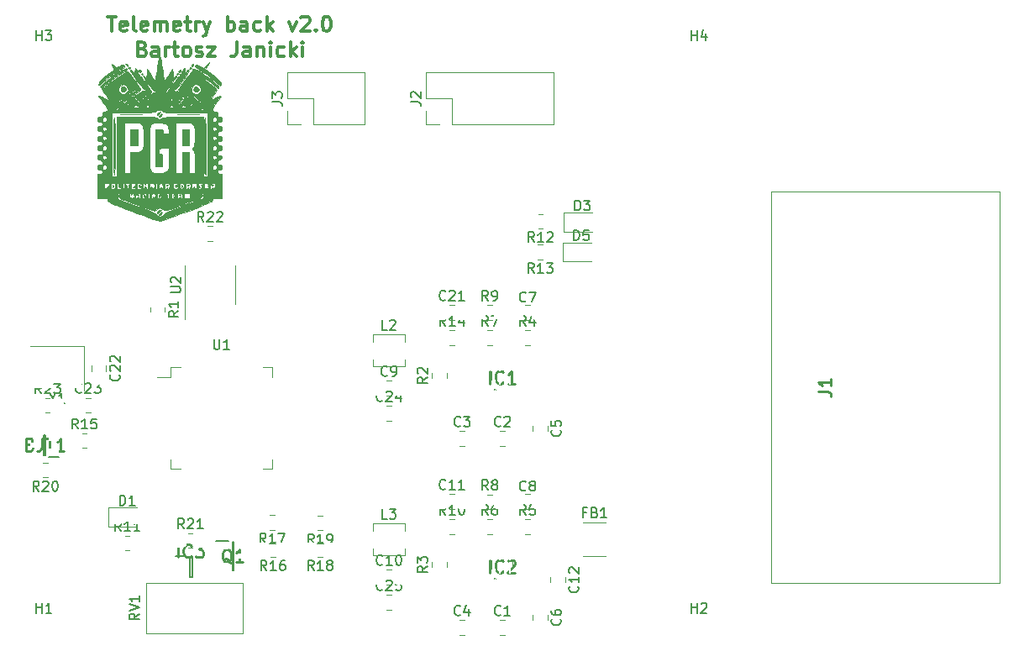
<source format=gto>
G04 #@! TF.GenerationSoftware,KiCad,Pcbnew,(5.1.12)-1*
G04 #@! TF.CreationDate,2022-07-24T10:45:22+02:00*
G04 #@! TF.ProjectId,telemetria tyl,74656c65-6d65-4747-9269-612074796c2e,rev?*
G04 #@! TF.SameCoordinates,Original*
G04 #@! TF.FileFunction,Legend,Top*
G04 #@! TF.FilePolarity,Positive*
%FSLAX46Y46*%
G04 Gerber Fmt 4.6, Leading zero omitted, Abs format (unit mm)*
G04 Created by KiCad (PCBNEW (5.1.12)-1) date 2022-07-24 10:45:22*
%MOMM*%
%LPD*%
G01*
G04 APERTURE LIST*
%ADD10C,0.300000*%
%ADD11C,0.010000*%
%ADD12C,0.100000*%
%ADD13C,0.120000*%
%ADD14C,0.200000*%
%ADD15C,0.254000*%
%ADD16C,0.150000*%
%ADD17R,2.250000X2.250000*%
%ADD18C,2.250000*%
%ADD19C,5.100000*%
%ADD20R,0.250000X0.600000*%
%ADD21C,10.000000*%
%ADD22C,0.900000*%
%ADD23R,1.700000X1.700000*%
%ADD24O,1.700000X1.700000*%
%ADD25R,1.500000X1.200000*%
%ADD26C,1.440000*%
%ADD27R,2.100000X1.800000*%
%ADD28R,1.000000X0.550000*%
%ADD29R,1.050000X0.400000*%
%ADD30R,1.300000X0.600000*%
G04 APERTURE END LIST*
D10*
X145650571Y-80644071D02*
X146507714Y-80644071D01*
X146079142Y-82144071D02*
X146079142Y-80644071D01*
X147579142Y-82072642D02*
X147436285Y-82144071D01*
X147150571Y-82144071D01*
X147007714Y-82072642D01*
X146936285Y-81929785D01*
X146936285Y-81358357D01*
X147007714Y-81215500D01*
X147150571Y-81144071D01*
X147436285Y-81144071D01*
X147579142Y-81215500D01*
X147650571Y-81358357D01*
X147650571Y-81501214D01*
X146936285Y-81644071D01*
X148507714Y-82144071D02*
X148364857Y-82072642D01*
X148293428Y-81929785D01*
X148293428Y-80644071D01*
X149650571Y-82072642D02*
X149507714Y-82144071D01*
X149222000Y-82144071D01*
X149079142Y-82072642D01*
X149007714Y-81929785D01*
X149007714Y-81358357D01*
X149079142Y-81215500D01*
X149222000Y-81144071D01*
X149507714Y-81144071D01*
X149650571Y-81215500D01*
X149722000Y-81358357D01*
X149722000Y-81501214D01*
X149007714Y-81644071D01*
X150364857Y-82144071D02*
X150364857Y-81144071D01*
X150364857Y-81286928D02*
X150436285Y-81215500D01*
X150579142Y-81144071D01*
X150793428Y-81144071D01*
X150936285Y-81215500D01*
X151007714Y-81358357D01*
X151007714Y-82144071D01*
X151007714Y-81358357D02*
X151079142Y-81215500D01*
X151222000Y-81144071D01*
X151436285Y-81144071D01*
X151579142Y-81215500D01*
X151650571Y-81358357D01*
X151650571Y-82144071D01*
X152936285Y-82072642D02*
X152793428Y-82144071D01*
X152507714Y-82144071D01*
X152364857Y-82072642D01*
X152293428Y-81929785D01*
X152293428Y-81358357D01*
X152364857Y-81215500D01*
X152507714Y-81144071D01*
X152793428Y-81144071D01*
X152936285Y-81215500D01*
X153007714Y-81358357D01*
X153007714Y-81501214D01*
X152293428Y-81644071D01*
X153436285Y-81144071D02*
X154007714Y-81144071D01*
X153650571Y-80644071D02*
X153650571Y-81929785D01*
X153722000Y-82072642D01*
X153864857Y-82144071D01*
X154007714Y-82144071D01*
X154507714Y-82144071D02*
X154507714Y-81144071D01*
X154507714Y-81429785D02*
X154579142Y-81286928D01*
X154650571Y-81215500D01*
X154793428Y-81144071D01*
X154936285Y-81144071D01*
X155293428Y-81144071D02*
X155650571Y-82144071D01*
X156007714Y-81144071D02*
X155650571Y-82144071D01*
X155507714Y-82501214D01*
X155436285Y-82572642D01*
X155293428Y-82644071D01*
X157722000Y-82144071D02*
X157722000Y-80644071D01*
X157722000Y-81215500D02*
X157864857Y-81144071D01*
X158150571Y-81144071D01*
X158293428Y-81215500D01*
X158364857Y-81286928D01*
X158436285Y-81429785D01*
X158436285Y-81858357D01*
X158364857Y-82001214D01*
X158293428Y-82072642D01*
X158150571Y-82144071D01*
X157864857Y-82144071D01*
X157722000Y-82072642D01*
X159722000Y-82144071D02*
X159722000Y-81358357D01*
X159650571Y-81215500D01*
X159507714Y-81144071D01*
X159222000Y-81144071D01*
X159079142Y-81215500D01*
X159722000Y-82072642D02*
X159579142Y-82144071D01*
X159222000Y-82144071D01*
X159079142Y-82072642D01*
X159007714Y-81929785D01*
X159007714Y-81786928D01*
X159079142Y-81644071D01*
X159222000Y-81572642D01*
X159579142Y-81572642D01*
X159722000Y-81501214D01*
X161079142Y-82072642D02*
X160936285Y-82144071D01*
X160650571Y-82144071D01*
X160507714Y-82072642D01*
X160436285Y-82001214D01*
X160364857Y-81858357D01*
X160364857Y-81429785D01*
X160436285Y-81286928D01*
X160507714Y-81215500D01*
X160650571Y-81144071D01*
X160936285Y-81144071D01*
X161079142Y-81215500D01*
X161722000Y-82144071D02*
X161722000Y-80644071D01*
X161864857Y-81572642D02*
X162293428Y-82144071D01*
X162293428Y-81144071D02*
X161722000Y-81715500D01*
X163936285Y-81144071D02*
X164293428Y-82144071D01*
X164650571Y-81144071D01*
X165150571Y-80786928D02*
X165222000Y-80715500D01*
X165364857Y-80644071D01*
X165722000Y-80644071D01*
X165864857Y-80715500D01*
X165936285Y-80786928D01*
X166007714Y-80929785D01*
X166007714Y-81072642D01*
X165936285Y-81286928D01*
X165079142Y-82144071D01*
X166007714Y-82144071D01*
X166650571Y-82001214D02*
X166722000Y-82072642D01*
X166650571Y-82144071D01*
X166579142Y-82072642D01*
X166650571Y-82001214D01*
X166650571Y-82144071D01*
X167650571Y-80644071D02*
X167793428Y-80644071D01*
X167936285Y-80715500D01*
X168007714Y-80786928D01*
X168079142Y-80929785D01*
X168150571Y-81215500D01*
X168150571Y-81572642D01*
X168079142Y-81858357D01*
X168007714Y-82001214D01*
X167936285Y-82072642D01*
X167793428Y-82144071D01*
X167650571Y-82144071D01*
X167507714Y-82072642D01*
X167436285Y-82001214D01*
X167364857Y-81858357D01*
X167293428Y-81572642D01*
X167293428Y-81215500D01*
X167364857Y-80929785D01*
X167436285Y-80786928D01*
X167507714Y-80715500D01*
X167650571Y-80644071D01*
X149150571Y-83908357D02*
X149364857Y-83979785D01*
X149436285Y-84051214D01*
X149507714Y-84194071D01*
X149507714Y-84408357D01*
X149436285Y-84551214D01*
X149364857Y-84622642D01*
X149222000Y-84694071D01*
X148650571Y-84694071D01*
X148650571Y-83194071D01*
X149150571Y-83194071D01*
X149293428Y-83265500D01*
X149364857Y-83336928D01*
X149436285Y-83479785D01*
X149436285Y-83622642D01*
X149364857Y-83765500D01*
X149293428Y-83836928D01*
X149150571Y-83908357D01*
X148650571Y-83908357D01*
X150793428Y-84694071D02*
X150793428Y-83908357D01*
X150722000Y-83765500D01*
X150579142Y-83694071D01*
X150293428Y-83694071D01*
X150150571Y-83765500D01*
X150793428Y-84622642D02*
X150650571Y-84694071D01*
X150293428Y-84694071D01*
X150150571Y-84622642D01*
X150079142Y-84479785D01*
X150079142Y-84336928D01*
X150150571Y-84194071D01*
X150293428Y-84122642D01*
X150650571Y-84122642D01*
X150793428Y-84051214D01*
X151507714Y-84694071D02*
X151507714Y-83694071D01*
X151507714Y-83979785D02*
X151579142Y-83836928D01*
X151650571Y-83765500D01*
X151793428Y-83694071D01*
X151936285Y-83694071D01*
X152222000Y-83694071D02*
X152793428Y-83694071D01*
X152436285Y-83194071D02*
X152436285Y-84479785D01*
X152507714Y-84622642D01*
X152650571Y-84694071D01*
X152793428Y-84694071D01*
X153507714Y-84694071D02*
X153364857Y-84622642D01*
X153293428Y-84551214D01*
X153222000Y-84408357D01*
X153222000Y-83979785D01*
X153293428Y-83836928D01*
X153364857Y-83765500D01*
X153507714Y-83694071D01*
X153722000Y-83694071D01*
X153864857Y-83765500D01*
X153936285Y-83836928D01*
X154007714Y-83979785D01*
X154007714Y-84408357D01*
X153936285Y-84551214D01*
X153864857Y-84622642D01*
X153722000Y-84694071D01*
X153507714Y-84694071D01*
X154579142Y-84622642D02*
X154722000Y-84694071D01*
X155007714Y-84694071D01*
X155150571Y-84622642D01*
X155222000Y-84479785D01*
X155222000Y-84408357D01*
X155150571Y-84265500D01*
X155007714Y-84194071D01*
X154793428Y-84194071D01*
X154650571Y-84122642D01*
X154579142Y-83979785D01*
X154579142Y-83908357D01*
X154650571Y-83765500D01*
X154793428Y-83694071D01*
X155007714Y-83694071D01*
X155150571Y-83765500D01*
X155722000Y-83694071D02*
X156507714Y-83694071D01*
X155722000Y-84694071D01*
X156507714Y-84694071D01*
X158650571Y-83194071D02*
X158650571Y-84265500D01*
X158579142Y-84479785D01*
X158436285Y-84622642D01*
X158222000Y-84694071D01*
X158079142Y-84694071D01*
X160007714Y-84694071D02*
X160007714Y-83908357D01*
X159936285Y-83765500D01*
X159793428Y-83694071D01*
X159507714Y-83694071D01*
X159364857Y-83765500D01*
X160007714Y-84622642D02*
X159864857Y-84694071D01*
X159507714Y-84694071D01*
X159364857Y-84622642D01*
X159293428Y-84479785D01*
X159293428Y-84336928D01*
X159364857Y-84194071D01*
X159507714Y-84122642D01*
X159864857Y-84122642D01*
X160007714Y-84051214D01*
X160722000Y-83694071D02*
X160722000Y-84694071D01*
X160722000Y-83836928D02*
X160793428Y-83765500D01*
X160936285Y-83694071D01*
X161150571Y-83694071D01*
X161293428Y-83765500D01*
X161364857Y-83908357D01*
X161364857Y-84694071D01*
X162079142Y-84694071D02*
X162079142Y-83694071D01*
X162079142Y-83194071D02*
X162007714Y-83265500D01*
X162079142Y-83336928D01*
X162150571Y-83265500D01*
X162079142Y-83194071D01*
X162079142Y-83336928D01*
X163436285Y-84622642D02*
X163293428Y-84694071D01*
X163007714Y-84694071D01*
X162864857Y-84622642D01*
X162793428Y-84551214D01*
X162722000Y-84408357D01*
X162722000Y-83979785D01*
X162793428Y-83836928D01*
X162864857Y-83765500D01*
X163007714Y-83694071D01*
X163293428Y-83694071D01*
X163436285Y-83765500D01*
X164079142Y-84694071D02*
X164079142Y-83194071D01*
X164222000Y-84122642D02*
X164650571Y-84694071D01*
X164650571Y-83694071D02*
X164079142Y-84265500D01*
X165293428Y-84694071D02*
X165293428Y-83694071D01*
X165293428Y-83194071D02*
X165222000Y-83265500D01*
X165293428Y-83336928D01*
X165364857Y-83265500D01*
X165293428Y-83194071D01*
X165293428Y-83336928D01*
D11*
G36*
X150904548Y-84615979D02*
G01*
X150954150Y-84798475D01*
X151016279Y-85098292D01*
X151085526Y-85490233D01*
X151131798Y-85782501D01*
X151202699Y-86231021D01*
X151268653Y-86613842D01*
X151324356Y-86902727D01*
X151364505Y-87069436D01*
X151379076Y-87099071D01*
X151444743Y-87032836D01*
X151577539Y-86858340D01*
X151752234Y-86609254D01*
X151807333Y-86527571D01*
X152188333Y-85957833D01*
X152230667Y-86416414D01*
X152259663Y-86672428D01*
X152293268Y-86785432D01*
X152344521Y-86781538D01*
X152389200Y-86733914D01*
X152515317Y-86619732D01*
X152582791Y-86592833D01*
X152579687Y-86653780D01*
X152492888Y-86816039D01*
X152344532Y-87048738D01*
X152156758Y-87321004D01*
X151951705Y-87601965D01*
X151751512Y-87860749D01*
X151578319Y-88066483D01*
X151454264Y-88188296D01*
X151426333Y-88205481D01*
X151310040Y-88264593D01*
X151299333Y-88287278D01*
X151409058Y-88311334D01*
X151496077Y-88328403D01*
X151632181Y-88386089D01*
X151867785Y-88516182D01*
X152162479Y-88695699D01*
X152317970Y-88795898D01*
X152985453Y-89234113D01*
X152804574Y-89478765D01*
X152696068Y-89649391D01*
X152660751Y-89755977D01*
X152664802Y-89764524D01*
X152732035Y-89724228D01*
X152751122Y-89703582D01*
X153076082Y-89703582D01*
X153142494Y-89784296D01*
X153289000Y-89810167D01*
X153448161Y-89784266D01*
X153454803Y-89777977D01*
X153839333Y-89777977D01*
X153891510Y-89773406D01*
X154003331Y-89687995D01*
X154044803Y-89665102D01*
X154445648Y-89665102D01*
X154466248Y-89712418D01*
X154551499Y-89803312D01*
X154600509Y-89784666D01*
X154601333Y-89772830D01*
X154541196Y-89701217D01*
X154503585Y-89675082D01*
X154445648Y-89665102D01*
X154044803Y-89665102D01*
X154174886Y-89593297D01*
X154278498Y-89606458D01*
X154346646Y-89635889D01*
X154297808Y-89559953D01*
X154284568Y-89543462D01*
X154222325Y-89413186D01*
X154235179Y-89357876D01*
X154228763Y-89305495D01*
X154201848Y-89302167D01*
X154102193Y-89366196D01*
X153975150Y-89513912D01*
X153871433Y-89678751D01*
X153839333Y-89777977D01*
X153454803Y-89777977D01*
X153500667Y-89734558D01*
X153431263Y-89641974D01*
X153284038Y-89587476D01*
X153154359Y-89603222D01*
X153076082Y-89703582D01*
X152751122Y-89703582D01*
X152866792Y-89578471D01*
X153022352Y-89381766D01*
X153078885Y-89302167D01*
X153585333Y-89302167D01*
X153616311Y-89371857D01*
X153641778Y-89358611D01*
X153651911Y-89258131D01*
X153641778Y-89245722D01*
X153591443Y-89257344D01*
X153585333Y-89302167D01*
X153078885Y-89302167D01*
X153238127Y-89077953D01*
X153370651Y-88859317D01*
X153412457Y-88740721D01*
X153356081Y-88737031D01*
X153342013Y-88745233D01*
X153200210Y-88750726D01*
X153094791Y-88697081D01*
X153005984Y-88633748D01*
X153027901Y-88674913D01*
X153100636Y-88762319D01*
X153197368Y-88903646D01*
X153174947Y-88997345D01*
X153131466Y-89038374D01*
X153044925Y-89067905D01*
X152906422Y-89033170D01*
X152688563Y-88922692D01*
X152363956Y-88724992D01*
X152325881Y-88700818D01*
X151639770Y-88264109D01*
X151920778Y-87872971D01*
X152018770Y-87735833D01*
X152484667Y-87735833D01*
X152527000Y-87778167D01*
X152569333Y-87735833D01*
X152527000Y-87693500D01*
X152484667Y-87735833D01*
X152018770Y-87735833D01*
X152143520Y-87561250D01*
X152385313Y-87220432D01*
X152484579Y-87079667D01*
X152665720Y-86833386D01*
X152789210Y-86712741D01*
X152888997Y-86700949D01*
X152999029Y-86781227D01*
X153028952Y-86810547D01*
X153130806Y-86881609D01*
X153162000Y-86857682D01*
X153099608Y-86748428D01*
X152986448Y-86648807D01*
X152883384Y-86534629D01*
X152914468Y-86463839D01*
X153045404Y-86462522D01*
X153167501Y-86511111D01*
X153320233Y-86569205D01*
X153388169Y-86564219D01*
X153357835Y-86498447D01*
X153253918Y-86427381D01*
X153110852Y-86322869D01*
X153099003Y-86204215D01*
X153218293Y-86028656D01*
X153253099Y-85988380D01*
X153373497Y-85856451D01*
X153410236Y-85849188D01*
X153391375Y-85964008D01*
X153388839Y-85975887D01*
X153392538Y-86150302D01*
X153460228Y-86262343D01*
X153552141Y-86278828D01*
X153626252Y-86173957D01*
X153704460Y-86039209D01*
X153792627Y-86000963D01*
X153838980Y-86079159D01*
X153839333Y-86091890D01*
X153793068Y-86191993D01*
X153666457Y-86401052D01*
X153477777Y-86690374D01*
X153245305Y-87031264D01*
X153195931Y-87102009D01*
X152879740Y-87536789D01*
X152643877Y-87823858D01*
X152488651Y-87962864D01*
X152433931Y-87974893D01*
X152326258Y-87962505D01*
X152337342Y-88044092D01*
X152458489Y-88202137D01*
X152632656Y-88375391D01*
X152949978Y-88667167D01*
X152701482Y-88392000D01*
X152560763Y-88214197D01*
X152548804Y-88137333D01*
X152660252Y-88158966D01*
X152889754Y-88276656D01*
X153231958Y-88487959D01*
X153681512Y-88790435D01*
X153881667Y-88930389D01*
X154344938Y-89261202D01*
X154681643Y-89512308D01*
X154906829Y-89696841D01*
X155035541Y-89827935D01*
X155082828Y-89918725D01*
X155072797Y-89970120D01*
X155090689Y-90043317D01*
X155210170Y-90060939D01*
X155296850Y-90046355D01*
X155298205Y-89991567D01*
X155200605Y-89873837D01*
X154990420Y-89670426D01*
X154957831Y-89639969D01*
X154699433Y-89419724D01*
X154347878Y-89148058D01*
X153953775Y-88863018D01*
X153645498Y-88653316D01*
X153311307Y-88433358D01*
X153032430Y-88249747D01*
X152837137Y-88121097D01*
X152753693Y-88066025D01*
X152752993Y-88065557D01*
X152774407Y-88008826D01*
X153162201Y-88008826D01*
X153231357Y-88079821D01*
X153410619Y-88197262D01*
X153610454Y-88308595D01*
X153928803Y-88501262D01*
X154273023Y-88748905D01*
X154478086Y-88918635D01*
X154715981Y-89120433D01*
X154893465Y-89250130D01*
X154992763Y-89298909D01*
X154996100Y-89257952D01*
X154930884Y-89175167D01*
X155871333Y-89175167D01*
X155913667Y-89217500D01*
X155956000Y-89175167D01*
X155913667Y-89132833D01*
X155871333Y-89175167D01*
X154930884Y-89175167D01*
X154889622Y-89122791D01*
X154714713Y-88957431D01*
X154467850Y-88760987D01*
X154179173Y-88552896D01*
X153878823Y-88352594D01*
X153596939Y-88179517D01*
X153363662Y-88053102D01*
X153209133Y-87992786D01*
X153162201Y-88008826D01*
X152774407Y-88008826D01*
X152781399Y-87990303D01*
X152799770Y-87960624D01*
X154103214Y-87960624D01*
X154144486Y-88206226D01*
X154221808Y-88317880D01*
X154446826Y-88437816D01*
X154703897Y-88430490D01*
X154891619Y-88322452D01*
X155015139Y-88093298D01*
X155006239Y-87833414D01*
X154872347Y-87607546D01*
X154803244Y-87552322D01*
X154627345Y-87459097D01*
X154482827Y-87470367D01*
X154358744Y-87531844D01*
X154178446Y-87713944D01*
X154103214Y-87960624D01*
X152799770Y-87960624D01*
X152892121Y-87811436D01*
X153063316Y-87558854D01*
X153273143Y-87262454D01*
X153499759Y-86952132D01*
X153721321Y-86657785D01*
X153915986Y-86409310D01*
X154061914Y-86236605D01*
X154137260Y-86169566D01*
X154138237Y-86169500D01*
X154283609Y-86219401D01*
X154524931Y-86355358D01*
X154834837Y-86556746D01*
X155185963Y-86802944D01*
X155550943Y-87073330D01*
X155902413Y-87347281D01*
X156213008Y-87604174D01*
X156455364Y-87823387D01*
X156602115Y-87984298D01*
X156633333Y-88049836D01*
X156586427Y-88159660D01*
X156464624Y-88357001D01*
X156326868Y-88553969D01*
X156172899Y-88779322D01*
X156079141Y-88947662D01*
X156064663Y-89015719D01*
X156159865Y-89008328D01*
X156347022Y-88937444D01*
X156434629Y-88895603D01*
X156771890Y-88732812D01*
X156968945Y-88662541D01*
X157031913Y-88692094D01*
X156966915Y-88828774D01*
X156780072Y-89079884D01*
X156686774Y-89196466D01*
X156390668Y-89597668D01*
X156230944Y-89900125D01*
X156207331Y-90105094D01*
X156319559Y-90213830D01*
X156464000Y-90233500D01*
X156643908Y-90254479D01*
X156710218Y-90353440D01*
X156718000Y-90487500D01*
X156740781Y-90669027D01*
X156837621Y-90735434D01*
X156929667Y-90741500D01*
X157080939Y-90768837D01*
X157136278Y-90885045D01*
X157141333Y-90995500D01*
X157118552Y-91177027D01*
X157021712Y-91243434D01*
X156929667Y-91249500D01*
X156768545Y-91284469D01*
X156718894Y-91422160D01*
X156718000Y-91461167D01*
X156752969Y-91622288D01*
X156890660Y-91671939D01*
X156929667Y-91672833D01*
X157080939Y-91700171D01*
X157136278Y-91816379D01*
X157141333Y-91926833D01*
X157118552Y-92108360D01*
X157021712Y-92174767D01*
X156929667Y-92180833D01*
X156778394Y-92208171D01*
X156723055Y-92324379D01*
X156718000Y-92434833D01*
X156740781Y-92616360D01*
X156837621Y-92682767D01*
X156929667Y-92688833D01*
X157080939Y-92716171D01*
X157136278Y-92832379D01*
X157141333Y-92942833D01*
X157118552Y-93124360D01*
X157021712Y-93190767D01*
X156929667Y-93196833D01*
X156768545Y-93231803D01*
X156718894Y-93369493D01*
X156718000Y-93408500D01*
X156752969Y-93569622D01*
X156890660Y-93619273D01*
X156929667Y-93620167D01*
X157080939Y-93647504D01*
X157136278Y-93763712D01*
X157141333Y-93874167D01*
X157118552Y-94055693D01*
X157021712Y-94122101D01*
X156929667Y-94128167D01*
X156778394Y-94155504D01*
X156723055Y-94271712D01*
X156718000Y-94382167D01*
X156740781Y-94563693D01*
X156837621Y-94630101D01*
X156929667Y-94636167D01*
X157090788Y-94671136D01*
X157140439Y-94808826D01*
X157141333Y-94847833D01*
X157106364Y-95008955D01*
X156968673Y-95058606D01*
X156929667Y-95059500D01*
X156778394Y-95086837D01*
X156723055Y-95203045D01*
X156718000Y-95313500D01*
X156740781Y-95495027D01*
X156837621Y-95561434D01*
X156929667Y-95567500D01*
X157080939Y-95594837D01*
X157136278Y-95711045D01*
X157141333Y-95821500D01*
X157118552Y-96003027D01*
X157021712Y-96069434D01*
X156929667Y-96075500D01*
X156768545Y-96110469D01*
X156718894Y-96248160D01*
X156718000Y-96287167D01*
X156752969Y-96448288D01*
X156890660Y-96497939D01*
X156929667Y-96498833D01*
X157141333Y-96498833D01*
X157141333Y-98954167D01*
X156681555Y-98954167D01*
X156413023Y-98961950D01*
X156269977Y-98996284D01*
X156208871Y-99073647D01*
X156194722Y-99138379D01*
X156168893Y-99197079D01*
X156097830Y-99262981D01*
X155965867Y-99343075D01*
X155757337Y-99444354D01*
X155456572Y-99573808D01*
X155047906Y-99738429D01*
X154515670Y-99945207D01*
X153844199Y-100201134D01*
X153639269Y-100278709D01*
X153016826Y-100513618D01*
X152441359Y-100729902D01*
X151933013Y-100920060D01*
X151511936Y-101076589D01*
X151198274Y-101191988D01*
X151012173Y-101258755D01*
X150972269Y-101271826D01*
X150862108Y-101251623D01*
X150613766Y-101177158D01*
X150246987Y-101055275D01*
X149781514Y-100892813D01*
X149237091Y-100696614D01*
X148633463Y-100473519D01*
X148231024Y-100321996D01*
X147515760Y-100049897D01*
X146943604Y-99829502D01*
X146498866Y-99653715D01*
X146165856Y-99515443D01*
X145928885Y-99407589D01*
X145772264Y-99323060D01*
X145680302Y-99254760D01*
X145637312Y-99195594D01*
X145627524Y-99144667D01*
X145613054Y-99038821D01*
X145544514Y-98981656D01*
X145382384Y-98958376D01*
X145118667Y-98954167D01*
X144610667Y-98954167D01*
X144610667Y-98726444D01*
X146642667Y-98726444D01*
X146642667Y-99006722D01*
X148547667Y-99712424D01*
X149079616Y-99913385D01*
X149554329Y-100100202D01*
X149949988Y-100263672D01*
X150244772Y-100394593D01*
X150416862Y-100483762D01*
X150452667Y-100515879D01*
X150524519Y-100679337D01*
X150701397Y-100783875D01*
X150925277Y-100816286D01*
X151138138Y-100763363D01*
X151229786Y-100692771D01*
X151374127Y-100528499D01*
X151432364Y-100459938D01*
X151535029Y-100401385D01*
X151773941Y-100296045D01*
X152125603Y-100153301D01*
X152566516Y-99982538D01*
X153073184Y-99793140D01*
X153400712Y-99673833D01*
X155278363Y-98996500D01*
X155278515Y-98721333D01*
X155268926Y-98549278D01*
X155208399Y-98472369D01*
X155049673Y-98456320D01*
X154918833Y-98460399D01*
X154559000Y-98474632D01*
X154881678Y-98508152D01*
X155092313Y-98544628D01*
X155175774Y-98614733D01*
X155178012Y-98725143D01*
X155138313Y-98816769D01*
X155029960Y-98908025D01*
X154827507Y-99012943D01*
X154505504Y-99145552D01*
X154220333Y-99253134D01*
X153429346Y-99543585D01*
X152784069Y-99775414D01*
X152272772Y-99952341D01*
X151883725Y-100078084D01*
X151605198Y-100156363D01*
X151425460Y-100190895D01*
X151332782Y-100185401D01*
X151317785Y-100173341D01*
X151200727Y-100065141D01*
X151056344Y-99974427D01*
X150900189Y-99917912D01*
X150755449Y-99954357D01*
X150601341Y-100056719D01*
X150346994Y-100244766D01*
X149150997Y-99803282D01*
X148668216Y-99625218D01*
X148182980Y-99446501D01*
X147745007Y-99285428D01*
X147404016Y-99160295D01*
X147341167Y-99137290D01*
X147021382Y-99012216D01*
X146833311Y-98912807D01*
X146745837Y-98818260D01*
X146727333Y-98726918D01*
X146737287Y-98686055D01*
X147828000Y-98686055D01*
X147852470Y-98859282D01*
X147961753Y-98920570D01*
X148069516Y-98925944D01*
X148245120Y-98900552D01*
X148309861Y-98788812D01*
X148315109Y-98721333D01*
X148436209Y-98721333D01*
X148446190Y-98907789D01*
X148530821Y-98944491D01*
X148657733Y-98852567D01*
X148741628Y-98793662D01*
X148759333Y-98852567D01*
X148814696Y-98947856D01*
X148844000Y-98954167D01*
X148902947Y-98880468D01*
X148928628Y-98702356D01*
X148928638Y-98700167D01*
X149098000Y-98700167D01*
X149118416Y-98879232D01*
X149212104Y-98941791D01*
X149330833Y-98944345D01*
X149458899Y-98927868D01*
X149427114Y-98899005D01*
X149415500Y-98895804D01*
X149295481Y-98787984D01*
X149279118Y-98700167D01*
X149690667Y-98700167D01*
X149715191Y-98878508D01*
X149774280Y-98954147D01*
X149775333Y-98954167D01*
X149834780Y-98880594D01*
X149858937Y-98710750D01*
X150029333Y-98710750D01*
X150059306Y-98872389D01*
X150123913Y-98957165D01*
X150185185Y-98935400D01*
X150205351Y-98848333D01*
X150222369Y-98785941D01*
X150254740Y-98848333D01*
X150336530Y-98952207D01*
X150412645Y-98910366D01*
X150451888Y-98744496D01*
X150452667Y-98710750D01*
X150451157Y-98700167D01*
X150622000Y-98700167D01*
X150642979Y-98880075D01*
X150741940Y-98946385D01*
X150876000Y-98954167D01*
X151067988Y-98920437D01*
X151130000Y-98841278D01*
X151088428Y-98689553D01*
X150985320Y-98689099D01*
X150908231Y-98764983D01*
X150822986Y-98860055D01*
X150796484Y-98803286D01*
X150794026Y-98727222D01*
X150855622Y-98561719D01*
X150981833Y-98505919D01*
X151020417Y-98494357D01*
X151517727Y-98494357D01*
X151532167Y-98502240D01*
X151614003Y-98610498D01*
X151638000Y-98749555D01*
X151667890Y-98905263D01*
X151722667Y-98954167D01*
X151787097Y-98881932D01*
X151807333Y-98749555D01*
X151818383Y-98700167D01*
X152061333Y-98700167D01*
X152078992Y-98874378D01*
X152167122Y-98940063D01*
X152336500Y-98945727D01*
X152512766Y-98936766D01*
X152531371Y-98916443D01*
X152403967Y-98870771D01*
X152400000Y-98869500D01*
X152279564Y-98817954D01*
X152326205Y-98793965D01*
X152336500Y-98793273D01*
X152462363Y-98745972D01*
X152484667Y-98700167D01*
X152654000Y-98700167D01*
X152680853Y-98901161D01*
X152764725Y-98944214D01*
X152891067Y-98852567D01*
X152974961Y-98793662D01*
X152992667Y-98852567D01*
X153048030Y-98947856D01*
X153077333Y-98954167D01*
X153136780Y-98880594D01*
X153161993Y-98703327D01*
X153162000Y-98700167D01*
X153331333Y-98700167D01*
X153347853Y-98870819D01*
X153431643Y-98940814D01*
X153627667Y-98954167D01*
X153826761Y-98940007D01*
X153908422Y-98868187D01*
X153924000Y-98700167D01*
X153907480Y-98529514D01*
X153823690Y-98459519D01*
X153627667Y-98446167D01*
X153428572Y-98460326D01*
X153346911Y-98532146D01*
X153331333Y-98700167D01*
X153162000Y-98700167D01*
X153141021Y-98520258D01*
X153042060Y-98453948D01*
X152908000Y-98446167D01*
X152728092Y-98467146D01*
X152661781Y-98566106D01*
X152654000Y-98700167D01*
X152484667Y-98700167D01*
X152414435Y-98624244D01*
X152336500Y-98607060D01*
X152277256Y-98585149D01*
X152385089Y-98535682D01*
X152400000Y-98530833D01*
X152530212Y-98484510D01*
X152514649Y-98463817D01*
X152341658Y-98454765D01*
X152336500Y-98454606D01*
X152147184Y-98465100D01*
X152073097Y-98544179D01*
X152061333Y-98700167D01*
X151818383Y-98700167D01*
X151846249Y-98575635D01*
X151913167Y-98502240D01*
X151911631Y-98474853D01*
X151775547Y-98460269D01*
X151722667Y-98459535D01*
X151557415Y-98469537D01*
X151517727Y-98494357D01*
X151020417Y-98494357D01*
X151068869Y-98479838D01*
X150994929Y-98463310D01*
X150897167Y-98457697D01*
X150707980Y-98465775D01*
X150633875Y-98543123D01*
X150622000Y-98700167D01*
X150451157Y-98700167D01*
X150427467Y-98534148D01*
X150322121Y-98471797D01*
X150241000Y-98467333D01*
X150087433Y-98496312D01*
X150033215Y-98617460D01*
X150029333Y-98710750D01*
X149858937Y-98710750D01*
X149859993Y-98703327D01*
X149860000Y-98700167D01*
X149835476Y-98521825D01*
X149776387Y-98446186D01*
X149775333Y-98446167D01*
X149715886Y-98519739D01*
X149690673Y-98697006D01*
X149690667Y-98700167D01*
X149279118Y-98700167D01*
X149274017Y-98672792D01*
X149294003Y-98570101D01*
X149323406Y-98594333D01*
X149413310Y-98693334D01*
X149500190Y-98659910D01*
X149521333Y-98573167D01*
X149447732Y-98471023D01*
X149309667Y-98446167D01*
X149158394Y-98473504D01*
X149103055Y-98589712D01*
X149098000Y-98700167D01*
X148928638Y-98700167D01*
X148928667Y-98694543D01*
X148911261Y-98514793D01*
X148827349Y-98455771D01*
X148695833Y-98461709D01*
X148514492Y-98522349D01*
X148441533Y-98682509D01*
X148436209Y-98721333D01*
X148315109Y-98721333D01*
X148317854Y-98686055D01*
X148300222Y-98514857D01*
X148198707Y-98452695D01*
X148076337Y-98446167D01*
X147898698Y-98468854D01*
X147834440Y-98571436D01*
X147828000Y-98686055D01*
X146737287Y-98686055D01*
X146758623Y-98598467D01*
X146882656Y-98532778D01*
X147044833Y-98507843D01*
X147362333Y-98474632D01*
X147002500Y-98460399D01*
X146777012Y-98458776D01*
X146673317Y-98501125D01*
X146644115Y-98622417D01*
X146642667Y-98726444D01*
X144610667Y-98726444D01*
X144610667Y-97670055D01*
X145288000Y-97670055D01*
X145305329Y-97863015D01*
X145342052Y-97963996D01*
X145431664Y-97951864D01*
X145569633Y-97850433D01*
X145687355Y-97726500D01*
X145965333Y-97726500D01*
X145981147Y-97926898D01*
X146052313Y-98008937D01*
X146177000Y-98022833D01*
X146320141Y-98000693D01*
X146378741Y-97901062D01*
X146388667Y-97726500D01*
X146558000Y-97726500D01*
X146573814Y-97926898D01*
X146644979Y-98008937D01*
X146769667Y-98022833D01*
X146928781Y-97993851D01*
X146981333Y-97938167D01*
X146912757Y-97863052D01*
X146854333Y-97853500D01*
X146752190Y-97779899D01*
X146743476Y-97731497D01*
X147150667Y-97731497D01*
X147170722Y-97924145D01*
X147223776Y-97985419D01*
X147235333Y-97980500D01*
X147296333Y-97866044D01*
X147320000Y-97679170D01*
X147296701Y-97514833D01*
X147404667Y-97514833D01*
X147469096Y-97597040D01*
X147489333Y-97599500D01*
X147552439Y-97672106D01*
X147574000Y-97816163D01*
X147600876Y-97960214D01*
X147658667Y-97980500D01*
X147732369Y-97859868D01*
X147743333Y-97780770D01*
X147759454Y-97726500D01*
X147997333Y-97726500D01*
X148013411Y-97927160D01*
X148084662Y-98009255D01*
X148204003Y-98022833D01*
X148383276Y-97991615D01*
X148463000Y-97938167D01*
X148434237Y-97870506D01*
X148319830Y-97843678D01*
X148208846Y-97826809D01*
X148263811Y-97796810D01*
X148354584Y-97726500D01*
X148590000Y-97726500D01*
X148606078Y-97927160D01*
X148677329Y-98009255D01*
X148796670Y-98022833D01*
X148975943Y-97991615D01*
X149055667Y-97938167D01*
X149029743Y-97871526D01*
X148933663Y-97853500D01*
X148791845Y-97801724D01*
X148759333Y-97726500D01*
X148805051Y-97613828D01*
X148844000Y-97599500D01*
X148925413Y-97664588D01*
X148928667Y-97689163D01*
X148980536Y-97739729D01*
X149013333Y-97726500D01*
X149058032Y-97670055D01*
X149182667Y-97670055D01*
X149203852Y-97862348D01*
X149252787Y-97977154D01*
X149307545Y-97981325D01*
X149337041Y-97903429D01*
X149385606Y-97785896D01*
X149412374Y-97768833D01*
X149495493Y-97827927D01*
X149572807Y-97917000D01*
X149645632Y-97993951D01*
X149678598Y-97950449D01*
X149687833Y-97762777D01*
X149687912Y-97754285D01*
X149862641Y-97754285D01*
X149862693Y-97760551D01*
X149871107Y-97951292D01*
X149903321Y-97996046D01*
X149976990Y-97918050D01*
X149979679Y-97914511D01*
X150072616Y-97814393D01*
X150126312Y-97852538D01*
X150145722Y-97898711D01*
X150223476Y-97993257D01*
X150304483Y-97949822D01*
X150359441Y-97796599D01*
X150364809Y-97726500D01*
X150452667Y-97726500D01*
X150473932Y-97922367D01*
X150526222Y-98020274D01*
X150537333Y-98022833D01*
X150593295Y-97948404D01*
X150621269Y-97765390D01*
X150621482Y-97754017D01*
X150791333Y-97754017D01*
X150803675Y-97944697D01*
X150847752Y-97988940D01*
X150890919Y-97957114D01*
X151024262Y-97905488D01*
X151094304Y-97943675D01*
X151164231Y-97963116D01*
X151190065Y-97848273D01*
X151189906Y-97740578D01*
X151188185Y-97726500D01*
X151384000Y-97726500D01*
X151410734Y-97937372D01*
X151477187Y-98023156D01*
X151562732Y-97964649D01*
X151588611Y-97917000D01*
X151644233Y-97854981D01*
X151687565Y-97917527D01*
X151766518Y-97993275D01*
X151841927Y-97931548D01*
X151887754Y-97762702D01*
X151892000Y-97679170D01*
X151890887Y-97670055D01*
X152230667Y-97670055D01*
X152256149Y-97896723D01*
X152357101Y-98000312D01*
X152541111Y-98022833D01*
X152699735Y-97977060D01*
X152738667Y-97853500D01*
X152705937Y-97726500D01*
X152908000Y-97726500D01*
X152945522Y-97949633D01*
X153049150Y-98024956D01*
X153205475Y-97944351D01*
X153229733Y-97921233D01*
X153311756Y-97759049D01*
X153316506Y-97726500D01*
X153500667Y-97726500D01*
X153527401Y-97937372D01*
X153593853Y-98023156D01*
X153679398Y-97964649D01*
X153705278Y-97917000D01*
X153760899Y-97854981D01*
X153804231Y-97917527D01*
X153883185Y-97993275D01*
X153958594Y-97931548D01*
X154004421Y-97762702D01*
X154008667Y-97679170D01*
X154008246Y-97675718D01*
X154093333Y-97675718D01*
X154116951Y-97884543D01*
X154174449Y-97978749D01*
X154245789Y-97935544D01*
X154272093Y-97879070D01*
X154323299Y-97772620D01*
X154368844Y-97825256D01*
X154389637Y-97874667D01*
X154478763Y-98009464D01*
X154555096Y-97988286D01*
X154568214Y-97938167D01*
X154770667Y-97938167D01*
X154843123Y-98001812D01*
X154982333Y-98022833D01*
X155141998Y-97985165D01*
X155194000Y-97912767D01*
X155138826Y-97759767D01*
X155127622Y-97745608D01*
X155363333Y-97745608D01*
X155381067Y-97936273D01*
X155440424Y-97979995D01*
X155469167Y-97966443D01*
X155637840Y-97922964D01*
X155740369Y-97927349D01*
X155852463Y-97933011D01*
X155830677Y-97866091D01*
X155782702Y-97805634D01*
X155731841Y-97720873D01*
X155956735Y-97720873D01*
X155995727Y-97919573D01*
X156052868Y-98013392D01*
X156126771Y-97949381D01*
X156136334Y-97935794D01*
X156218493Y-97860739D01*
X156265834Y-97917000D01*
X156345109Y-98022896D01*
X156416995Y-97981490D01*
X156459838Y-97814213D01*
X156464000Y-97720876D01*
X156451837Y-97521229D01*
X156389510Y-97444580D01*
X156238257Y-97444982D01*
X156231890Y-97445709D01*
X156030446Y-97533692D01*
X155956735Y-97720873D01*
X155731841Y-97720873D01*
X155708279Y-97681607D01*
X155762851Y-97621917D01*
X155765500Y-97621009D01*
X155869710Y-97553672D01*
X155827184Y-97491864D01*
X155659539Y-97459311D01*
X155617333Y-97458389D01*
X155444826Y-97475735D01*
X155375496Y-97562415D01*
X155363333Y-97745608D01*
X155127622Y-97745608D01*
X155092400Y-97701100D01*
X155033495Y-97617205D01*
X155092400Y-97599500D01*
X155187689Y-97544137D01*
X155194000Y-97514833D01*
X155121544Y-97451187D01*
X154982333Y-97430167D01*
X154811373Y-97480482D01*
X154779156Y-97607666D01*
X154872267Y-97751900D01*
X154931171Y-97835795D01*
X154872267Y-97853500D01*
X154776977Y-97908863D01*
X154770667Y-97938167D01*
X154568214Y-97938167D01*
X154598016Y-97824312D01*
X154601333Y-97739384D01*
X154584804Y-97545227D01*
X154504000Y-97465919D01*
X154347333Y-97448714D01*
X154167298Y-97464300D01*
X154100821Y-97557188D01*
X154093333Y-97675718D01*
X154008246Y-97675718D01*
X153987106Y-97502679D01*
X153886541Y-97437653D01*
X153754667Y-97430167D01*
X153584014Y-97446686D01*
X153514019Y-97530476D01*
X153500667Y-97726500D01*
X153316506Y-97726500D01*
X153331333Y-97624900D01*
X153291826Y-97475379D01*
X153143284Y-97430495D01*
X153119667Y-97430167D01*
X152976525Y-97452307D01*
X152917926Y-97551938D01*
X152908000Y-97726500D01*
X152705937Y-97726500D01*
X152703210Y-97715919D01*
X152654000Y-97684167D01*
X152572587Y-97749254D01*
X152569333Y-97773830D01*
X152517463Y-97824396D01*
X152484667Y-97811167D01*
X152401352Y-97703953D01*
X152463911Y-97618633D01*
X152569333Y-97599500D01*
X152706914Y-97564044D01*
X152738667Y-97514833D01*
X152665094Y-97455386D01*
X152487827Y-97430173D01*
X152484667Y-97430167D01*
X152304371Y-97451622D01*
X152238007Y-97549595D01*
X152230667Y-97670055D01*
X151890887Y-97670055D01*
X151870439Y-97502679D01*
X151769875Y-97437653D01*
X151638000Y-97430167D01*
X151467347Y-97446686D01*
X151397352Y-97530476D01*
X151384000Y-97726500D01*
X151188185Y-97726500D01*
X151165576Y-97541561D01*
X151085438Y-97461983D01*
X150986520Y-97451333D01*
X150854897Y-97476104D01*
X150800387Y-97582668D01*
X150791333Y-97754017D01*
X150621482Y-97754017D01*
X150622000Y-97726500D01*
X150600734Y-97530632D01*
X150548445Y-97432726D01*
X150537333Y-97430167D01*
X150481371Y-97504595D01*
X150453398Y-97687610D01*
X150452667Y-97726500D01*
X150364809Y-97726500D01*
X150368000Y-97684832D01*
X150346709Y-97513202D01*
X150247114Y-97452386D01*
X150114000Y-97448714D01*
X149944986Y-97469734D01*
X149875175Y-97554250D01*
X149862641Y-97754285D01*
X149687912Y-97754285D01*
X149687974Y-97747667D01*
X149664701Y-97527324D01*
X149602356Y-97430824D01*
X149519165Y-97477273D01*
X149486055Y-97536000D01*
X149430452Y-97598264D01*
X149387278Y-97536000D01*
X149297284Y-97432814D01*
X149219136Y-97478308D01*
X149182862Y-97652805D01*
X149182667Y-97670055D01*
X149058032Y-97670055D01*
X149106688Y-97608614D01*
X149059992Y-97496281D01*
X148898185Y-97433149D01*
X148844000Y-97430167D01*
X148673347Y-97446686D01*
X148603352Y-97530476D01*
X148590000Y-97726500D01*
X148354584Y-97726500D01*
X148399647Y-97691596D01*
X148446384Y-97594965D01*
X148447385Y-97476744D01*
X148337607Y-97433530D01*
X148243407Y-97430167D01*
X148077950Y-97447519D01*
X148010092Y-97533686D01*
X147997333Y-97726500D01*
X147759454Y-97726500D01*
X147798784Y-97594102D01*
X147844933Y-97531767D01*
X147880007Y-97461620D01*
X147779907Y-97433018D01*
X147675600Y-97430167D01*
X147490069Y-97453273D01*
X147405215Y-97509438D01*
X147404667Y-97514833D01*
X147296701Y-97514833D01*
X147295023Y-97503000D01*
X147235333Y-97430167D01*
X147179744Y-97504684D01*
X147151540Y-97688295D01*
X147150667Y-97731497D01*
X146743476Y-97731497D01*
X146727333Y-97641833D01*
X146698351Y-97482718D01*
X146642667Y-97430167D01*
X146586704Y-97504595D01*
X146558731Y-97687610D01*
X146558000Y-97726500D01*
X146388667Y-97726500D01*
X146372852Y-97526102D01*
X146301687Y-97444062D01*
X146177000Y-97430167D01*
X146033858Y-97452307D01*
X145975259Y-97551938D01*
X145965333Y-97726500D01*
X145687355Y-97726500D01*
X145705208Y-97707706D01*
X145787639Y-97571687D01*
X145794537Y-97536000D01*
X145720919Y-97458798D01*
X145542000Y-97430167D01*
X145361704Y-97451622D01*
X145295340Y-97549595D01*
X145288000Y-97670055D01*
X144610667Y-97670055D01*
X144610667Y-97260833D01*
X154347333Y-97260833D01*
X154378311Y-97330523D01*
X154403778Y-97317278D01*
X154413911Y-97216798D01*
X154403778Y-97204389D01*
X154353443Y-97216011D01*
X154347333Y-97260833D01*
X144610667Y-97260833D01*
X144610667Y-96498833D01*
X144864667Y-96498833D01*
X145046193Y-96476052D01*
X145112601Y-96379212D01*
X145118667Y-96287167D01*
X145091329Y-96135894D01*
X144975121Y-96080555D01*
X144864667Y-96075500D01*
X144684758Y-96054521D01*
X144618448Y-95955560D01*
X144610667Y-95821500D01*
X145118667Y-95821500D01*
X145141448Y-96003027D01*
X145238288Y-96069434D01*
X145330333Y-96075500D01*
X145481605Y-96048162D01*
X145536945Y-95931954D01*
X145542000Y-95821500D01*
X145519219Y-95639973D01*
X145422379Y-95573566D01*
X145330333Y-95567500D01*
X145179061Y-95594837D01*
X145123721Y-95711045D01*
X145118667Y-95821500D01*
X144610667Y-95821500D01*
X144630952Y-95642921D01*
X144727621Y-95576023D01*
X144870290Y-95567500D01*
X145050040Y-95550094D01*
X145109062Y-95466182D01*
X145103124Y-95334667D01*
X145052140Y-95162844D01*
X144917214Y-95106939D01*
X144843500Y-95105171D01*
X144679672Y-95085161D01*
X144618128Y-94983819D01*
X144610667Y-94847833D01*
X145118667Y-94847833D01*
X145153636Y-95008955D01*
X145291326Y-95058606D01*
X145330333Y-95059500D01*
X145491455Y-95024530D01*
X145541106Y-94886840D01*
X145542000Y-94847833D01*
X145507030Y-94686711D01*
X145369340Y-94637060D01*
X145330333Y-94636167D01*
X145169211Y-94671136D01*
X145119560Y-94808826D01*
X145118667Y-94847833D01*
X144610667Y-94847833D01*
X144630637Y-94664701D01*
X144721943Y-94597107D01*
X144843500Y-94590496D01*
X145019355Y-94561803D01*
X145091859Y-94434349D01*
X145103124Y-94361000D01*
X145102470Y-94198003D01*
X145015990Y-94136412D01*
X144870290Y-94128167D01*
X144687758Y-94108321D01*
X144619379Y-94013745D01*
X144610667Y-93874167D01*
X145118667Y-93874167D01*
X145141448Y-94055693D01*
X145238288Y-94122101D01*
X145330333Y-94128167D01*
X145481605Y-94100829D01*
X145536945Y-93984621D01*
X145542000Y-93874167D01*
X145519219Y-93692640D01*
X145422379Y-93626232D01*
X145330333Y-93620167D01*
X145179061Y-93647504D01*
X145123721Y-93763712D01*
X145118667Y-93874167D01*
X144610667Y-93874167D01*
X144631646Y-93694258D01*
X144730606Y-93627948D01*
X144864667Y-93620167D01*
X145046193Y-93597385D01*
X145112601Y-93500545D01*
X145118667Y-93408500D01*
X145091329Y-93257228D01*
X144975121Y-93201888D01*
X144864667Y-93196833D01*
X144684758Y-93175854D01*
X144618448Y-93076893D01*
X144610667Y-92942833D01*
X144615603Y-92900500D01*
X145118667Y-92900500D01*
X145153636Y-93061622D01*
X145291326Y-93111273D01*
X145330333Y-93112167D01*
X145491455Y-93077197D01*
X145541106Y-92939507D01*
X145542000Y-92900500D01*
X145507030Y-92739378D01*
X145369340Y-92689727D01*
X145330333Y-92688833D01*
X145169211Y-92723803D01*
X145119560Y-92861493D01*
X145118667Y-92900500D01*
X144615603Y-92900500D01*
X144631646Y-92762925D01*
X144730606Y-92696615D01*
X144864667Y-92688833D01*
X145044575Y-92667854D01*
X145110885Y-92568893D01*
X145118667Y-92434833D01*
X145097687Y-92254925D01*
X144998727Y-92188615D01*
X144864667Y-92180833D01*
X144684758Y-92159854D01*
X144618448Y-92060893D01*
X144613125Y-91969167D01*
X145118667Y-91969167D01*
X145153636Y-92130288D01*
X145291326Y-92179939D01*
X145330333Y-92180833D01*
X145491455Y-92145864D01*
X145541106Y-92008173D01*
X145542000Y-91969167D01*
X145507030Y-91808045D01*
X145369340Y-91758394D01*
X145330333Y-91757500D01*
X145169211Y-91792469D01*
X145119560Y-91930160D01*
X145118667Y-91969167D01*
X144613125Y-91969167D01*
X144610667Y-91926833D01*
X144631646Y-91746925D01*
X144730606Y-91680615D01*
X144864667Y-91672833D01*
X145046193Y-91650052D01*
X145112601Y-91553212D01*
X145118667Y-91461167D01*
X145091329Y-91309894D01*
X144975121Y-91254555D01*
X144864667Y-91249500D01*
X144684758Y-91228521D01*
X144618448Y-91129560D01*
X144610667Y-90995500D01*
X145118667Y-90995500D01*
X145141448Y-91177027D01*
X145238288Y-91243434D01*
X145330333Y-91249500D01*
X145481605Y-91222162D01*
X145536945Y-91105954D01*
X145542000Y-90995500D01*
X145519219Y-90813973D01*
X145422379Y-90747566D01*
X145330333Y-90741500D01*
X145179061Y-90768837D01*
X145123721Y-90885045D01*
X145118667Y-90995500D01*
X144610667Y-90995500D01*
X144631646Y-90815592D01*
X144730606Y-90749281D01*
X144864667Y-90741500D01*
X145044575Y-90720521D01*
X145110885Y-90621560D01*
X145118667Y-90487500D01*
X145138412Y-90318167D01*
X146050000Y-90318167D01*
X146050000Y-96752833D01*
X146558000Y-96752833D01*
X146558000Y-91334167D01*
X147320000Y-91334167D01*
X147320000Y-96414167D01*
X147912667Y-96414167D01*
X147912667Y-94297500D01*
X148435166Y-94297500D01*
X148739451Y-94290752D01*
X148958803Y-94254657D01*
X149107101Y-94165436D01*
X149198223Y-93999308D01*
X149222780Y-93862302D01*
X149860000Y-93862302D01*
X149860484Y-94523116D01*
X149863039Y-95035767D01*
X149869318Y-95421423D01*
X149880977Y-95701254D01*
X149899670Y-95896428D01*
X149927049Y-96028115D01*
X149964771Y-96117483D01*
X150014488Y-96185703D01*
X150044092Y-96218210D01*
X150167621Y-96324462D01*
X150320305Y-96384058D01*
X150552387Y-96409657D01*
X150821802Y-96414167D01*
X152482147Y-96414167D01*
X153162000Y-96414167D01*
X153162000Y-94297500D01*
X153839333Y-94297500D01*
X153839333Y-96414167D01*
X154432000Y-96414167D01*
X154432000Y-95341333D01*
X154428183Y-94874802D01*
X154414448Y-94547476D01*
X154387372Y-94329348D01*
X154343529Y-94190415D01*
X154291878Y-94113667D01*
X154198227Y-93984650D01*
X154227961Y-93879493D01*
X154291878Y-93804000D01*
X154355248Y-93701807D01*
X154396930Y-93541067D01*
X154420847Y-93290179D01*
X154430924Y-92917541D01*
X154432000Y-92675758D01*
X154429759Y-92252890D01*
X154419041Y-91964491D01*
X154393853Y-91775716D01*
X154348204Y-91651717D01*
X154276100Y-91557650D01*
X154232348Y-91514787D01*
X154119385Y-91424394D01*
X153989033Y-91370913D01*
X153798753Y-91347069D01*
X153506008Y-91345585D01*
X153279848Y-91351862D01*
X152527000Y-91376500D01*
X152504573Y-93895333D01*
X152482147Y-96414167D01*
X150821802Y-96414167D01*
X151159782Y-96404851D01*
X151380063Y-96368979D01*
X151533642Y-96294660D01*
X151611376Y-96230075D01*
X151692068Y-96144380D01*
X151746949Y-96044807D01*
X151780966Y-95899186D01*
X151799067Y-95675345D01*
X151806199Y-95341112D01*
X151807333Y-94955849D01*
X151807333Y-93865716D01*
X151320500Y-93891108D01*
X151046234Y-93909945D01*
X150898213Y-93946176D01*
X150833504Y-94024417D01*
X150809174Y-94169280D01*
X150807622Y-94185139D01*
X150809736Y-94377254D01*
X150888364Y-94461230D01*
X150976956Y-94481472D01*
X151076620Y-94507004D01*
X151135009Y-94573244D01*
X151163083Y-94717372D01*
X151171803Y-94976564D01*
X151172333Y-95144167D01*
X151172333Y-95779167D01*
X150495000Y-95779167D01*
X150472213Y-93895333D01*
X150449427Y-92011500D01*
X150832047Y-92011500D01*
X151067785Y-92020187D01*
X151179718Y-92062949D01*
X151213135Y-92164841D01*
X151214667Y-92223167D01*
X151236807Y-92366308D01*
X151336438Y-92424907D01*
X151511000Y-92434833D01*
X151697766Y-92425436D01*
X151782884Y-92365405D01*
X151806291Y-92206982D01*
X151807333Y-92080457D01*
X151767737Y-91747764D01*
X151635590Y-91523449D01*
X151390854Y-91391963D01*
X151013490Y-91337758D01*
X150845531Y-91334167D01*
X150507551Y-91343482D01*
X150287270Y-91379354D01*
X150133691Y-91453673D01*
X150055957Y-91518258D01*
X149996134Y-91578149D01*
X149949924Y-91645543D01*
X149915569Y-91741462D01*
X149891312Y-91886924D01*
X149875396Y-92102948D01*
X149866063Y-92410554D01*
X149861557Y-92830762D01*
X149860120Y-93384591D01*
X149860000Y-93862302D01*
X149222780Y-93862302D01*
X149246047Y-93732496D01*
X149264452Y-93341221D01*
X149267333Y-92871668D01*
X149265394Y-92405769D01*
X149256698Y-92077700D01*
X149236923Y-91855976D01*
X149201748Y-91709110D01*
X149146854Y-91605618D01*
X149083241Y-91530123D01*
X148980429Y-91437113D01*
X148857868Y-91379148D01*
X148675223Y-91348110D01*
X148392159Y-91335882D01*
X148109575Y-91334167D01*
X147320000Y-91334167D01*
X146558000Y-91334167D01*
X146558000Y-90741500D01*
X148537300Y-90741500D01*
X149183597Y-90743038D01*
X149680625Y-90748465D01*
X150048425Y-90759004D01*
X150307039Y-90775874D01*
X150476511Y-90800297D01*
X150576882Y-90833494D01*
X150622000Y-90868500D01*
X150813692Y-90984718D01*
X151049616Y-90948404D01*
X151177318Y-90871193D01*
X151261275Y-90829937D01*
X151403614Y-90798379D01*
X151624486Y-90775318D01*
X151944043Y-90759554D01*
X152382437Y-90749888D01*
X152959819Y-90745120D01*
X153310167Y-90744193D01*
X155278667Y-90741500D01*
X155278667Y-96752833D01*
X155702000Y-96752833D01*
X155702000Y-95821500D01*
X156210000Y-95821500D01*
X156232781Y-96003027D01*
X156329621Y-96069434D01*
X156421667Y-96075500D01*
X156572939Y-96048162D01*
X156628278Y-95931954D01*
X156633333Y-95821500D01*
X156610552Y-95639973D01*
X156513712Y-95573566D01*
X156421667Y-95567500D01*
X156270394Y-95594837D01*
X156215055Y-95711045D01*
X156210000Y-95821500D01*
X155702000Y-95821500D01*
X155702000Y-94847833D01*
X156210000Y-94847833D01*
X156244969Y-95008955D01*
X156382660Y-95058606D01*
X156421667Y-95059500D01*
X156582788Y-95024530D01*
X156632439Y-94886840D01*
X156633333Y-94847833D01*
X156598364Y-94686711D01*
X156460673Y-94637060D01*
X156421667Y-94636167D01*
X156260545Y-94671136D01*
X156210894Y-94808826D01*
X156210000Y-94847833D01*
X155702000Y-94847833D01*
X155702000Y-93874167D01*
X156210000Y-93874167D01*
X156232781Y-94055693D01*
X156329621Y-94122101D01*
X156421667Y-94128167D01*
X156572939Y-94100829D01*
X156628278Y-93984621D01*
X156633333Y-93874167D01*
X156610552Y-93692640D01*
X156513712Y-93626232D01*
X156421667Y-93620167D01*
X156270394Y-93647504D01*
X156215055Y-93763712D01*
X156210000Y-93874167D01*
X155702000Y-93874167D01*
X155702000Y-92900500D01*
X156210000Y-92900500D01*
X156244969Y-93061622D01*
X156382660Y-93111273D01*
X156421667Y-93112167D01*
X156582788Y-93077197D01*
X156632439Y-92939507D01*
X156633333Y-92900500D01*
X156598364Y-92739378D01*
X156460673Y-92689727D01*
X156421667Y-92688833D01*
X156260545Y-92723803D01*
X156210894Y-92861493D01*
X156210000Y-92900500D01*
X155702000Y-92900500D01*
X155702000Y-91969167D01*
X156210000Y-91969167D01*
X156244969Y-92130288D01*
X156382660Y-92179939D01*
X156421667Y-92180833D01*
X156582788Y-92145864D01*
X156632439Y-92008173D01*
X156633333Y-91969167D01*
X156598364Y-91808045D01*
X156460673Y-91758394D01*
X156421667Y-91757500D01*
X156260545Y-91792469D01*
X156210894Y-91930160D01*
X156210000Y-91969167D01*
X155702000Y-91969167D01*
X155702000Y-90995500D01*
X156210000Y-90995500D01*
X156232781Y-91177027D01*
X156329621Y-91243434D01*
X156421667Y-91249500D01*
X156572939Y-91222162D01*
X156628278Y-91105954D01*
X156633333Y-90995500D01*
X156610552Y-90813973D01*
X156513712Y-90747566D01*
X156421667Y-90741500D01*
X156270394Y-90768837D01*
X156215055Y-90885045D01*
X156210000Y-90995500D01*
X155702000Y-90995500D01*
X155702000Y-90318167D01*
X153511033Y-90318167D01*
X152828752Y-90316842D01*
X152296749Y-90312167D01*
X151895989Y-90303087D01*
X151607433Y-90288551D01*
X151412044Y-90267506D01*
X151290782Y-90238898D01*
X151224611Y-90201675D01*
X151214667Y-90191167D01*
X151055213Y-90095571D01*
X150876000Y-90064167D01*
X150664215Y-90107785D01*
X150537333Y-90191167D01*
X150481714Y-90230651D01*
X150375648Y-90261264D01*
X150200099Y-90284058D01*
X149936028Y-90300085D01*
X149564398Y-90310398D01*
X149066171Y-90316051D01*
X148422308Y-90318096D01*
X148240966Y-90318167D01*
X146050000Y-90318167D01*
X145138412Y-90318167D01*
X145139646Y-90307592D01*
X145238606Y-90241281D01*
X145372667Y-90233500D01*
X145561050Y-90192943D01*
X145623136Y-90067278D01*
X145558201Y-89852500D01*
X146304000Y-89852500D01*
X146346333Y-89894833D01*
X146388667Y-89852500D01*
X146346333Y-89810167D01*
X146304000Y-89852500D01*
X145558201Y-89852500D01*
X145557601Y-89850516D01*
X145363121Y-89536666D01*
X145170087Y-89282397D01*
X146744415Y-89282397D01*
X146780012Y-89284256D01*
X146915499Y-89200665D01*
X147138184Y-89035863D01*
X147286697Y-88917469D01*
X147609979Y-88671953D01*
X147965872Y-88428235D01*
X148216834Y-88274387D01*
X148502101Y-88106700D01*
X148646304Y-88006141D01*
X148646379Y-87975791D01*
X148499264Y-88018730D01*
X148454429Y-88035425D01*
X148211383Y-88156887D01*
X147887066Y-88358152D01*
X147527866Y-88607774D01*
X147180171Y-88874305D01*
X147023667Y-89005359D01*
X146821403Y-89190845D01*
X146744415Y-89282397D01*
X145170087Y-89282397D01*
X145159269Y-89268148D01*
X144955613Y-89004705D01*
X144805499Y-88794417D01*
X144730981Y-88668962D01*
X144727989Y-88648622D01*
X144815953Y-88664478D01*
X145006858Y-88741970D01*
X145192100Y-88830807D01*
X145442915Y-88950205D01*
X145637886Y-89029154D01*
X145712854Y-89048167D01*
X145707747Y-88984470D01*
X145619747Y-88813005D01*
X145465196Y-88563209D01*
X145342021Y-88380316D01*
X145018328Y-87913053D01*
X146726938Y-87913053D01*
X146755661Y-88135225D01*
X146885446Y-88314497D01*
X147082406Y-88422953D01*
X147312652Y-88432678D01*
X147542296Y-88315757D01*
X147574000Y-88286167D01*
X147718340Y-88080356D01*
X147709301Y-87881499D01*
X147544642Y-87656610D01*
X147530257Y-87642060D01*
X147288363Y-87491441D01*
X147045861Y-87505684D01*
X146833167Y-87675898D01*
X146726938Y-87913053D01*
X145018328Y-87913053D01*
X144879371Y-87712465D01*
X145147186Y-87463151D01*
X145453317Y-87195885D01*
X145809255Y-86913118D01*
X146188529Y-86632634D01*
X146564669Y-86372220D01*
X146911204Y-86149658D01*
X147201664Y-85982735D01*
X147409579Y-85889235D01*
X147502007Y-85880999D01*
X147566763Y-85956476D01*
X147522113Y-86052247D01*
X147352927Y-86184458D01*
X147044833Y-86368826D01*
X146765249Y-86540610D01*
X146440195Y-86762023D01*
X146098293Y-87010765D01*
X145768165Y-87264534D01*
X145478435Y-87501028D01*
X145257724Y-87697948D01*
X145134655Y-87832991D01*
X145118667Y-87869591D01*
X145176701Y-87865638D01*
X145329448Y-87769763D01*
X145544869Y-87602332D01*
X145563167Y-87587031D01*
X145914983Y-87304272D01*
X146299507Y-87016511D01*
X146688011Y-86742891D01*
X147051768Y-86502552D01*
X147362049Y-86314637D01*
X147590128Y-86198286D01*
X147690590Y-86169500D01*
X147751240Y-86234197D01*
X147884844Y-86407231D01*
X148068983Y-86657017D01*
X148281240Y-86951971D01*
X148499197Y-87260507D01*
X148700437Y-87551041D01*
X148862542Y-87791989D01*
X148963094Y-87951764D01*
X148982863Y-87990219D01*
X148934739Y-88079062D01*
X148772868Y-88222166D01*
X148530854Y-88390350D01*
X148499668Y-88409817D01*
X148187227Y-88612807D01*
X147808103Y-88873829D01*
X147428999Y-89146601D01*
X147310075Y-89235218D01*
X146915998Y-89547338D01*
X146652180Y-89790476D01*
X146522860Y-89959662D01*
X146532282Y-90049929D01*
X146602351Y-90064166D01*
X146694484Y-90026981D01*
X146689395Y-89986612D01*
X146706664Y-89937167D01*
X146812000Y-89937167D01*
X146854333Y-89979500D01*
X146896667Y-89937167D01*
X154855333Y-89937167D01*
X154897667Y-89979500D01*
X154940000Y-89937167D01*
X154897667Y-89894833D01*
X154855333Y-89937167D01*
X146896667Y-89937167D01*
X146854333Y-89894833D01*
X146812000Y-89937167D01*
X146706664Y-89937167D01*
X146721723Y-89894050D01*
X146756758Y-89852500D01*
X146981333Y-89852500D01*
X147023667Y-89894833D01*
X147066000Y-89852500D01*
X154686000Y-89852500D01*
X154728333Y-89894833D01*
X154770667Y-89852500D01*
X154728333Y-89810167D01*
X154686000Y-89852500D01*
X147066000Y-89852500D01*
X147023667Y-89810167D01*
X146981333Y-89852500D01*
X146756758Y-89852500D01*
X146828150Y-89767833D01*
X147150667Y-89767833D01*
X147193000Y-89810167D01*
X147235333Y-89767833D01*
X147193000Y-89725500D01*
X147150667Y-89767833D01*
X146828150Y-89767833D01*
X146855180Y-89735777D01*
X146872021Y-89719987D01*
X147340758Y-89719987D01*
X147352340Y-89725500D01*
X147429605Y-89665896D01*
X147447000Y-89640833D01*
X147468575Y-89561679D01*
X147456993Y-89556167D01*
X147379728Y-89615770D01*
X147362333Y-89640833D01*
X147340758Y-89719987D01*
X146872021Y-89719987D01*
X147001899Y-89598218D01*
X147263488Y-89387427D01*
X147299562Y-89360768D01*
X147596799Y-89360768D01*
X147618636Y-89472573D01*
X147704652Y-89618244D01*
X147810627Y-89738092D01*
X147892343Y-89772430D01*
X147898448Y-89767941D01*
X147897394Y-89762064D01*
X148276629Y-89762064D01*
X148310438Y-89802090D01*
X148486668Y-89810152D01*
X148505333Y-89810167D01*
X148692674Y-89803427D01*
X148735809Y-89766509D01*
X148659787Y-89674364D01*
X148650476Y-89665024D01*
X148530241Y-89566930D01*
X148434001Y-89595809D01*
X148360190Y-89665024D01*
X148276629Y-89762064D01*
X147897394Y-89762064D01*
X147882688Y-89680137D01*
X147794564Y-89515829D01*
X147782448Y-89497038D01*
X147672603Y-89366656D01*
X147602026Y-89350458D01*
X147596799Y-89360768D01*
X147299562Y-89360768D01*
X147378858Y-89302167D01*
X148082000Y-89302167D01*
X148110887Y-89384632D01*
X148119336Y-89386833D01*
X148191622Y-89327504D01*
X148209000Y-89302167D01*
X148202287Y-89224148D01*
X148171663Y-89217500D01*
X148085445Y-89278960D01*
X148082000Y-89302167D01*
X147378858Y-89302167D01*
X147589812Y-89146271D01*
X147951335Y-88894005D01*
X148228851Y-88709500D01*
X148775422Y-88709500D01*
X148857080Y-88653859D01*
X148971000Y-88540167D01*
X149068777Y-88417516D01*
X149081911Y-88370833D01*
X149000253Y-88426474D01*
X148886333Y-88540167D01*
X148788556Y-88662817D01*
X148775422Y-88709500D01*
X148228851Y-88709500D01*
X148318522Y-88649883D01*
X148661836Y-88433159D01*
X148951744Y-88263088D01*
X149158709Y-88158923D01*
X149244884Y-88136011D01*
X149380390Y-88100697D01*
X149413772Y-88053333D01*
X149380841Y-87961872D01*
X149320539Y-87947500D01*
X149232893Y-87882664D01*
X149073815Y-87709006D01*
X148866988Y-87457798D01*
X148636097Y-87160314D01*
X148404824Y-86847825D01*
X148196854Y-86551605D01*
X148035870Y-86302926D01*
X147945556Y-86133062D01*
X147944652Y-86130731D01*
X147932658Y-86017215D01*
X148004193Y-86020368D01*
X148121952Y-86138234D01*
X148123322Y-86140101D01*
X148252645Y-86229140D01*
X148365708Y-86174277D01*
X148420457Y-85998969D01*
X148421112Y-85974003D01*
X148430820Y-85867005D01*
X148475527Y-85885685D01*
X148579812Y-86040569D01*
X148581025Y-86042500D01*
X148679769Y-86220654D01*
X148682860Y-86323384D01*
X148610440Y-86399621D01*
X148464660Y-86461812D01*
X148395112Y-86450039D01*
X148350847Y-86452778D01*
X148370390Y-86495314D01*
X148465882Y-86550404D01*
X148604228Y-86500552D01*
X148792845Y-86455101D01*
X148862179Y-86492479D01*
X148868027Y-86583078D01*
X148772993Y-86672582D01*
X148640795Y-86720142D01*
X148545225Y-86695688D01*
X148517635Y-86695990D01*
X148539231Y-86741229D01*
X148635017Y-86803810D01*
X148766221Y-86758480D01*
X148929501Y-86706494D01*
X149008827Y-86717048D01*
X149081330Y-86798741D01*
X149223562Y-86983899D01*
X149409489Y-87236335D01*
X149613075Y-87519862D01*
X149808285Y-87798291D01*
X149969084Y-88035435D01*
X150057825Y-88175094D01*
X150020657Y-88273556D01*
X149840907Y-88437046D01*
X149528378Y-88656746D01*
X149506504Y-88670949D01*
X149152585Y-88897116D01*
X148914037Y-89038031D01*
X148765456Y-89102551D01*
X148681438Y-89099532D01*
X148636579Y-89037830D01*
X148618939Y-88980353D01*
X148551783Y-88856615D01*
X148448685Y-88757365D01*
X148360922Y-88722372D01*
X148336000Y-88760921D01*
X148383989Y-88848244D01*
X148507046Y-89023127D01*
X148673802Y-89245151D01*
X148852891Y-89473897D01*
X149012944Y-89668947D01*
X149122594Y-89789882D01*
X149150278Y-89810166D01*
X149155142Y-89753503D01*
X149130401Y-89711500D01*
X149476465Y-89711500D01*
X149484483Y-89734372D01*
X149589788Y-89796366D01*
X149739194Y-89805565D01*
X149847375Y-89762849D01*
X149860000Y-89730497D01*
X149798899Y-89614788D01*
X149782974Y-89603222D01*
X149657034Y-89584893D01*
X149529872Y-89631967D01*
X149476465Y-89711500D01*
X149130401Y-89711500D01*
X149071068Y-89610770D01*
X148949828Y-89455668D01*
X148891759Y-89344500D01*
X149352000Y-89344500D01*
X149394333Y-89386833D01*
X149436667Y-89344500D01*
X149394333Y-89302167D01*
X149352000Y-89344500D01*
X148891759Y-89344500D01*
X148873252Y-89309070D01*
X148879700Y-89228233D01*
X148977112Y-89138734D01*
X149178379Y-88990549D01*
X149278617Y-88922233D01*
X149576705Y-88922233D01*
X149590027Y-88995008D01*
X149849228Y-89330899D01*
X150057747Y-89588234D01*
X150203891Y-89754089D01*
X150275968Y-89815541D01*
X150264285Y-89767833D01*
X151538171Y-89767833D01*
X151595488Y-89704333D01*
X151913167Y-89704333D01*
X151954844Y-89786666D01*
X152103667Y-89810167D01*
X152268510Y-89777766D01*
X152294167Y-89704333D01*
X152190987Y-89614566D01*
X152103667Y-89598500D01*
X151955359Y-89648448D01*
X151913167Y-89704333D01*
X151595488Y-89704333D01*
X151805652Y-89471500D01*
X151924446Y-89330389D01*
X152343555Y-89330389D01*
X152355178Y-89380723D01*
X152400000Y-89386833D01*
X152469690Y-89355855D01*
X152456444Y-89330389D01*
X152355965Y-89320256D01*
X152343555Y-89330389D01*
X151924446Y-89330389D01*
X151988485Y-89254320D01*
X152130799Y-89059901D01*
X152163369Y-89005833D01*
X152207904Y-88900227D01*
X152185506Y-88900185D01*
X152079347Y-88899319D01*
X151941204Y-88815518D01*
X151821008Y-88716757D01*
X151822787Y-88734107D01*
X151912282Y-88842189D01*
X151991284Y-88951883D01*
X152000937Y-89053076D01*
X151930742Y-89196716D01*
X151798868Y-89392523D01*
X151538171Y-89767833D01*
X150264285Y-89767833D01*
X150262284Y-89759666D01*
X150231789Y-89704333D01*
X150144313Y-89575446D01*
X149997418Y-89376987D01*
X149933973Y-89294419D01*
X149789435Y-89077864D01*
X149763442Y-88942525D01*
X149791043Y-88896990D01*
X149822717Y-88836262D01*
X149711209Y-88848967D01*
X149701078Y-88851578D01*
X149576705Y-88922233D01*
X149278617Y-88922233D01*
X149441586Y-88811165D01*
X149724822Y-88628072D01*
X149986175Y-88468757D01*
X150183733Y-88360709D01*
X150239008Y-88336721D01*
X150333735Y-88313055D01*
X150322999Y-88362519D01*
X150201014Y-88509380D01*
X150196675Y-88514299D01*
X149987000Y-88751833D01*
X150219833Y-88546575D01*
X150371268Y-88382017D01*
X150447043Y-88239676D01*
X150434894Y-88156805D01*
X150346833Y-88160749D01*
X150261898Y-88111388D01*
X150112288Y-87953347D01*
X149922381Y-87720347D01*
X149716558Y-87446108D01*
X149519197Y-87164351D01*
X149354676Y-86908797D01*
X149247375Y-86713167D01*
X149221674Y-86611182D01*
X149224122Y-86607822D01*
X149302270Y-86624650D01*
X149368242Y-86709530D01*
X149460695Y-86800708D01*
X149537749Y-86740651D01*
X149589063Y-86547381D01*
X149604703Y-86297404D01*
X149606000Y-85959641D01*
X150002334Y-86550436D01*
X150159716Y-86785792D01*
X150276264Y-86942724D01*
X150362269Y-87007985D01*
X150428023Y-86968329D01*
X150483818Y-86810508D01*
X150539947Y-86521274D01*
X150606700Y-86087381D01*
X150664039Y-85698728D01*
X150727157Y-85295878D01*
X150787690Y-84949500D01*
X150838704Y-84696875D01*
X150872880Y-84576001D01*
X150904548Y-84615979D01*
G37*
X150904548Y-84615979D02*
X150954150Y-84798475D01*
X151016279Y-85098292D01*
X151085526Y-85490233D01*
X151131798Y-85782501D01*
X151202699Y-86231021D01*
X151268653Y-86613842D01*
X151324356Y-86902727D01*
X151364505Y-87069436D01*
X151379076Y-87099071D01*
X151444743Y-87032836D01*
X151577539Y-86858340D01*
X151752234Y-86609254D01*
X151807333Y-86527571D01*
X152188333Y-85957833D01*
X152230667Y-86416414D01*
X152259663Y-86672428D01*
X152293268Y-86785432D01*
X152344521Y-86781538D01*
X152389200Y-86733914D01*
X152515317Y-86619732D01*
X152582791Y-86592833D01*
X152579687Y-86653780D01*
X152492888Y-86816039D01*
X152344532Y-87048738D01*
X152156758Y-87321004D01*
X151951705Y-87601965D01*
X151751512Y-87860749D01*
X151578319Y-88066483D01*
X151454264Y-88188296D01*
X151426333Y-88205481D01*
X151310040Y-88264593D01*
X151299333Y-88287278D01*
X151409058Y-88311334D01*
X151496077Y-88328403D01*
X151632181Y-88386089D01*
X151867785Y-88516182D01*
X152162479Y-88695699D01*
X152317970Y-88795898D01*
X152985453Y-89234113D01*
X152804574Y-89478765D01*
X152696068Y-89649391D01*
X152660751Y-89755977D01*
X152664802Y-89764524D01*
X152732035Y-89724228D01*
X152751122Y-89703582D01*
X153076082Y-89703582D01*
X153142494Y-89784296D01*
X153289000Y-89810167D01*
X153448161Y-89784266D01*
X153454803Y-89777977D01*
X153839333Y-89777977D01*
X153891510Y-89773406D01*
X154003331Y-89687995D01*
X154044803Y-89665102D01*
X154445648Y-89665102D01*
X154466248Y-89712418D01*
X154551499Y-89803312D01*
X154600509Y-89784666D01*
X154601333Y-89772830D01*
X154541196Y-89701217D01*
X154503585Y-89675082D01*
X154445648Y-89665102D01*
X154044803Y-89665102D01*
X154174886Y-89593297D01*
X154278498Y-89606458D01*
X154346646Y-89635889D01*
X154297808Y-89559953D01*
X154284568Y-89543462D01*
X154222325Y-89413186D01*
X154235179Y-89357876D01*
X154228763Y-89305495D01*
X154201848Y-89302167D01*
X154102193Y-89366196D01*
X153975150Y-89513912D01*
X153871433Y-89678751D01*
X153839333Y-89777977D01*
X153454803Y-89777977D01*
X153500667Y-89734558D01*
X153431263Y-89641974D01*
X153284038Y-89587476D01*
X153154359Y-89603222D01*
X153076082Y-89703582D01*
X152751122Y-89703582D01*
X152866792Y-89578471D01*
X153022352Y-89381766D01*
X153078885Y-89302167D01*
X153585333Y-89302167D01*
X153616311Y-89371857D01*
X153641778Y-89358611D01*
X153651911Y-89258131D01*
X153641778Y-89245722D01*
X153591443Y-89257344D01*
X153585333Y-89302167D01*
X153078885Y-89302167D01*
X153238127Y-89077953D01*
X153370651Y-88859317D01*
X153412457Y-88740721D01*
X153356081Y-88737031D01*
X153342013Y-88745233D01*
X153200210Y-88750726D01*
X153094791Y-88697081D01*
X153005984Y-88633748D01*
X153027901Y-88674913D01*
X153100636Y-88762319D01*
X153197368Y-88903646D01*
X153174947Y-88997345D01*
X153131466Y-89038374D01*
X153044925Y-89067905D01*
X152906422Y-89033170D01*
X152688563Y-88922692D01*
X152363956Y-88724992D01*
X152325881Y-88700818D01*
X151639770Y-88264109D01*
X151920778Y-87872971D01*
X152018770Y-87735833D01*
X152484667Y-87735833D01*
X152527000Y-87778167D01*
X152569333Y-87735833D01*
X152527000Y-87693500D01*
X152484667Y-87735833D01*
X152018770Y-87735833D01*
X152143520Y-87561250D01*
X152385313Y-87220432D01*
X152484579Y-87079667D01*
X152665720Y-86833386D01*
X152789210Y-86712741D01*
X152888997Y-86700949D01*
X152999029Y-86781227D01*
X153028952Y-86810547D01*
X153130806Y-86881609D01*
X153162000Y-86857682D01*
X153099608Y-86748428D01*
X152986448Y-86648807D01*
X152883384Y-86534629D01*
X152914468Y-86463839D01*
X153045404Y-86462522D01*
X153167501Y-86511111D01*
X153320233Y-86569205D01*
X153388169Y-86564219D01*
X153357835Y-86498447D01*
X153253918Y-86427381D01*
X153110852Y-86322869D01*
X153099003Y-86204215D01*
X153218293Y-86028656D01*
X153253099Y-85988380D01*
X153373497Y-85856451D01*
X153410236Y-85849188D01*
X153391375Y-85964008D01*
X153388839Y-85975887D01*
X153392538Y-86150302D01*
X153460228Y-86262343D01*
X153552141Y-86278828D01*
X153626252Y-86173957D01*
X153704460Y-86039209D01*
X153792627Y-86000963D01*
X153838980Y-86079159D01*
X153839333Y-86091890D01*
X153793068Y-86191993D01*
X153666457Y-86401052D01*
X153477777Y-86690374D01*
X153245305Y-87031264D01*
X153195931Y-87102009D01*
X152879740Y-87536789D01*
X152643877Y-87823858D01*
X152488651Y-87962864D01*
X152433931Y-87974893D01*
X152326258Y-87962505D01*
X152337342Y-88044092D01*
X152458489Y-88202137D01*
X152632656Y-88375391D01*
X152949978Y-88667167D01*
X152701482Y-88392000D01*
X152560763Y-88214197D01*
X152548804Y-88137333D01*
X152660252Y-88158966D01*
X152889754Y-88276656D01*
X153231958Y-88487959D01*
X153681512Y-88790435D01*
X153881667Y-88930389D01*
X154344938Y-89261202D01*
X154681643Y-89512308D01*
X154906829Y-89696841D01*
X155035541Y-89827935D01*
X155082828Y-89918725D01*
X155072797Y-89970120D01*
X155090689Y-90043317D01*
X155210170Y-90060939D01*
X155296850Y-90046355D01*
X155298205Y-89991567D01*
X155200605Y-89873837D01*
X154990420Y-89670426D01*
X154957831Y-89639969D01*
X154699433Y-89419724D01*
X154347878Y-89148058D01*
X153953775Y-88863018D01*
X153645498Y-88653316D01*
X153311307Y-88433358D01*
X153032430Y-88249747D01*
X152837137Y-88121097D01*
X152753693Y-88066025D01*
X152752993Y-88065557D01*
X152774407Y-88008826D01*
X153162201Y-88008826D01*
X153231357Y-88079821D01*
X153410619Y-88197262D01*
X153610454Y-88308595D01*
X153928803Y-88501262D01*
X154273023Y-88748905D01*
X154478086Y-88918635D01*
X154715981Y-89120433D01*
X154893465Y-89250130D01*
X154992763Y-89298909D01*
X154996100Y-89257952D01*
X154930884Y-89175167D01*
X155871333Y-89175167D01*
X155913667Y-89217500D01*
X155956000Y-89175167D01*
X155913667Y-89132833D01*
X155871333Y-89175167D01*
X154930884Y-89175167D01*
X154889622Y-89122791D01*
X154714713Y-88957431D01*
X154467850Y-88760987D01*
X154179173Y-88552896D01*
X153878823Y-88352594D01*
X153596939Y-88179517D01*
X153363662Y-88053102D01*
X153209133Y-87992786D01*
X153162201Y-88008826D01*
X152774407Y-88008826D01*
X152781399Y-87990303D01*
X152799770Y-87960624D01*
X154103214Y-87960624D01*
X154144486Y-88206226D01*
X154221808Y-88317880D01*
X154446826Y-88437816D01*
X154703897Y-88430490D01*
X154891619Y-88322452D01*
X155015139Y-88093298D01*
X155006239Y-87833414D01*
X154872347Y-87607546D01*
X154803244Y-87552322D01*
X154627345Y-87459097D01*
X154482827Y-87470367D01*
X154358744Y-87531844D01*
X154178446Y-87713944D01*
X154103214Y-87960624D01*
X152799770Y-87960624D01*
X152892121Y-87811436D01*
X153063316Y-87558854D01*
X153273143Y-87262454D01*
X153499759Y-86952132D01*
X153721321Y-86657785D01*
X153915986Y-86409310D01*
X154061914Y-86236605D01*
X154137260Y-86169566D01*
X154138237Y-86169500D01*
X154283609Y-86219401D01*
X154524931Y-86355358D01*
X154834837Y-86556746D01*
X155185963Y-86802944D01*
X155550943Y-87073330D01*
X155902413Y-87347281D01*
X156213008Y-87604174D01*
X156455364Y-87823387D01*
X156602115Y-87984298D01*
X156633333Y-88049836D01*
X156586427Y-88159660D01*
X156464624Y-88357001D01*
X156326868Y-88553969D01*
X156172899Y-88779322D01*
X156079141Y-88947662D01*
X156064663Y-89015719D01*
X156159865Y-89008328D01*
X156347022Y-88937444D01*
X156434629Y-88895603D01*
X156771890Y-88732812D01*
X156968945Y-88662541D01*
X157031913Y-88692094D01*
X156966915Y-88828774D01*
X156780072Y-89079884D01*
X156686774Y-89196466D01*
X156390668Y-89597668D01*
X156230944Y-89900125D01*
X156207331Y-90105094D01*
X156319559Y-90213830D01*
X156464000Y-90233500D01*
X156643908Y-90254479D01*
X156710218Y-90353440D01*
X156718000Y-90487500D01*
X156740781Y-90669027D01*
X156837621Y-90735434D01*
X156929667Y-90741500D01*
X157080939Y-90768837D01*
X157136278Y-90885045D01*
X157141333Y-90995500D01*
X157118552Y-91177027D01*
X157021712Y-91243434D01*
X156929667Y-91249500D01*
X156768545Y-91284469D01*
X156718894Y-91422160D01*
X156718000Y-91461167D01*
X156752969Y-91622288D01*
X156890660Y-91671939D01*
X156929667Y-91672833D01*
X157080939Y-91700171D01*
X157136278Y-91816379D01*
X157141333Y-91926833D01*
X157118552Y-92108360D01*
X157021712Y-92174767D01*
X156929667Y-92180833D01*
X156778394Y-92208171D01*
X156723055Y-92324379D01*
X156718000Y-92434833D01*
X156740781Y-92616360D01*
X156837621Y-92682767D01*
X156929667Y-92688833D01*
X157080939Y-92716171D01*
X157136278Y-92832379D01*
X157141333Y-92942833D01*
X157118552Y-93124360D01*
X157021712Y-93190767D01*
X156929667Y-93196833D01*
X156768545Y-93231803D01*
X156718894Y-93369493D01*
X156718000Y-93408500D01*
X156752969Y-93569622D01*
X156890660Y-93619273D01*
X156929667Y-93620167D01*
X157080939Y-93647504D01*
X157136278Y-93763712D01*
X157141333Y-93874167D01*
X157118552Y-94055693D01*
X157021712Y-94122101D01*
X156929667Y-94128167D01*
X156778394Y-94155504D01*
X156723055Y-94271712D01*
X156718000Y-94382167D01*
X156740781Y-94563693D01*
X156837621Y-94630101D01*
X156929667Y-94636167D01*
X157090788Y-94671136D01*
X157140439Y-94808826D01*
X157141333Y-94847833D01*
X157106364Y-95008955D01*
X156968673Y-95058606D01*
X156929667Y-95059500D01*
X156778394Y-95086837D01*
X156723055Y-95203045D01*
X156718000Y-95313500D01*
X156740781Y-95495027D01*
X156837621Y-95561434D01*
X156929667Y-95567500D01*
X157080939Y-95594837D01*
X157136278Y-95711045D01*
X157141333Y-95821500D01*
X157118552Y-96003027D01*
X157021712Y-96069434D01*
X156929667Y-96075500D01*
X156768545Y-96110469D01*
X156718894Y-96248160D01*
X156718000Y-96287167D01*
X156752969Y-96448288D01*
X156890660Y-96497939D01*
X156929667Y-96498833D01*
X157141333Y-96498833D01*
X157141333Y-98954167D01*
X156681555Y-98954167D01*
X156413023Y-98961950D01*
X156269977Y-98996284D01*
X156208871Y-99073647D01*
X156194722Y-99138379D01*
X156168893Y-99197079D01*
X156097830Y-99262981D01*
X155965867Y-99343075D01*
X155757337Y-99444354D01*
X155456572Y-99573808D01*
X155047906Y-99738429D01*
X154515670Y-99945207D01*
X153844199Y-100201134D01*
X153639269Y-100278709D01*
X153016826Y-100513618D01*
X152441359Y-100729902D01*
X151933013Y-100920060D01*
X151511936Y-101076589D01*
X151198274Y-101191988D01*
X151012173Y-101258755D01*
X150972269Y-101271826D01*
X150862108Y-101251623D01*
X150613766Y-101177158D01*
X150246987Y-101055275D01*
X149781514Y-100892813D01*
X149237091Y-100696614D01*
X148633463Y-100473519D01*
X148231024Y-100321996D01*
X147515760Y-100049897D01*
X146943604Y-99829502D01*
X146498866Y-99653715D01*
X146165856Y-99515443D01*
X145928885Y-99407589D01*
X145772264Y-99323060D01*
X145680302Y-99254760D01*
X145637312Y-99195594D01*
X145627524Y-99144667D01*
X145613054Y-99038821D01*
X145544514Y-98981656D01*
X145382384Y-98958376D01*
X145118667Y-98954167D01*
X144610667Y-98954167D01*
X144610667Y-98726444D01*
X146642667Y-98726444D01*
X146642667Y-99006722D01*
X148547667Y-99712424D01*
X149079616Y-99913385D01*
X149554329Y-100100202D01*
X149949988Y-100263672D01*
X150244772Y-100394593D01*
X150416862Y-100483762D01*
X150452667Y-100515879D01*
X150524519Y-100679337D01*
X150701397Y-100783875D01*
X150925277Y-100816286D01*
X151138138Y-100763363D01*
X151229786Y-100692771D01*
X151374127Y-100528499D01*
X151432364Y-100459938D01*
X151535029Y-100401385D01*
X151773941Y-100296045D01*
X152125603Y-100153301D01*
X152566516Y-99982538D01*
X153073184Y-99793140D01*
X153400712Y-99673833D01*
X155278363Y-98996500D01*
X155278515Y-98721333D01*
X155268926Y-98549278D01*
X155208399Y-98472369D01*
X155049673Y-98456320D01*
X154918833Y-98460399D01*
X154559000Y-98474632D01*
X154881678Y-98508152D01*
X155092313Y-98544628D01*
X155175774Y-98614733D01*
X155178012Y-98725143D01*
X155138313Y-98816769D01*
X155029960Y-98908025D01*
X154827507Y-99012943D01*
X154505504Y-99145552D01*
X154220333Y-99253134D01*
X153429346Y-99543585D01*
X152784069Y-99775414D01*
X152272772Y-99952341D01*
X151883725Y-100078084D01*
X151605198Y-100156363D01*
X151425460Y-100190895D01*
X151332782Y-100185401D01*
X151317785Y-100173341D01*
X151200727Y-100065141D01*
X151056344Y-99974427D01*
X150900189Y-99917912D01*
X150755449Y-99954357D01*
X150601341Y-100056719D01*
X150346994Y-100244766D01*
X149150997Y-99803282D01*
X148668216Y-99625218D01*
X148182980Y-99446501D01*
X147745007Y-99285428D01*
X147404016Y-99160295D01*
X147341167Y-99137290D01*
X147021382Y-99012216D01*
X146833311Y-98912807D01*
X146745837Y-98818260D01*
X146727333Y-98726918D01*
X146737287Y-98686055D01*
X147828000Y-98686055D01*
X147852470Y-98859282D01*
X147961753Y-98920570D01*
X148069516Y-98925944D01*
X148245120Y-98900552D01*
X148309861Y-98788812D01*
X148315109Y-98721333D01*
X148436209Y-98721333D01*
X148446190Y-98907789D01*
X148530821Y-98944491D01*
X148657733Y-98852567D01*
X148741628Y-98793662D01*
X148759333Y-98852567D01*
X148814696Y-98947856D01*
X148844000Y-98954167D01*
X148902947Y-98880468D01*
X148928628Y-98702356D01*
X148928638Y-98700167D01*
X149098000Y-98700167D01*
X149118416Y-98879232D01*
X149212104Y-98941791D01*
X149330833Y-98944345D01*
X149458899Y-98927868D01*
X149427114Y-98899005D01*
X149415500Y-98895804D01*
X149295481Y-98787984D01*
X149279118Y-98700167D01*
X149690667Y-98700167D01*
X149715191Y-98878508D01*
X149774280Y-98954147D01*
X149775333Y-98954167D01*
X149834780Y-98880594D01*
X149858937Y-98710750D01*
X150029333Y-98710750D01*
X150059306Y-98872389D01*
X150123913Y-98957165D01*
X150185185Y-98935400D01*
X150205351Y-98848333D01*
X150222369Y-98785941D01*
X150254740Y-98848333D01*
X150336530Y-98952207D01*
X150412645Y-98910366D01*
X150451888Y-98744496D01*
X150452667Y-98710750D01*
X150451157Y-98700167D01*
X150622000Y-98700167D01*
X150642979Y-98880075D01*
X150741940Y-98946385D01*
X150876000Y-98954167D01*
X151067988Y-98920437D01*
X151130000Y-98841278D01*
X151088428Y-98689553D01*
X150985320Y-98689099D01*
X150908231Y-98764983D01*
X150822986Y-98860055D01*
X150796484Y-98803286D01*
X150794026Y-98727222D01*
X150855622Y-98561719D01*
X150981833Y-98505919D01*
X151020417Y-98494357D01*
X151517727Y-98494357D01*
X151532167Y-98502240D01*
X151614003Y-98610498D01*
X151638000Y-98749555D01*
X151667890Y-98905263D01*
X151722667Y-98954167D01*
X151787097Y-98881932D01*
X151807333Y-98749555D01*
X151818383Y-98700167D01*
X152061333Y-98700167D01*
X152078992Y-98874378D01*
X152167122Y-98940063D01*
X152336500Y-98945727D01*
X152512766Y-98936766D01*
X152531371Y-98916443D01*
X152403967Y-98870771D01*
X152400000Y-98869500D01*
X152279564Y-98817954D01*
X152326205Y-98793965D01*
X152336500Y-98793273D01*
X152462363Y-98745972D01*
X152484667Y-98700167D01*
X152654000Y-98700167D01*
X152680853Y-98901161D01*
X152764725Y-98944214D01*
X152891067Y-98852567D01*
X152974961Y-98793662D01*
X152992667Y-98852567D01*
X153048030Y-98947856D01*
X153077333Y-98954167D01*
X153136780Y-98880594D01*
X153161993Y-98703327D01*
X153162000Y-98700167D01*
X153331333Y-98700167D01*
X153347853Y-98870819D01*
X153431643Y-98940814D01*
X153627667Y-98954167D01*
X153826761Y-98940007D01*
X153908422Y-98868187D01*
X153924000Y-98700167D01*
X153907480Y-98529514D01*
X153823690Y-98459519D01*
X153627667Y-98446167D01*
X153428572Y-98460326D01*
X153346911Y-98532146D01*
X153331333Y-98700167D01*
X153162000Y-98700167D01*
X153141021Y-98520258D01*
X153042060Y-98453948D01*
X152908000Y-98446167D01*
X152728092Y-98467146D01*
X152661781Y-98566106D01*
X152654000Y-98700167D01*
X152484667Y-98700167D01*
X152414435Y-98624244D01*
X152336500Y-98607060D01*
X152277256Y-98585149D01*
X152385089Y-98535682D01*
X152400000Y-98530833D01*
X152530212Y-98484510D01*
X152514649Y-98463817D01*
X152341658Y-98454765D01*
X152336500Y-98454606D01*
X152147184Y-98465100D01*
X152073097Y-98544179D01*
X152061333Y-98700167D01*
X151818383Y-98700167D01*
X151846249Y-98575635D01*
X151913167Y-98502240D01*
X151911631Y-98474853D01*
X151775547Y-98460269D01*
X151722667Y-98459535D01*
X151557415Y-98469537D01*
X151517727Y-98494357D01*
X151020417Y-98494357D01*
X151068869Y-98479838D01*
X150994929Y-98463310D01*
X150897167Y-98457697D01*
X150707980Y-98465775D01*
X150633875Y-98543123D01*
X150622000Y-98700167D01*
X150451157Y-98700167D01*
X150427467Y-98534148D01*
X150322121Y-98471797D01*
X150241000Y-98467333D01*
X150087433Y-98496312D01*
X150033215Y-98617460D01*
X150029333Y-98710750D01*
X149858937Y-98710750D01*
X149859993Y-98703327D01*
X149860000Y-98700167D01*
X149835476Y-98521825D01*
X149776387Y-98446186D01*
X149775333Y-98446167D01*
X149715886Y-98519739D01*
X149690673Y-98697006D01*
X149690667Y-98700167D01*
X149279118Y-98700167D01*
X149274017Y-98672792D01*
X149294003Y-98570101D01*
X149323406Y-98594333D01*
X149413310Y-98693334D01*
X149500190Y-98659910D01*
X149521333Y-98573167D01*
X149447732Y-98471023D01*
X149309667Y-98446167D01*
X149158394Y-98473504D01*
X149103055Y-98589712D01*
X149098000Y-98700167D01*
X148928638Y-98700167D01*
X148928667Y-98694543D01*
X148911261Y-98514793D01*
X148827349Y-98455771D01*
X148695833Y-98461709D01*
X148514492Y-98522349D01*
X148441533Y-98682509D01*
X148436209Y-98721333D01*
X148315109Y-98721333D01*
X148317854Y-98686055D01*
X148300222Y-98514857D01*
X148198707Y-98452695D01*
X148076337Y-98446167D01*
X147898698Y-98468854D01*
X147834440Y-98571436D01*
X147828000Y-98686055D01*
X146737287Y-98686055D01*
X146758623Y-98598467D01*
X146882656Y-98532778D01*
X147044833Y-98507843D01*
X147362333Y-98474632D01*
X147002500Y-98460399D01*
X146777012Y-98458776D01*
X146673317Y-98501125D01*
X146644115Y-98622417D01*
X146642667Y-98726444D01*
X144610667Y-98726444D01*
X144610667Y-97670055D01*
X145288000Y-97670055D01*
X145305329Y-97863015D01*
X145342052Y-97963996D01*
X145431664Y-97951864D01*
X145569633Y-97850433D01*
X145687355Y-97726500D01*
X145965333Y-97726500D01*
X145981147Y-97926898D01*
X146052313Y-98008937D01*
X146177000Y-98022833D01*
X146320141Y-98000693D01*
X146378741Y-97901062D01*
X146388667Y-97726500D01*
X146558000Y-97726500D01*
X146573814Y-97926898D01*
X146644979Y-98008937D01*
X146769667Y-98022833D01*
X146928781Y-97993851D01*
X146981333Y-97938167D01*
X146912757Y-97863052D01*
X146854333Y-97853500D01*
X146752190Y-97779899D01*
X146743476Y-97731497D01*
X147150667Y-97731497D01*
X147170722Y-97924145D01*
X147223776Y-97985419D01*
X147235333Y-97980500D01*
X147296333Y-97866044D01*
X147320000Y-97679170D01*
X147296701Y-97514833D01*
X147404667Y-97514833D01*
X147469096Y-97597040D01*
X147489333Y-97599500D01*
X147552439Y-97672106D01*
X147574000Y-97816163D01*
X147600876Y-97960214D01*
X147658667Y-97980500D01*
X147732369Y-97859868D01*
X147743333Y-97780770D01*
X147759454Y-97726500D01*
X147997333Y-97726500D01*
X148013411Y-97927160D01*
X148084662Y-98009255D01*
X148204003Y-98022833D01*
X148383276Y-97991615D01*
X148463000Y-97938167D01*
X148434237Y-97870506D01*
X148319830Y-97843678D01*
X148208846Y-97826809D01*
X148263811Y-97796810D01*
X148354584Y-97726500D01*
X148590000Y-97726500D01*
X148606078Y-97927160D01*
X148677329Y-98009255D01*
X148796670Y-98022833D01*
X148975943Y-97991615D01*
X149055667Y-97938167D01*
X149029743Y-97871526D01*
X148933663Y-97853500D01*
X148791845Y-97801724D01*
X148759333Y-97726500D01*
X148805051Y-97613828D01*
X148844000Y-97599500D01*
X148925413Y-97664588D01*
X148928667Y-97689163D01*
X148980536Y-97739729D01*
X149013333Y-97726500D01*
X149058032Y-97670055D01*
X149182667Y-97670055D01*
X149203852Y-97862348D01*
X149252787Y-97977154D01*
X149307545Y-97981325D01*
X149337041Y-97903429D01*
X149385606Y-97785896D01*
X149412374Y-97768833D01*
X149495493Y-97827927D01*
X149572807Y-97917000D01*
X149645632Y-97993951D01*
X149678598Y-97950449D01*
X149687833Y-97762777D01*
X149687912Y-97754285D01*
X149862641Y-97754285D01*
X149862693Y-97760551D01*
X149871107Y-97951292D01*
X149903321Y-97996046D01*
X149976990Y-97918050D01*
X149979679Y-97914511D01*
X150072616Y-97814393D01*
X150126312Y-97852538D01*
X150145722Y-97898711D01*
X150223476Y-97993257D01*
X150304483Y-97949822D01*
X150359441Y-97796599D01*
X150364809Y-97726500D01*
X150452667Y-97726500D01*
X150473932Y-97922367D01*
X150526222Y-98020274D01*
X150537333Y-98022833D01*
X150593295Y-97948404D01*
X150621269Y-97765390D01*
X150621482Y-97754017D01*
X150791333Y-97754017D01*
X150803675Y-97944697D01*
X150847752Y-97988940D01*
X150890919Y-97957114D01*
X151024262Y-97905488D01*
X151094304Y-97943675D01*
X151164231Y-97963116D01*
X151190065Y-97848273D01*
X151189906Y-97740578D01*
X151188185Y-97726500D01*
X151384000Y-97726500D01*
X151410734Y-97937372D01*
X151477187Y-98023156D01*
X151562732Y-97964649D01*
X151588611Y-97917000D01*
X151644233Y-97854981D01*
X151687565Y-97917527D01*
X151766518Y-97993275D01*
X151841927Y-97931548D01*
X151887754Y-97762702D01*
X151892000Y-97679170D01*
X151890887Y-97670055D01*
X152230667Y-97670055D01*
X152256149Y-97896723D01*
X152357101Y-98000312D01*
X152541111Y-98022833D01*
X152699735Y-97977060D01*
X152738667Y-97853500D01*
X152705937Y-97726500D01*
X152908000Y-97726500D01*
X152945522Y-97949633D01*
X153049150Y-98024956D01*
X153205475Y-97944351D01*
X153229733Y-97921233D01*
X153311756Y-97759049D01*
X153316506Y-97726500D01*
X153500667Y-97726500D01*
X153527401Y-97937372D01*
X153593853Y-98023156D01*
X153679398Y-97964649D01*
X153705278Y-97917000D01*
X153760899Y-97854981D01*
X153804231Y-97917527D01*
X153883185Y-97993275D01*
X153958594Y-97931548D01*
X154004421Y-97762702D01*
X154008667Y-97679170D01*
X154008246Y-97675718D01*
X154093333Y-97675718D01*
X154116951Y-97884543D01*
X154174449Y-97978749D01*
X154245789Y-97935544D01*
X154272093Y-97879070D01*
X154323299Y-97772620D01*
X154368844Y-97825256D01*
X154389637Y-97874667D01*
X154478763Y-98009464D01*
X154555096Y-97988286D01*
X154568214Y-97938167D01*
X154770667Y-97938167D01*
X154843123Y-98001812D01*
X154982333Y-98022833D01*
X155141998Y-97985165D01*
X155194000Y-97912767D01*
X155138826Y-97759767D01*
X155127622Y-97745608D01*
X155363333Y-97745608D01*
X155381067Y-97936273D01*
X155440424Y-97979995D01*
X155469167Y-97966443D01*
X155637840Y-97922964D01*
X155740369Y-97927349D01*
X155852463Y-97933011D01*
X155830677Y-97866091D01*
X155782702Y-97805634D01*
X155731841Y-97720873D01*
X155956735Y-97720873D01*
X155995727Y-97919573D01*
X156052868Y-98013392D01*
X156126771Y-97949381D01*
X156136334Y-97935794D01*
X156218493Y-97860739D01*
X156265834Y-97917000D01*
X156345109Y-98022896D01*
X156416995Y-97981490D01*
X156459838Y-97814213D01*
X156464000Y-97720876D01*
X156451837Y-97521229D01*
X156389510Y-97444580D01*
X156238257Y-97444982D01*
X156231890Y-97445709D01*
X156030446Y-97533692D01*
X155956735Y-97720873D01*
X155731841Y-97720873D01*
X155708279Y-97681607D01*
X155762851Y-97621917D01*
X155765500Y-97621009D01*
X155869710Y-97553672D01*
X155827184Y-97491864D01*
X155659539Y-97459311D01*
X155617333Y-97458389D01*
X155444826Y-97475735D01*
X155375496Y-97562415D01*
X155363333Y-97745608D01*
X155127622Y-97745608D01*
X155092400Y-97701100D01*
X155033495Y-97617205D01*
X155092400Y-97599500D01*
X155187689Y-97544137D01*
X155194000Y-97514833D01*
X155121544Y-97451187D01*
X154982333Y-97430167D01*
X154811373Y-97480482D01*
X154779156Y-97607666D01*
X154872267Y-97751900D01*
X154931171Y-97835795D01*
X154872267Y-97853500D01*
X154776977Y-97908863D01*
X154770667Y-97938167D01*
X154568214Y-97938167D01*
X154598016Y-97824312D01*
X154601333Y-97739384D01*
X154584804Y-97545227D01*
X154504000Y-97465919D01*
X154347333Y-97448714D01*
X154167298Y-97464300D01*
X154100821Y-97557188D01*
X154093333Y-97675718D01*
X154008246Y-97675718D01*
X153987106Y-97502679D01*
X153886541Y-97437653D01*
X153754667Y-97430167D01*
X153584014Y-97446686D01*
X153514019Y-97530476D01*
X153500667Y-97726500D01*
X153316506Y-97726500D01*
X153331333Y-97624900D01*
X153291826Y-97475379D01*
X153143284Y-97430495D01*
X153119667Y-97430167D01*
X152976525Y-97452307D01*
X152917926Y-97551938D01*
X152908000Y-97726500D01*
X152705937Y-97726500D01*
X152703210Y-97715919D01*
X152654000Y-97684167D01*
X152572587Y-97749254D01*
X152569333Y-97773830D01*
X152517463Y-97824396D01*
X152484667Y-97811167D01*
X152401352Y-97703953D01*
X152463911Y-97618633D01*
X152569333Y-97599500D01*
X152706914Y-97564044D01*
X152738667Y-97514833D01*
X152665094Y-97455386D01*
X152487827Y-97430173D01*
X152484667Y-97430167D01*
X152304371Y-97451622D01*
X152238007Y-97549595D01*
X152230667Y-97670055D01*
X151890887Y-97670055D01*
X151870439Y-97502679D01*
X151769875Y-97437653D01*
X151638000Y-97430167D01*
X151467347Y-97446686D01*
X151397352Y-97530476D01*
X151384000Y-97726500D01*
X151188185Y-97726500D01*
X151165576Y-97541561D01*
X151085438Y-97461983D01*
X150986520Y-97451333D01*
X150854897Y-97476104D01*
X150800387Y-97582668D01*
X150791333Y-97754017D01*
X150621482Y-97754017D01*
X150622000Y-97726500D01*
X150600734Y-97530632D01*
X150548445Y-97432726D01*
X150537333Y-97430167D01*
X150481371Y-97504595D01*
X150453398Y-97687610D01*
X150452667Y-97726500D01*
X150364809Y-97726500D01*
X150368000Y-97684832D01*
X150346709Y-97513202D01*
X150247114Y-97452386D01*
X150114000Y-97448714D01*
X149944986Y-97469734D01*
X149875175Y-97554250D01*
X149862641Y-97754285D01*
X149687912Y-97754285D01*
X149687974Y-97747667D01*
X149664701Y-97527324D01*
X149602356Y-97430824D01*
X149519165Y-97477273D01*
X149486055Y-97536000D01*
X149430452Y-97598264D01*
X149387278Y-97536000D01*
X149297284Y-97432814D01*
X149219136Y-97478308D01*
X149182862Y-97652805D01*
X149182667Y-97670055D01*
X149058032Y-97670055D01*
X149106688Y-97608614D01*
X149059992Y-97496281D01*
X148898185Y-97433149D01*
X148844000Y-97430167D01*
X148673347Y-97446686D01*
X148603352Y-97530476D01*
X148590000Y-97726500D01*
X148354584Y-97726500D01*
X148399647Y-97691596D01*
X148446384Y-97594965D01*
X148447385Y-97476744D01*
X148337607Y-97433530D01*
X148243407Y-97430167D01*
X148077950Y-97447519D01*
X148010092Y-97533686D01*
X147997333Y-97726500D01*
X147759454Y-97726500D01*
X147798784Y-97594102D01*
X147844933Y-97531767D01*
X147880007Y-97461620D01*
X147779907Y-97433018D01*
X147675600Y-97430167D01*
X147490069Y-97453273D01*
X147405215Y-97509438D01*
X147404667Y-97514833D01*
X147296701Y-97514833D01*
X147295023Y-97503000D01*
X147235333Y-97430167D01*
X147179744Y-97504684D01*
X147151540Y-97688295D01*
X147150667Y-97731497D01*
X146743476Y-97731497D01*
X146727333Y-97641833D01*
X146698351Y-97482718D01*
X146642667Y-97430167D01*
X146586704Y-97504595D01*
X146558731Y-97687610D01*
X146558000Y-97726500D01*
X146388667Y-97726500D01*
X146372852Y-97526102D01*
X146301687Y-97444062D01*
X146177000Y-97430167D01*
X146033858Y-97452307D01*
X145975259Y-97551938D01*
X145965333Y-97726500D01*
X145687355Y-97726500D01*
X145705208Y-97707706D01*
X145787639Y-97571687D01*
X145794537Y-97536000D01*
X145720919Y-97458798D01*
X145542000Y-97430167D01*
X145361704Y-97451622D01*
X145295340Y-97549595D01*
X145288000Y-97670055D01*
X144610667Y-97670055D01*
X144610667Y-97260833D01*
X154347333Y-97260833D01*
X154378311Y-97330523D01*
X154403778Y-97317278D01*
X154413911Y-97216798D01*
X154403778Y-97204389D01*
X154353443Y-97216011D01*
X154347333Y-97260833D01*
X144610667Y-97260833D01*
X144610667Y-96498833D01*
X144864667Y-96498833D01*
X145046193Y-96476052D01*
X145112601Y-96379212D01*
X145118667Y-96287167D01*
X145091329Y-96135894D01*
X144975121Y-96080555D01*
X144864667Y-96075500D01*
X144684758Y-96054521D01*
X144618448Y-95955560D01*
X144610667Y-95821500D01*
X145118667Y-95821500D01*
X145141448Y-96003027D01*
X145238288Y-96069434D01*
X145330333Y-96075500D01*
X145481605Y-96048162D01*
X145536945Y-95931954D01*
X145542000Y-95821500D01*
X145519219Y-95639973D01*
X145422379Y-95573566D01*
X145330333Y-95567500D01*
X145179061Y-95594837D01*
X145123721Y-95711045D01*
X145118667Y-95821500D01*
X144610667Y-95821500D01*
X144630952Y-95642921D01*
X144727621Y-95576023D01*
X144870290Y-95567500D01*
X145050040Y-95550094D01*
X145109062Y-95466182D01*
X145103124Y-95334667D01*
X145052140Y-95162844D01*
X144917214Y-95106939D01*
X144843500Y-95105171D01*
X144679672Y-95085161D01*
X144618128Y-94983819D01*
X144610667Y-94847833D01*
X145118667Y-94847833D01*
X145153636Y-95008955D01*
X145291326Y-95058606D01*
X145330333Y-95059500D01*
X145491455Y-95024530D01*
X145541106Y-94886840D01*
X145542000Y-94847833D01*
X145507030Y-94686711D01*
X145369340Y-94637060D01*
X145330333Y-94636167D01*
X145169211Y-94671136D01*
X145119560Y-94808826D01*
X145118667Y-94847833D01*
X144610667Y-94847833D01*
X144630637Y-94664701D01*
X144721943Y-94597107D01*
X144843500Y-94590496D01*
X145019355Y-94561803D01*
X145091859Y-94434349D01*
X145103124Y-94361000D01*
X145102470Y-94198003D01*
X145015990Y-94136412D01*
X144870290Y-94128167D01*
X144687758Y-94108321D01*
X144619379Y-94013745D01*
X144610667Y-93874167D01*
X145118667Y-93874167D01*
X145141448Y-94055693D01*
X145238288Y-94122101D01*
X145330333Y-94128167D01*
X145481605Y-94100829D01*
X145536945Y-93984621D01*
X145542000Y-93874167D01*
X145519219Y-93692640D01*
X145422379Y-93626232D01*
X145330333Y-93620167D01*
X145179061Y-93647504D01*
X145123721Y-93763712D01*
X145118667Y-93874167D01*
X144610667Y-93874167D01*
X144631646Y-93694258D01*
X144730606Y-93627948D01*
X144864667Y-93620167D01*
X145046193Y-93597385D01*
X145112601Y-93500545D01*
X145118667Y-93408500D01*
X145091329Y-93257228D01*
X144975121Y-93201888D01*
X144864667Y-93196833D01*
X144684758Y-93175854D01*
X144618448Y-93076893D01*
X144610667Y-92942833D01*
X144615603Y-92900500D01*
X145118667Y-92900500D01*
X145153636Y-93061622D01*
X145291326Y-93111273D01*
X145330333Y-93112167D01*
X145491455Y-93077197D01*
X145541106Y-92939507D01*
X145542000Y-92900500D01*
X145507030Y-92739378D01*
X145369340Y-92689727D01*
X145330333Y-92688833D01*
X145169211Y-92723803D01*
X145119560Y-92861493D01*
X145118667Y-92900500D01*
X144615603Y-92900500D01*
X144631646Y-92762925D01*
X144730606Y-92696615D01*
X144864667Y-92688833D01*
X145044575Y-92667854D01*
X145110885Y-92568893D01*
X145118667Y-92434833D01*
X145097687Y-92254925D01*
X144998727Y-92188615D01*
X144864667Y-92180833D01*
X144684758Y-92159854D01*
X144618448Y-92060893D01*
X144613125Y-91969167D01*
X145118667Y-91969167D01*
X145153636Y-92130288D01*
X145291326Y-92179939D01*
X145330333Y-92180833D01*
X145491455Y-92145864D01*
X145541106Y-92008173D01*
X145542000Y-91969167D01*
X145507030Y-91808045D01*
X145369340Y-91758394D01*
X145330333Y-91757500D01*
X145169211Y-91792469D01*
X145119560Y-91930160D01*
X145118667Y-91969167D01*
X144613125Y-91969167D01*
X144610667Y-91926833D01*
X144631646Y-91746925D01*
X144730606Y-91680615D01*
X144864667Y-91672833D01*
X145046193Y-91650052D01*
X145112601Y-91553212D01*
X145118667Y-91461167D01*
X145091329Y-91309894D01*
X144975121Y-91254555D01*
X144864667Y-91249500D01*
X144684758Y-91228521D01*
X144618448Y-91129560D01*
X144610667Y-90995500D01*
X145118667Y-90995500D01*
X145141448Y-91177027D01*
X145238288Y-91243434D01*
X145330333Y-91249500D01*
X145481605Y-91222162D01*
X145536945Y-91105954D01*
X145542000Y-90995500D01*
X145519219Y-90813973D01*
X145422379Y-90747566D01*
X145330333Y-90741500D01*
X145179061Y-90768837D01*
X145123721Y-90885045D01*
X145118667Y-90995500D01*
X144610667Y-90995500D01*
X144631646Y-90815592D01*
X144730606Y-90749281D01*
X144864667Y-90741500D01*
X145044575Y-90720521D01*
X145110885Y-90621560D01*
X145118667Y-90487500D01*
X145138412Y-90318167D01*
X146050000Y-90318167D01*
X146050000Y-96752833D01*
X146558000Y-96752833D01*
X146558000Y-91334167D01*
X147320000Y-91334167D01*
X147320000Y-96414167D01*
X147912667Y-96414167D01*
X147912667Y-94297500D01*
X148435166Y-94297500D01*
X148739451Y-94290752D01*
X148958803Y-94254657D01*
X149107101Y-94165436D01*
X149198223Y-93999308D01*
X149222780Y-93862302D01*
X149860000Y-93862302D01*
X149860484Y-94523116D01*
X149863039Y-95035767D01*
X149869318Y-95421423D01*
X149880977Y-95701254D01*
X149899670Y-95896428D01*
X149927049Y-96028115D01*
X149964771Y-96117483D01*
X150014488Y-96185703D01*
X150044092Y-96218210D01*
X150167621Y-96324462D01*
X150320305Y-96384058D01*
X150552387Y-96409657D01*
X150821802Y-96414167D01*
X152482147Y-96414167D01*
X153162000Y-96414167D01*
X153162000Y-94297500D01*
X153839333Y-94297500D01*
X153839333Y-96414167D01*
X154432000Y-96414167D01*
X154432000Y-95341333D01*
X154428183Y-94874802D01*
X154414448Y-94547476D01*
X154387372Y-94329348D01*
X154343529Y-94190415D01*
X154291878Y-94113667D01*
X154198227Y-93984650D01*
X154227961Y-93879493D01*
X154291878Y-93804000D01*
X154355248Y-93701807D01*
X154396930Y-93541067D01*
X154420847Y-93290179D01*
X154430924Y-92917541D01*
X154432000Y-92675758D01*
X154429759Y-92252890D01*
X154419041Y-91964491D01*
X154393853Y-91775716D01*
X154348204Y-91651717D01*
X154276100Y-91557650D01*
X154232348Y-91514787D01*
X154119385Y-91424394D01*
X153989033Y-91370913D01*
X153798753Y-91347069D01*
X153506008Y-91345585D01*
X153279848Y-91351862D01*
X152527000Y-91376500D01*
X152504573Y-93895333D01*
X152482147Y-96414167D01*
X150821802Y-96414167D01*
X151159782Y-96404851D01*
X151380063Y-96368979D01*
X151533642Y-96294660D01*
X151611376Y-96230075D01*
X151692068Y-96144380D01*
X151746949Y-96044807D01*
X151780966Y-95899186D01*
X151799067Y-95675345D01*
X151806199Y-95341112D01*
X151807333Y-94955849D01*
X151807333Y-93865716D01*
X151320500Y-93891108D01*
X151046234Y-93909945D01*
X150898213Y-93946176D01*
X150833504Y-94024417D01*
X150809174Y-94169280D01*
X150807622Y-94185139D01*
X150809736Y-94377254D01*
X150888364Y-94461230D01*
X150976956Y-94481472D01*
X151076620Y-94507004D01*
X151135009Y-94573244D01*
X151163083Y-94717372D01*
X151171803Y-94976564D01*
X151172333Y-95144167D01*
X151172333Y-95779167D01*
X150495000Y-95779167D01*
X150472213Y-93895333D01*
X150449427Y-92011500D01*
X150832047Y-92011500D01*
X151067785Y-92020187D01*
X151179718Y-92062949D01*
X151213135Y-92164841D01*
X151214667Y-92223167D01*
X151236807Y-92366308D01*
X151336438Y-92424907D01*
X151511000Y-92434833D01*
X151697766Y-92425436D01*
X151782884Y-92365405D01*
X151806291Y-92206982D01*
X151807333Y-92080457D01*
X151767737Y-91747764D01*
X151635590Y-91523449D01*
X151390854Y-91391963D01*
X151013490Y-91337758D01*
X150845531Y-91334167D01*
X150507551Y-91343482D01*
X150287270Y-91379354D01*
X150133691Y-91453673D01*
X150055957Y-91518258D01*
X149996134Y-91578149D01*
X149949924Y-91645543D01*
X149915569Y-91741462D01*
X149891312Y-91886924D01*
X149875396Y-92102948D01*
X149866063Y-92410554D01*
X149861557Y-92830762D01*
X149860120Y-93384591D01*
X149860000Y-93862302D01*
X149222780Y-93862302D01*
X149246047Y-93732496D01*
X149264452Y-93341221D01*
X149267333Y-92871668D01*
X149265394Y-92405769D01*
X149256698Y-92077700D01*
X149236923Y-91855976D01*
X149201748Y-91709110D01*
X149146854Y-91605618D01*
X149083241Y-91530123D01*
X148980429Y-91437113D01*
X148857868Y-91379148D01*
X148675223Y-91348110D01*
X148392159Y-91335882D01*
X148109575Y-91334167D01*
X147320000Y-91334167D01*
X146558000Y-91334167D01*
X146558000Y-90741500D01*
X148537300Y-90741500D01*
X149183597Y-90743038D01*
X149680625Y-90748465D01*
X150048425Y-90759004D01*
X150307039Y-90775874D01*
X150476511Y-90800297D01*
X150576882Y-90833494D01*
X150622000Y-90868500D01*
X150813692Y-90984718D01*
X151049616Y-90948404D01*
X151177318Y-90871193D01*
X151261275Y-90829937D01*
X151403614Y-90798379D01*
X151624486Y-90775318D01*
X151944043Y-90759554D01*
X152382437Y-90749888D01*
X152959819Y-90745120D01*
X153310167Y-90744193D01*
X155278667Y-90741500D01*
X155278667Y-96752833D01*
X155702000Y-96752833D01*
X155702000Y-95821500D01*
X156210000Y-95821500D01*
X156232781Y-96003027D01*
X156329621Y-96069434D01*
X156421667Y-96075500D01*
X156572939Y-96048162D01*
X156628278Y-95931954D01*
X156633333Y-95821500D01*
X156610552Y-95639973D01*
X156513712Y-95573566D01*
X156421667Y-95567500D01*
X156270394Y-95594837D01*
X156215055Y-95711045D01*
X156210000Y-95821500D01*
X155702000Y-95821500D01*
X155702000Y-94847833D01*
X156210000Y-94847833D01*
X156244969Y-95008955D01*
X156382660Y-95058606D01*
X156421667Y-95059500D01*
X156582788Y-95024530D01*
X156632439Y-94886840D01*
X156633333Y-94847833D01*
X156598364Y-94686711D01*
X156460673Y-94637060D01*
X156421667Y-94636167D01*
X156260545Y-94671136D01*
X156210894Y-94808826D01*
X156210000Y-94847833D01*
X155702000Y-94847833D01*
X155702000Y-93874167D01*
X156210000Y-93874167D01*
X156232781Y-94055693D01*
X156329621Y-94122101D01*
X156421667Y-94128167D01*
X156572939Y-94100829D01*
X156628278Y-93984621D01*
X156633333Y-93874167D01*
X156610552Y-93692640D01*
X156513712Y-93626232D01*
X156421667Y-93620167D01*
X156270394Y-93647504D01*
X156215055Y-93763712D01*
X156210000Y-93874167D01*
X155702000Y-93874167D01*
X155702000Y-92900500D01*
X156210000Y-92900500D01*
X156244969Y-93061622D01*
X156382660Y-93111273D01*
X156421667Y-93112167D01*
X156582788Y-93077197D01*
X156632439Y-92939507D01*
X156633333Y-92900500D01*
X156598364Y-92739378D01*
X156460673Y-92689727D01*
X156421667Y-92688833D01*
X156260545Y-92723803D01*
X156210894Y-92861493D01*
X156210000Y-92900500D01*
X155702000Y-92900500D01*
X155702000Y-91969167D01*
X156210000Y-91969167D01*
X156244969Y-92130288D01*
X156382660Y-92179939D01*
X156421667Y-92180833D01*
X156582788Y-92145864D01*
X156632439Y-92008173D01*
X156633333Y-91969167D01*
X156598364Y-91808045D01*
X156460673Y-91758394D01*
X156421667Y-91757500D01*
X156260545Y-91792469D01*
X156210894Y-91930160D01*
X156210000Y-91969167D01*
X155702000Y-91969167D01*
X155702000Y-90995500D01*
X156210000Y-90995500D01*
X156232781Y-91177027D01*
X156329621Y-91243434D01*
X156421667Y-91249500D01*
X156572939Y-91222162D01*
X156628278Y-91105954D01*
X156633333Y-90995500D01*
X156610552Y-90813973D01*
X156513712Y-90747566D01*
X156421667Y-90741500D01*
X156270394Y-90768837D01*
X156215055Y-90885045D01*
X156210000Y-90995500D01*
X155702000Y-90995500D01*
X155702000Y-90318167D01*
X153511033Y-90318167D01*
X152828752Y-90316842D01*
X152296749Y-90312167D01*
X151895989Y-90303087D01*
X151607433Y-90288551D01*
X151412044Y-90267506D01*
X151290782Y-90238898D01*
X151224611Y-90201675D01*
X151214667Y-90191167D01*
X151055213Y-90095571D01*
X150876000Y-90064167D01*
X150664215Y-90107785D01*
X150537333Y-90191167D01*
X150481714Y-90230651D01*
X150375648Y-90261264D01*
X150200099Y-90284058D01*
X149936028Y-90300085D01*
X149564398Y-90310398D01*
X149066171Y-90316051D01*
X148422308Y-90318096D01*
X148240966Y-90318167D01*
X146050000Y-90318167D01*
X145138412Y-90318167D01*
X145139646Y-90307592D01*
X145238606Y-90241281D01*
X145372667Y-90233500D01*
X145561050Y-90192943D01*
X145623136Y-90067278D01*
X145558201Y-89852500D01*
X146304000Y-89852500D01*
X146346333Y-89894833D01*
X146388667Y-89852500D01*
X146346333Y-89810167D01*
X146304000Y-89852500D01*
X145558201Y-89852500D01*
X145557601Y-89850516D01*
X145363121Y-89536666D01*
X145170087Y-89282397D01*
X146744415Y-89282397D01*
X146780012Y-89284256D01*
X146915499Y-89200665D01*
X147138184Y-89035863D01*
X147286697Y-88917469D01*
X147609979Y-88671953D01*
X147965872Y-88428235D01*
X148216834Y-88274387D01*
X148502101Y-88106700D01*
X148646304Y-88006141D01*
X148646379Y-87975791D01*
X148499264Y-88018730D01*
X148454429Y-88035425D01*
X148211383Y-88156887D01*
X147887066Y-88358152D01*
X147527866Y-88607774D01*
X147180171Y-88874305D01*
X147023667Y-89005359D01*
X146821403Y-89190845D01*
X146744415Y-89282397D01*
X145170087Y-89282397D01*
X145159269Y-89268148D01*
X144955613Y-89004705D01*
X144805499Y-88794417D01*
X144730981Y-88668962D01*
X144727989Y-88648622D01*
X144815953Y-88664478D01*
X145006858Y-88741970D01*
X145192100Y-88830807D01*
X145442915Y-88950205D01*
X145637886Y-89029154D01*
X145712854Y-89048167D01*
X145707747Y-88984470D01*
X145619747Y-88813005D01*
X145465196Y-88563209D01*
X145342021Y-88380316D01*
X145018328Y-87913053D01*
X146726938Y-87913053D01*
X146755661Y-88135225D01*
X146885446Y-88314497D01*
X147082406Y-88422953D01*
X147312652Y-88432678D01*
X147542296Y-88315757D01*
X147574000Y-88286167D01*
X147718340Y-88080356D01*
X147709301Y-87881499D01*
X147544642Y-87656610D01*
X147530257Y-87642060D01*
X147288363Y-87491441D01*
X147045861Y-87505684D01*
X146833167Y-87675898D01*
X146726938Y-87913053D01*
X145018328Y-87913053D01*
X144879371Y-87712465D01*
X145147186Y-87463151D01*
X145453317Y-87195885D01*
X145809255Y-86913118D01*
X146188529Y-86632634D01*
X146564669Y-86372220D01*
X146911204Y-86149658D01*
X147201664Y-85982735D01*
X147409579Y-85889235D01*
X147502007Y-85880999D01*
X147566763Y-85956476D01*
X147522113Y-86052247D01*
X147352927Y-86184458D01*
X147044833Y-86368826D01*
X146765249Y-86540610D01*
X146440195Y-86762023D01*
X146098293Y-87010765D01*
X145768165Y-87264534D01*
X145478435Y-87501028D01*
X145257724Y-87697948D01*
X145134655Y-87832991D01*
X145118667Y-87869591D01*
X145176701Y-87865638D01*
X145329448Y-87769763D01*
X145544869Y-87602332D01*
X145563167Y-87587031D01*
X145914983Y-87304272D01*
X146299507Y-87016511D01*
X146688011Y-86742891D01*
X147051768Y-86502552D01*
X147362049Y-86314637D01*
X147590128Y-86198286D01*
X147690590Y-86169500D01*
X147751240Y-86234197D01*
X147884844Y-86407231D01*
X148068983Y-86657017D01*
X148281240Y-86951971D01*
X148499197Y-87260507D01*
X148700437Y-87551041D01*
X148862542Y-87791989D01*
X148963094Y-87951764D01*
X148982863Y-87990219D01*
X148934739Y-88079062D01*
X148772868Y-88222166D01*
X148530854Y-88390350D01*
X148499668Y-88409817D01*
X148187227Y-88612807D01*
X147808103Y-88873829D01*
X147428999Y-89146601D01*
X147310075Y-89235218D01*
X146915998Y-89547338D01*
X146652180Y-89790476D01*
X146522860Y-89959662D01*
X146532282Y-90049929D01*
X146602351Y-90064166D01*
X146694484Y-90026981D01*
X146689395Y-89986612D01*
X146706664Y-89937167D01*
X146812000Y-89937167D01*
X146854333Y-89979500D01*
X146896667Y-89937167D01*
X154855333Y-89937167D01*
X154897667Y-89979500D01*
X154940000Y-89937167D01*
X154897667Y-89894833D01*
X154855333Y-89937167D01*
X146896667Y-89937167D01*
X146854333Y-89894833D01*
X146812000Y-89937167D01*
X146706664Y-89937167D01*
X146721723Y-89894050D01*
X146756758Y-89852500D01*
X146981333Y-89852500D01*
X147023667Y-89894833D01*
X147066000Y-89852500D01*
X154686000Y-89852500D01*
X154728333Y-89894833D01*
X154770667Y-89852500D01*
X154728333Y-89810167D01*
X154686000Y-89852500D01*
X147066000Y-89852500D01*
X147023667Y-89810167D01*
X146981333Y-89852500D01*
X146756758Y-89852500D01*
X146828150Y-89767833D01*
X147150667Y-89767833D01*
X147193000Y-89810167D01*
X147235333Y-89767833D01*
X147193000Y-89725500D01*
X147150667Y-89767833D01*
X146828150Y-89767833D01*
X146855180Y-89735777D01*
X146872021Y-89719987D01*
X147340758Y-89719987D01*
X147352340Y-89725500D01*
X147429605Y-89665896D01*
X147447000Y-89640833D01*
X147468575Y-89561679D01*
X147456993Y-89556167D01*
X147379728Y-89615770D01*
X147362333Y-89640833D01*
X147340758Y-89719987D01*
X146872021Y-89719987D01*
X147001899Y-89598218D01*
X147263488Y-89387427D01*
X147299562Y-89360768D01*
X147596799Y-89360768D01*
X147618636Y-89472573D01*
X147704652Y-89618244D01*
X147810627Y-89738092D01*
X147892343Y-89772430D01*
X147898448Y-89767941D01*
X147897394Y-89762064D01*
X148276629Y-89762064D01*
X148310438Y-89802090D01*
X148486668Y-89810152D01*
X148505333Y-89810167D01*
X148692674Y-89803427D01*
X148735809Y-89766509D01*
X148659787Y-89674364D01*
X148650476Y-89665024D01*
X148530241Y-89566930D01*
X148434001Y-89595809D01*
X148360190Y-89665024D01*
X148276629Y-89762064D01*
X147897394Y-89762064D01*
X147882688Y-89680137D01*
X147794564Y-89515829D01*
X147782448Y-89497038D01*
X147672603Y-89366656D01*
X147602026Y-89350458D01*
X147596799Y-89360768D01*
X147299562Y-89360768D01*
X147378858Y-89302167D01*
X148082000Y-89302167D01*
X148110887Y-89384632D01*
X148119336Y-89386833D01*
X148191622Y-89327504D01*
X148209000Y-89302167D01*
X148202287Y-89224148D01*
X148171663Y-89217500D01*
X148085445Y-89278960D01*
X148082000Y-89302167D01*
X147378858Y-89302167D01*
X147589812Y-89146271D01*
X147951335Y-88894005D01*
X148228851Y-88709500D01*
X148775422Y-88709500D01*
X148857080Y-88653859D01*
X148971000Y-88540167D01*
X149068777Y-88417516D01*
X149081911Y-88370833D01*
X149000253Y-88426474D01*
X148886333Y-88540167D01*
X148788556Y-88662817D01*
X148775422Y-88709500D01*
X148228851Y-88709500D01*
X148318522Y-88649883D01*
X148661836Y-88433159D01*
X148951744Y-88263088D01*
X149158709Y-88158923D01*
X149244884Y-88136011D01*
X149380390Y-88100697D01*
X149413772Y-88053333D01*
X149380841Y-87961872D01*
X149320539Y-87947500D01*
X149232893Y-87882664D01*
X149073815Y-87709006D01*
X148866988Y-87457798D01*
X148636097Y-87160314D01*
X148404824Y-86847825D01*
X148196854Y-86551605D01*
X148035870Y-86302926D01*
X147945556Y-86133062D01*
X147944652Y-86130731D01*
X147932658Y-86017215D01*
X148004193Y-86020368D01*
X148121952Y-86138234D01*
X148123322Y-86140101D01*
X148252645Y-86229140D01*
X148365708Y-86174277D01*
X148420457Y-85998969D01*
X148421112Y-85974003D01*
X148430820Y-85867005D01*
X148475527Y-85885685D01*
X148579812Y-86040569D01*
X148581025Y-86042500D01*
X148679769Y-86220654D01*
X148682860Y-86323384D01*
X148610440Y-86399621D01*
X148464660Y-86461812D01*
X148395112Y-86450039D01*
X148350847Y-86452778D01*
X148370390Y-86495314D01*
X148465882Y-86550404D01*
X148604228Y-86500552D01*
X148792845Y-86455101D01*
X148862179Y-86492479D01*
X148868027Y-86583078D01*
X148772993Y-86672582D01*
X148640795Y-86720142D01*
X148545225Y-86695688D01*
X148517635Y-86695990D01*
X148539231Y-86741229D01*
X148635017Y-86803810D01*
X148766221Y-86758480D01*
X148929501Y-86706494D01*
X149008827Y-86717048D01*
X149081330Y-86798741D01*
X149223562Y-86983899D01*
X149409489Y-87236335D01*
X149613075Y-87519862D01*
X149808285Y-87798291D01*
X149969084Y-88035435D01*
X150057825Y-88175094D01*
X150020657Y-88273556D01*
X149840907Y-88437046D01*
X149528378Y-88656746D01*
X149506504Y-88670949D01*
X149152585Y-88897116D01*
X148914037Y-89038031D01*
X148765456Y-89102551D01*
X148681438Y-89099532D01*
X148636579Y-89037830D01*
X148618939Y-88980353D01*
X148551783Y-88856615D01*
X148448685Y-88757365D01*
X148360922Y-88722372D01*
X148336000Y-88760921D01*
X148383989Y-88848244D01*
X148507046Y-89023127D01*
X148673802Y-89245151D01*
X148852891Y-89473897D01*
X149012944Y-89668947D01*
X149122594Y-89789882D01*
X149150278Y-89810166D01*
X149155142Y-89753503D01*
X149130401Y-89711500D01*
X149476465Y-89711500D01*
X149484483Y-89734372D01*
X149589788Y-89796366D01*
X149739194Y-89805565D01*
X149847375Y-89762849D01*
X149860000Y-89730497D01*
X149798899Y-89614788D01*
X149782974Y-89603222D01*
X149657034Y-89584893D01*
X149529872Y-89631967D01*
X149476465Y-89711500D01*
X149130401Y-89711500D01*
X149071068Y-89610770D01*
X148949828Y-89455668D01*
X148891759Y-89344500D01*
X149352000Y-89344500D01*
X149394333Y-89386833D01*
X149436667Y-89344500D01*
X149394333Y-89302167D01*
X149352000Y-89344500D01*
X148891759Y-89344500D01*
X148873252Y-89309070D01*
X148879700Y-89228233D01*
X148977112Y-89138734D01*
X149178379Y-88990549D01*
X149278617Y-88922233D01*
X149576705Y-88922233D01*
X149590027Y-88995008D01*
X149849228Y-89330899D01*
X150057747Y-89588234D01*
X150203891Y-89754089D01*
X150275968Y-89815541D01*
X150264285Y-89767833D01*
X151538171Y-89767833D01*
X151595488Y-89704333D01*
X151913167Y-89704333D01*
X151954844Y-89786666D01*
X152103667Y-89810167D01*
X152268510Y-89777766D01*
X152294167Y-89704333D01*
X152190987Y-89614566D01*
X152103667Y-89598500D01*
X151955359Y-89648448D01*
X151913167Y-89704333D01*
X151595488Y-89704333D01*
X151805652Y-89471500D01*
X151924446Y-89330389D01*
X152343555Y-89330389D01*
X152355178Y-89380723D01*
X152400000Y-89386833D01*
X152469690Y-89355855D01*
X152456444Y-89330389D01*
X152355965Y-89320256D01*
X152343555Y-89330389D01*
X151924446Y-89330389D01*
X151988485Y-89254320D01*
X152130799Y-89059901D01*
X152163369Y-89005833D01*
X152207904Y-88900227D01*
X152185506Y-88900185D01*
X152079347Y-88899319D01*
X151941204Y-88815518D01*
X151821008Y-88716757D01*
X151822787Y-88734107D01*
X151912282Y-88842189D01*
X151991284Y-88951883D01*
X152000937Y-89053076D01*
X151930742Y-89196716D01*
X151798868Y-89392523D01*
X151538171Y-89767833D01*
X150264285Y-89767833D01*
X150262284Y-89759666D01*
X150231789Y-89704333D01*
X150144313Y-89575446D01*
X149997418Y-89376987D01*
X149933973Y-89294419D01*
X149789435Y-89077864D01*
X149763442Y-88942525D01*
X149791043Y-88896990D01*
X149822717Y-88836262D01*
X149711209Y-88848967D01*
X149701078Y-88851578D01*
X149576705Y-88922233D01*
X149278617Y-88922233D01*
X149441586Y-88811165D01*
X149724822Y-88628072D01*
X149986175Y-88468757D01*
X150183733Y-88360709D01*
X150239008Y-88336721D01*
X150333735Y-88313055D01*
X150322999Y-88362519D01*
X150201014Y-88509380D01*
X150196675Y-88514299D01*
X149987000Y-88751833D01*
X150219833Y-88546575D01*
X150371268Y-88382017D01*
X150447043Y-88239676D01*
X150434894Y-88156805D01*
X150346833Y-88160749D01*
X150261898Y-88111388D01*
X150112288Y-87953347D01*
X149922381Y-87720347D01*
X149716558Y-87446108D01*
X149519197Y-87164351D01*
X149354676Y-86908797D01*
X149247375Y-86713167D01*
X149221674Y-86611182D01*
X149224122Y-86607822D01*
X149302270Y-86624650D01*
X149368242Y-86709530D01*
X149460695Y-86800708D01*
X149537749Y-86740651D01*
X149589063Y-86547381D01*
X149604703Y-86297404D01*
X149606000Y-85959641D01*
X150002334Y-86550436D01*
X150159716Y-86785792D01*
X150276264Y-86942724D01*
X150362269Y-87007985D01*
X150428023Y-86968329D01*
X150483818Y-86810508D01*
X150539947Y-86521274D01*
X150606700Y-86087381D01*
X150664039Y-85698728D01*
X150727157Y-85295878D01*
X150787690Y-84949500D01*
X150838704Y-84696875D01*
X150872880Y-84576001D01*
X150904548Y-84615979D01*
G36*
X154588174Y-85988934D02*
G01*
X154936318Y-86188722D01*
X155401856Y-86501273D01*
X155829000Y-86810021D01*
X156263022Y-87147187D01*
X156585662Y-87432752D01*
X156787255Y-87656711D01*
X156858135Y-87809061D01*
X156840208Y-87856583D01*
X156738039Y-87843335D01*
X156544718Y-87716306D01*
X156294667Y-87501760D01*
X156072616Y-87313415D01*
X155767041Y-87077541D01*
X155413629Y-86819093D01*
X155048064Y-86563025D01*
X154706034Y-86334292D01*
X154423224Y-86157848D01*
X154235320Y-86058646D01*
X154225379Y-86054765D01*
X154184502Y-85985545D01*
X154230532Y-85920117D01*
X154354039Y-85900027D01*
X154588174Y-85988934D01*
G37*
X154588174Y-85988934D02*
X154936318Y-86188722D01*
X155401856Y-86501273D01*
X155829000Y-86810021D01*
X156263022Y-87147187D01*
X156585662Y-87432752D01*
X156787255Y-87656711D01*
X156858135Y-87809061D01*
X156840208Y-87856583D01*
X156738039Y-87843335D01*
X156544718Y-87716306D01*
X156294667Y-87501760D01*
X156072616Y-87313415D01*
X155767041Y-87077541D01*
X155413629Y-86819093D01*
X155048064Y-86563025D01*
X154706034Y-86334292D01*
X154423224Y-86157848D01*
X154235320Y-86058646D01*
X154225379Y-86054765D01*
X154184502Y-85985545D01*
X154230532Y-85920117D01*
X154354039Y-85900027D01*
X154588174Y-85988934D01*
G36*
X146095620Y-85471510D02*
G01*
X146122068Y-85485424D01*
X146308241Y-85620862D01*
X146382750Y-85696704D01*
X146468017Y-85769169D01*
X146579754Y-85765603D01*
X146772966Y-85681228D01*
X146816913Y-85658993D01*
X147076708Y-85537028D01*
X147230238Y-85501089D01*
X147315155Y-85547972D01*
X147348541Y-85613756D01*
X147308840Y-85728234D01*
X147114407Y-85885757D01*
X146914800Y-86006466D01*
X146276252Y-86406950D01*
X145631241Y-86881510D01*
X145140927Y-87298003D01*
X144934526Y-87478327D01*
X144814176Y-87550229D01*
X144748945Y-87527719D01*
X144727293Y-87485331D01*
X144754679Y-87340064D01*
X144900233Y-87125327D01*
X145141138Y-86865442D01*
X145454576Y-86584729D01*
X145817732Y-86307512D01*
X145859542Y-86278408D01*
X146304085Y-85971962D01*
X146136313Y-85687611D01*
X146035954Y-85509458D01*
X146023053Y-85446839D01*
X146095620Y-85471510D01*
G37*
X146095620Y-85471510D02*
X146122068Y-85485424D01*
X146308241Y-85620862D01*
X146382750Y-85696704D01*
X146468017Y-85769169D01*
X146579754Y-85765603D01*
X146772966Y-85681228D01*
X146816913Y-85658993D01*
X147076708Y-85537028D01*
X147230238Y-85501089D01*
X147315155Y-85547972D01*
X147348541Y-85613756D01*
X147308840Y-85728234D01*
X147114407Y-85885757D01*
X146914800Y-86006466D01*
X146276252Y-86406950D01*
X145631241Y-86881510D01*
X145140927Y-87298003D01*
X144934526Y-87478327D01*
X144814176Y-87550229D01*
X144748945Y-87527719D01*
X144727293Y-87485331D01*
X144754679Y-87340064D01*
X144900233Y-87125327D01*
X145141138Y-86865442D01*
X145454576Y-86584729D01*
X145817732Y-86307512D01*
X145859542Y-86278408D01*
X146304085Y-85971962D01*
X146136313Y-85687611D01*
X146035954Y-85509458D01*
X146023053Y-85446839D01*
X146095620Y-85471510D01*
G36*
X155685768Y-85613594D02*
G01*
X155478969Y-85946689D01*
X156140014Y-86444801D01*
X156541188Y-86759785D01*
X156814620Y-87008088D01*
X156978176Y-87209466D01*
X157049726Y-87383675D01*
X157056667Y-87458339D01*
X157043392Y-87561328D01*
X156989973Y-87587655D01*
X156876018Y-87526656D01*
X156681138Y-87367666D01*
X156402585Y-87116253D01*
X156087468Y-86850397D01*
X155691556Y-86550202D01*
X155281241Y-86265054D01*
X155112111Y-86156372D01*
X154769956Y-85937809D01*
X154556945Y-85785212D01*
X154454420Y-85681916D01*
X154443721Y-85611257D01*
X154468574Y-85581612D01*
X154582389Y-85536007D01*
X154751138Y-85574161D01*
X154943611Y-85663342D01*
X155298794Y-85844543D01*
X155595680Y-85562521D01*
X155892566Y-85280500D01*
X155685768Y-85613594D01*
G37*
X155685768Y-85613594D02*
X155478969Y-85946689D01*
X156140014Y-86444801D01*
X156541188Y-86759785D01*
X156814620Y-87008088D01*
X156978176Y-87209466D01*
X157049726Y-87383675D01*
X157056667Y-87458339D01*
X157043392Y-87561328D01*
X156989973Y-87587655D01*
X156876018Y-87526656D01*
X156681138Y-87367666D01*
X156402585Y-87116253D01*
X156087468Y-86850397D01*
X155691556Y-86550202D01*
X155281241Y-86265054D01*
X155112111Y-86156372D01*
X154769956Y-85937809D01*
X154556945Y-85785212D01*
X154454420Y-85681916D01*
X154443721Y-85611257D01*
X154468574Y-85581612D01*
X154582389Y-85536007D01*
X154751138Y-85574161D01*
X154943611Y-85663342D01*
X155298794Y-85844543D01*
X155595680Y-85562521D01*
X155892566Y-85280500D01*
X155685768Y-85613594D01*
G36*
X149180206Y-86403262D02*
G01*
X149182667Y-86423500D01*
X149118237Y-86505706D01*
X149098000Y-86508167D01*
X149015793Y-86443737D01*
X149013333Y-86423500D01*
X149077762Y-86341293D01*
X149098000Y-86338833D01*
X149180206Y-86403262D01*
G37*
X149180206Y-86403262D02*
X149182667Y-86423500D01*
X149118237Y-86505706D01*
X149098000Y-86508167D01*
X149015793Y-86443737D01*
X149013333Y-86423500D01*
X149077762Y-86341293D01*
X149098000Y-86338833D01*
X149180206Y-86403262D01*
G36*
X152794563Y-86390999D02*
G01*
X152781000Y-86423500D01*
X152668841Y-86505006D01*
X152644006Y-86508167D01*
X152598103Y-86456001D01*
X152611667Y-86423500D01*
X152723826Y-86341994D01*
X152748660Y-86338833D01*
X152794563Y-86390999D01*
G37*
X152794563Y-86390999D02*
X152781000Y-86423500D01*
X152668841Y-86505006D01*
X152644006Y-86508167D01*
X152598103Y-86456001D01*
X152611667Y-86423500D01*
X152723826Y-86341994D01*
X152748660Y-86338833D01*
X152794563Y-86390999D01*
G36*
X148987792Y-86102715D02*
G01*
X149013333Y-86174497D01*
X148960061Y-86249036D01*
X148852945Y-86222539D01*
X148798185Y-86163867D01*
X148775320Y-86049846D01*
X148787555Y-86028389D01*
X148886583Y-86022005D01*
X148987792Y-86102715D01*
G37*
X148987792Y-86102715D02*
X149013333Y-86174497D01*
X148960061Y-86249036D01*
X148852945Y-86222539D01*
X148798185Y-86163867D01*
X148775320Y-86049846D01*
X148787555Y-86028389D01*
X148886583Y-86022005D01*
X148987792Y-86102715D01*
G36*
X152972688Y-86128826D02*
G01*
X152887253Y-86226570D01*
X152807969Y-86254167D01*
X152773840Y-86205791D01*
X152825031Y-86125120D01*
X152928562Y-86036364D01*
X152970876Y-86034821D01*
X152972688Y-86128826D01*
G37*
X152972688Y-86128826D02*
X152887253Y-86226570D01*
X152807969Y-86254167D01*
X152773840Y-86205791D01*
X152825031Y-86125120D01*
X152928562Y-86036364D01*
X152970876Y-86034821D01*
X152972688Y-86128826D01*
G36*
X154080822Y-85848027D02*
G01*
X154033745Y-85924288D01*
X153927647Y-85965965D01*
X153889842Y-85928727D01*
X153897327Y-85814043D01*
X153928252Y-85785872D01*
X154048450Y-85766125D01*
X154080822Y-85848027D01*
G37*
X154080822Y-85848027D02*
X154033745Y-85924288D01*
X153927647Y-85965965D01*
X153889842Y-85928727D01*
X153897327Y-85814043D01*
X153928252Y-85785872D01*
X154048450Y-85766125D01*
X154080822Y-85848027D01*
G36*
X147896512Y-85790371D02*
G01*
X147912667Y-85830833D01*
X147851899Y-85913076D01*
X147832997Y-85915500D01*
X147718329Y-85853956D01*
X147701000Y-85830833D01*
X147720194Y-85758350D01*
X147780670Y-85746167D01*
X147896512Y-85790371D01*
G37*
X147896512Y-85790371D02*
X147912667Y-85830833D01*
X147851899Y-85913076D01*
X147832997Y-85915500D01*
X147718329Y-85853956D01*
X147701000Y-85830833D01*
X147720194Y-85758350D01*
X147780670Y-85746167D01*
X147896512Y-85790371D01*
G36*
X147652297Y-85475975D02*
G01*
X147689284Y-85534500D01*
X147695972Y-85643768D01*
X147666376Y-85661500D01*
X147558398Y-85603688D01*
X147489333Y-85534500D01*
X147429192Y-85434038D01*
X147502714Y-85407571D01*
X147512241Y-85407500D01*
X147652297Y-85475975D01*
G37*
X147652297Y-85475975D02*
X147689284Y-85534500D01*
X147695972Y-85643768D01*
X147666376Y-85661500D01*
X147558398Y-85603688D01*
X147489333Y-85534500D01*
X147429192Y-85434038D01*
X147502714Y-85407571D01*
X147512241Y-85407500D01*
X147652297Y-85475975D01*
G36*
X154310597Y-85453335D02*
G01*
X154295999Y-85527425D01*
X154217495Y-85633798D01*
X154133406Y-85658078D01*
X154105491Y-85588966D01*
X154112736Y-85560958D01*
X154216356Y-85440872D01*
X154246849Y-85426883D01*
X154310597Y-85453335D01*
G37*
X154310597Y-85453335D02*
X154295999Y-85527425D01*
X154217495Y-85633798D01*
X154133406Y-85658078D01*
X154105491Y-85588966D01*
X154112736Y-85560958D01*
X154216356Y-85440872D01*
X154246849Y-85426883D01*
X154310597Y-85453335D01*
G36*
X151126225Y-100374496D02*
G01*
X151100783Y-100516848D01*
X150983106Y-100631143D01*
X150907868Y-100647500D01*
X150816819Y-100634374D01*
X150840850Y-100567947D01*
X150918803Y-100477647D01*
X151058697Y-100359272D01*
X151126225Y-100374496D01*
G37*
X151126225Y-100374496D02*
X151100783Y-100516848D01*
X150983106Y-100631143D01*
X150907868Y-100647500D01*
X150816819Y-100634374D01*
X150840850Y-100567947D01*
X150918803Y-100477647D01*
X151058697Y-100359272D01*
X151126225Y-100374496D01*
G36*
X151027178Y-100182159D02*
G01*
X150926145Y-100300201D01*
X150760649Y-100445878D01*
X150656550Y-100463113D01*
X150634498Y-100349773D01*
X150637823Y-100330000D01*
X150735256Y-100204934D01*
X150876632Y-100152035D01*
X151020295Y-100138358D01*
X151027178Y-100182159D01*
G37*
X151027178Y-100182159D02*
X150926145Y-100300201D01*
X150760649Y-100445878D01*
X150656550Y-100463113D01*
X150634498Y-100349773D01*
X150637823Y-100330000D01*
X150735256Y-100204934D01*
X150876632Y-100152035D01*
X151020295Y-100138358D01*
X151027178Y-100182159D01*
G36*
X148082000Y-98573167D02*
G01*
X148039667Y-98615500D01*
X147997333Y-98573167D01*
X148039667Y-98530833D01*
X148082000Y-98573167D01*
G37*
X148082000Y-98573167D02*
X148039667Y-98615500D01*
X147997333Y-98573167D01*
X148039667Y-98530833D01*
X148082000Y-98573167D01*
G36*
X148758362Y-98596339D02*
G01*
X148759333Y-98615500D01*
X148694245Y-98696913D01*
X148669670Y-98700167D01*
X148619104Y-98648297D01*
X148632333Y-98615500D01*
X148708415Y-98534729D01*
X148721997Y-98530833D01*
X148758362Y-98596339D01*
G37*
X148758362Y-98596339D02*
X148759333Y-98615500D01*
X148694245Y-98696913D01*
X148669670Y-98700167D01*
X148619104Y-98648297D01*
X148632333Y-98615500D01*
X148708415Y-98534729D01*
X148721997Y-98530833D01*
X148758362Y-98596339D01*
G36*
X152991696Y-98596339D02*
G01*
X152992667Y-98615500D01*
X152927579Y-98696913D01*
X152903003Y-98700167D01*
X152852437Y-98648297D01*
X152865667Y-98615500D01*
X152941749Y-98534729D01*
X152955330Y-98530833D01*
X152991696Y-98596339D01*
G37*
X152991696Y-98596339D02*
X152992667Y-98615500D01*
X152927579Y-98696913D01*
X152903003Y-98700167D01*
X152852437Y-98648297D01*
X152865667Y-98615500D01*
X152941749Y-98534729D01*
X152955330Y-98530833D01*
X152991696Y-98596339D01*
G36*
X146192503Y-97668292D02*
G01*
X146202597Y-97800615D01*
X146185819Y-97830569D01*
X146147337Y-97805318D01*
X146141351Y-97719444D01*
X146162028Y-97629102D01*
X146192503Y-97668292D01*
G37*
X146192503Y-97668292D02*
X146202597Y-97800615D01*
X146185819Y-97830569D01*
X146147337Y-97805318D01*
X146141351Y-97719444D01*
X146162028Y-97629102D01*
X146192503Y-97668292D01*
G36*
X151694444Y-97627722D02*
G01*
X151682822Y-97678056D01*
X151638000Y-97684167D01*
X151568310Y-97653188D01*
X151581555Y-97627722D01*
X151682035Y-97617589D01*
X151694444Y-97627722D01*
G37*
X151694444Y-97627722D02*
X151682822Y-97678056D01*
X151638000Y-97684167D01*
X151568310Y-97653188D01*
X151581555Y-97627722D01*
X151682035Y-97617589D01*
X151694444Y-97627722D01*
G36*
X153135170Y-97668292D02*
G01*
X153145264Y-97800615D01*
X153128486Y-97830569D01*
X153090004Y-97805318D01*
X153084017Y-97719444D01*
X153104695Y-97629102D01*
X153135170Y-97668292D01*
G37*
X153135170Y-97668292D02*
X153145264Y-97800615D01*
X153128486Y-97830569D01*
X153090004Y-97805318D01*
X153084017Y-97719444D01*
X153104695Y-97629102D01*
X153135170Y-97668292D01*
G36*
X153811111Y-97627722D02*
G01*
X153799489Y-97678056D01*
X153754667Y-97684167D01*
X153684976Y-97653188D01*
X153698222Y-97627722D01*
X153798702Y-97617589D01*
X153811111Y-97627722D01*
G37*
X153811111Y-97627722D02*
X153799489Y-97678056D01*
X153754667Y-97684167D01*
X153684976Y-97653188D01*
X153698222Y-97627722D01*
X153798702Y-97617589D01*
X153811111Y-97627722D01*
G36*
X156266444Y-97627722D02*
G01*
X156254822Y-97678056D01*
X156210000Y-97684167D01*
X156140310Y-97653188D01*
X156153555Y-97627722D01*
X156254035Y-97617589D01*
X156266444Y-97627722D01*
G37*
X156266444Y-97627722D02*
X156254822Y-97678056D01*
X156210000Y-97684167D01*
X156140310Y-97653188D01*
X156153555Y-97627722D01*
X156254035Y-97617589D01*
X156266444Y-97627722D01*
G36*
X146329290Y-90910024D02*
G01*
X146350293Y-91158463D01*
X146366871Y-91566781D01*
X146378884Y-92130276D01*
X146386196Y-92844248D01*
X146388666Y-93703994D01*
X146388667Y-93704833D01*
X146386200Y-94564709D01*
X146378893Y-95278814D01*
X146366884Y-95842447D01*
X146350310Y-96250907D01*
X146329311Y-96499492D01*
X146304025Y-96583500D01*
X146304000Y-96583500D01*
X146278709Y-96499642D01*
X146257706Y-96251204D01*
X146241129Y-95842886D01*
X146229115Y-95279390D01*
X146221804Y-94565418D01*
X146219333Y-93705672D01*
X146219333Y-93704833D01*
X146221800Y-92844958D01*
X146229107Y-92130852D01*
X146241116Y-91567219D01*
X146257689Y-91158759D01*
X146278689Y-90910175D01*
X146303975Y-90826167D01*
X146304000Y-90826167D01*
X146329290Y-90910024D01*
G37*
X146329290Y-90910024D02*
X146350293Y-91158463D01*
X146366871Y-91566781D01*
X146378884Y-92130276D01*
X146386196Y-92844248D01*
X146388666Y-93703994D01*
X146388667Y-93704833D01*
X146386200Y-94564709D01*
X146378893Y-95278814D01*
X146366884Y-95842447D01*
X146350310Y-96250907D01*
X146329311Y-96499492D01*
X146304025Y-96583500D01*
X146304000Y-96583500D01*
X146278709Y-96499642D01*
X146257706Y-96251204D01*
X146241129Y-95842886D01*
X146229115Y-95279390D01*
X146221804Y-94565418D01*
X146219333Y-93705672D01*
X146219333Y-93704833D01*
X146221800Y-92844958D01*
X146229107Y-92130852D01*
X146241116Y-91567219D01*
X146257689Y-91158759D01*
X146278689Y-90910175D01*
X146303975Y-90826167D01*
X146304000Y-90826167D01*
X146329290Y-90910024D01*
G36*
X155473839Y-90935449D02*
G01*
X155495058Y-91169862D01*
X155511605Y-91569934D01*
X155523423Y-92133855D01*
X155530460Y-92859820D01*
X155532667Y-93699836D01*
X155531870Y-94379474D01*
X155529605Y-95002059D01*
X155526064Y-95548169D01*
X155521436Y-95998381D01*
X155515911Y-96333272D01*
X155509679Y-96533419D01*
X155504444Y-96583500D01*
X155428185Y-96535170D01*
X155419778Y-96527055D01*
X155401297Y-96426645D01*
X155386479Y-96182314D01*
X155375202Y-95818358D01*
X155367345Y-95359073D01*
X155362786Y-94828753D01*
X155361405Y-94251696D01*
X155363080Y-93652196D01*
X155367691Y-93054548D01*
X155375116Y-92483049D01*
X155385233Y-91961993D01*
X155397922Y-91515677D01*
X155413062Y-91168395D01*
X155430531Y-90944443D01*
X155448000Y-90868500D01*
X155473839Y-90935449D01*
G37*
X155473839Y-90935449D02*
X155495058Y-91169862D01*
X155511605Y-91569934D01*
X155523423Y-92133855D01*
X155530460Y-92859820D01*
X155532667Y-93699836D01*
X155531870Y-94379474D01*
X155529605Y-95002059D01*
X155526064Y-95548169D01*
X155521436Y-95998381D01*
X155515911Y-96333272D01*
X155509679Y-96533419D01*
X155504444Y-96583500D01*
X155428185Y-96535170D01*
X155419778Y-96527055D01*
X155401297Y-96426645D01*
X155386479Y-96182314D01*
X155375202Y-95818358D01*
X155367345Y-95359073D01*
X155362786Y-94828753D01*
X155361405Y-94251696D01*
X155363080Y-93652196D01*
X155367691Y-93054548D01*
X155375116Y-92483049D01*
X155385233Y-91961993D01*
X155397922Y-91515677D01*
X155413062Y-91168395D01*
X155430531Y-90944443D01*
X155448000Y-90868500D01*
X155473839Y-90935449D01*
G36*
X151126225Y-90468496D02*
G01*
X151100783Y-90610848D01*
X150983106Y-90725143D01*
X150907868Y-90741500D01*
X150816819Y-90728374D01*
X150840850Y-90661947D01*
X150918803Y-90571647D01*
X151058697Y-90453272D01*
X151126225Y-90468496D01*
G37*
X151126225Y-90468496D02*
X151100783Y-90610848D01*
X150983106Y-90725143D01*
X150907868Y-90741500D01*
X150816819Y-90728374D01*
X150840850Y-90661947D01*
X150918803Y-90571647D01*
X151058697Y-90453272D01*
X151126225Y-90468496D01*
G36*
X150936842Y-90266120D02*
G01*
X150924000Y-90357626D01*
X150815081Y-90501294D01*
X150807796Y-90508667D01*
X150678608Y-90621830D01*
X150627349Y-90611114D01*
X150622000Y-90559015D01*
X150671501Y-90414628D01*
X150782457Y-90293629D01*
X150898549Y-90248411D01*
X150936842Y-90266120D01*
G37*
X150936842Y-90266120D02*
X150924000Y-90357626D01*
X150815081Y-90501294D01*
X150807796Y-90508667D01*
X150678608Y-90621830D01*
X150627349Y-90611114D01*
X150622000Y-90559015D01*
X150671501Y-90414628D01*
X150782457Y-90293629D01*
X150898549Y-90248411D01*
X150936842Y-90266120D01*
G36*
X148735719Y-90504677D02*
G01*
X148907500Y-90508987D01*
X149089020Y-90516590D01*
X149111644Y-90523374D01*
X148985808Y-90529027D01*
X148721948Y-90533238D01*
X148330500Y-90535694D01*
X147997333Y-90536203D01*
X147525211Y-90535116D01*
X147173591Y-90532062D01*
X146952910Y-90527354D01*
X146873604Y-90521304D01*
X146946109Y-90514223D01*
X147087167Y-90508987D01*
X147601719Y-90499602D01*
X148184782Y-90498165D01*
X148735719Y-90504677D01*
G37*
X148735719Y-90504677D02*
X148907500Y-90508987D01*
X149089020Y-90516590D01*
X149111644Y-90523374D01*
X148985808Y-90529027D01*
X148721948Y-90533238D01*
X148330500Y-90535694D01*
X147997333Y-90536203D01*
X147525211Y-90535116D01*
X147173591Y-90532062D01*
X146952910Y-90527354D01*
X146873604Y-90521304D01*
X146946109Y-90514223D01*
X147087167Y-90508987D01*
X147601719Y-90499602D01*
X148184782Y-90498165D01*
X148735719Y-90504677D01*
G36*
X154493052Y-90504677D02*
G01*
X154664833Y-90508987D01*
X154846353Y-90516590D01*
X154868977Y-90523374D01*
X154743141Y-90529027D01*
X154479281Y-90533238D01*
X154087833Y-90535694D01*
X153754667Y-90536203D01*
X153282544Y-90535116D01*
X152930925Y-90532062D01*
X152710244Y-90527354D01*
X152630938Y-90521304D01*
X152703442Y-90514223D01*
X152844500Y-90508987D01*
X153359052Y-90499602D01*
X153942115Y-90498165D01*
X154493052Y-90504677D01*
G37*
X154493052Y-90504677D02*
X154664833Y-90508987D01*
X154846353Y-90516590D01*
X154868977Y-90523374D01*
X154743141Y-90529027D01*
X154479281Y-90533238D01*
X154087833Y-90535694D01*
X153754667Y-90536203D01*
X153282544Y-90535116D01*
X152930925Y-90532062D01*
X152710244Y-90527354D01*
X152630938Y-90521304D01*
X152703442Y-90514223D01*
X152844500Y-90508987D01*
X153359052Y-90499602D01*
X153942115Y-90498165D01*
X154493052Y-90504677D01*
G36*
X148674667Y-93620167D02*
G01*
X147912667Y-93620167D01*
X147912667Y-92011500D01*
X148674667Y-92011500D01*
X148674667Y-93620167D01*
G37*
X148674667Y-93620167D02*
X147912667Y-93620167D01*
X147912667Y-92011500D01*
X148674667Y-92011500D01*
X148674667Y-93620167D01*
G36*
X153839333Y-93620167D02*
G01*
X153162000Y-93620167D01*
X153162000Y-92011500D01*
X153839333Y-92011500D01*
X153839333Y-93620167D01*
G37*
X153839333Y-93620167D02*
X153162000Y-93620167D01*
X153162000Y-92011500D01*
X153839333Y-92011500D01*
X153839333Y-93620167D01*
G36*
X147408704Y-87760910D02*
G01*
X147480386Y-87921399D01*
X147433259Y-88102135D01*
X147284250Y-88249272D01*
X147121976Y-88228605D01*
X147033662Y-88157067D01*
X146955238Y-87984119D01*
X147006433Y-87812356D01*
X147159150Y-87704606D01*
X147240969Y-87693500D01*
X147408704Y-87760910D01*
G37*
X147408704Y-87760910D02*
X147480386Y-87921399D01*
X147433259Y-88102135D01*
X147284250Y-88249272D01*
X147121976Y-88228605D01*
X147033662Y-88157067D01*
X146955238Y-87984119D01*
X147006433Y-87812356D01*
X147159150Y-87704606D01*
X147240969Y-87693500D01*
X147408704Y-87760910D01*
G36*
X154645557Y-87735028D02*
G01*
X154798132Y-87850122D01*
X154855333Y-87997221D01*
X154785512Y-88143882D01*
X154622508Y-88218751D01*
X154436013Y-88196363D01*
X154387606Y-88168129D01*
X154287142Y-88012529D01*
X154323892Y-87841801D01*
X154473491Y-87724441D01*
X154645557Y-87735028D01*
G37*
X154645557Y-87735028D02*
X154798132Y-87850122D01*
X154855333Y-87997221D01*
X154785512Y-88143882D01*
X154622508Y-88218751D01*
X154436013Y-88196363D01*
X154387606Y-88168129D01*
X154287142Y-88012529D01*
X154323892Y-87841801D01*
X154473491Y-87724441D01*
X154645557Y-87735028D01*
D12*
X212550000Y-137750000D02*
X212550000Y-98250000D01*
X212550000Y-98250000D02*
X235550000Y-98250000D01*
X235550000Y-98250000D02*
X235550000Y-137750000D01*
X235550000Y-137750000D02*
X212550000Y-137750000D01*
X184370000Y-135490000D02*
X184370000Y-136290000D01*
X186470000Y-135490000D02*
X186470000Y-136290000D01*
X184620000Y-137290000D02*
X184620000Y-137290000D01*
X184720000Y-137290000D02*
X184720000Y-137290000D01*
X184720000Y-137290000D02*
G75*
G02*
X184620000Y-137290000I-50000J0D01*
G01*
X184620000Y-137290000D02*
G75*
G02*
X184720000Y-137290000I50000J0D01*
G01*
D13*
X185158748Y-141505000D02*
X185681252Y-141505000D01*
X185158748Y-142975000D02*
X185681252Y-142975000D01*
X185158748Y-123925000D02*
X185681252Y-123925000D01*
X185158748Y-122455000D02*
X185681252Y-122455000D01*
X181116248Y-122455000D02*
X181638752Y-122455000D01*
X181116248Y-123925000D02*
X181638752Y-123925000D01*
X181094748Y-141505000D02*
X181617252Y-141505000D01*
X181094748Y-142975000D02*
X181617252Y-142975000D01*
X188495000Y-121891248D02*
X188495000Y-122413752D01*
X189965000Y-121891248D02*
X189965000Y-122413752D01*
X188495000Y-140941248D02*
X188495000Y-141463752D01*
X189965000Y-140941248D02*
X189965000Y-141463752D01*
X188221252Y-111225000D02*
X187698748Y-111225000D01*
X188221252Y-109755000D02*
X187698748Y-109755000D01*
X188221252Y-128805000D02*
X187698748Y-128805000D01*
X188221252Y-130275000D02*
X187698748Y-130275000D01*
X173728748Y-118845000D02*
X174251252Y-118845000D01*
X173728748Y-117375000D02*
X174251252Y-117375000D01*
X173728748Y-137895000D02*
X174251252Y-137895000D01*
X173728748Y-136425000D02*
X174251252Y-136425000D01*
X180078748Y-128805000D02*
X180601252Y-128805000D01*
X180078748Y-130275000D02*
X180601252Y-130275000D01*
X190273000Y-137174248D02*
X190273000Y-137696752D01*
X191743000Y-137174248D02*
X191743000Y-137696752D01*
X180078748Y-109755000D02*
X180601252Y-109755000D01*
X180078748Y-111225000D02*
X180601252Y-111225000D01*
X144019600Y-115850948D02*
X144019600Y-116373452D01*
X145489600Y-115850948D02*
X145489600Y-116373452D01*
X143413848Y-119102200D02*
X143936352Y-119102200D01*
X143413848Y-120572200D02*
X143936352Y-120572200D01*
X148622701Y-130152801D02*
X145762701Y-130152801D01*
X145762701Y-130152801D02*
X145762701Y-132072801D01*
X145762701Y-132072801D02*
X148622701Y-132072801D01*
X191623301Y-102341401D02*
X194483301Y-102341401D01*
X191623301Y-100421401D02*
X191623301Y-102341401D01*
X194483301Y-100421401D02*
X191623301Y-100421401D01*
X194379200Y-103434000D02*
X191519200Y-103434000D01*
X191519200Y-103434000D02*
X191519200Y-105354000D01*
X191519200Y-105354000D02*
X194379200Y-105354000D01*
X193551248Y-131640000D02*
X195873752Y-131640000D01*
X193551248Y-135060000D02*
X195873752Y-135060000D01*
D12*
X184720000Y-118240000D02*
X184720000Y-118240000D01*
X184620000Y-118240000D02*
X184620000Y-118240000D01*
X186470000Y-116440000D02*
X186470000Y-117240000D01*
X184370000Y-116440000D02*
X184370000Y-117240000D01*
X184620000Y-118240000D02*
G75*
G02*
X184720000Y-118240000I50000J0D01*
G01*
X184720000Y-118240000D02*
G75*
G02*
X184620000Y-118240000I-50000J0D01*
G01*
D13*
X190560000Y-91500000D02*
X190560000Y-86300000D01*
X180340000Y-91500000D02*
X190560000Y-91500000D01*
X177740000Y-86300000D02*
X190560000Y-86300000D01*
X180340000Y-91500000D02*
X180340000Y-88900000D01*
X180340000Y-88900000D02*
X177740000Y-88900000D01*
X177740000Y-88900000D02*
X177740000Y-86300000D01*
X179070000Y-91500000D02*
X177740000Y-91500000D01*
X177740000Y-91500000D02*
X177740000Y-90170000D01*
X171510000Y-91500000D02*
X171510000Y-86300000D01*
X166370000Y-91500000D02*
X171510000Y-91500000D01*
X163770000Y-86300000D02*
X171510000Y-86300000D01*
X166370000Y-91500000D02*
X166370000Y-88900000D01*
X166370000Y-88900000D02*
X163770000Y-88900000D01*
X163770000Y-88900000D02*
X163770000Y-86300000D01*
X165100000Y-91500000D02*
X163770000Y-91500000D01*
X163770000Y-91500000D02*
X163770000Y-90170000D01*
X175614000Y-115924000D02*
X175614000Y-115200000D01*
X172366000Y-115924000D02*
X175614000Y-115924000D01*
X172366000Y-115200000D02*
X172366000Y-115924000D01*
X175614000Y-112676000D02*
X175614000Y-113400000D01*
X172366000Y-112676000D02*
X175614000Y-112676000D01*
X172366000Y-113400000D02*
X172366000Y-112676000D01*
X172366000Y-132450000D02*
X172366000Y-131726000D01*
X172366000Y-131726000D02*
X175614000Y-131726000D01*
X175614000Y-131726000D02*
X175614000Y-132450000D01*
X172366000Y-134250000D02*
X172366000Y-134974000D01*
X172366000Y-134974000D02*
X175614000Y-134974000D01*
X175614000Y-134974000D02*
X175614000Y-134250000D01*
X149950500Y-109945436D02*
X149950500Y-110399564D01*
X151420500Y-109945436D02*
X151420500Y-110399564D01*
X179805000Y-117067064D02*
X179805000Y-116612936D01*
X178335000Y-117067064D02*
X178335000Y-116612936D01*
X179805000Y-136117064D02*
X179805000Y-135662936D01*
X178335000Y-136117064D02*
X178335000Y-135662936D01*
X187732936Y-112295000D02*
X188187064Y-112295000D01*
X187732936Y-113765000D02*
X188187064Y-113765000D01*
X187732936Y-132815000D02*
X188187064Y-132815000D01*
X187732936Y-131345000D02*
X188187064Y-131345000D01*
X183922936Y-132815000D02*
X184377064Y-132815000D01*
X183922936Y-131345000D02*
X184377064Y-131345000D01*
X183922936Y-112295000D02*
X184377064Y-112295000D01*
X183922936Y-113765000D02*
X184377064Y-113765000D01*
X183922936Y-128830400D02*
X184377064Y-128830400D01*
X183922936Y-130300400D02*
X184377064Y-130300400D01*
X183922936Y-109755000D02*
X184377064Y-109755000D01*
X183922936Y-111225000D02*
X184377064Y-111225000D01*
X180112936Y-131345000D02*
X180567064Y-131345000D01*
X180112936Y-132815000D02*
X180567064Y-132815000D01*
X147397736Y-134466000D02*
X147851864Y-134466000D01*
X147397736Y-132996000D02*
X147851864Y-132996000D01*
X189507864Y-102004800D02*
X189053736Y-102004800D01*
X189507864Y-100534800D02*
X189053736Y-100534800D01*
X189482464Y-105129000D02*
X189028336Y-105129000D01*
X189482464Y-103659000D02*
X189028336Y-103659000D01*
X180112936Y-113765000D02*
X180567064Y-113765000D01*
X180112936Y-112295000D02*
X180567064Y-112295000D01*
X143067036Y-124128200D02*
X143521164Y-124128200D01*
X143067036Y-122658200D02*
X143521164Y-122658200D01*
X162533064Y-135101000D02*
X162078936Y-135101000D01*
X162533064Y-133631000D02*
X162078936Y-133631000D01*
X162453564Y-130900500D02*
X161999436Y-130900500D01*
X162453564Y-132370500D02*
X161999436Y-132370500D01*
X167295564Y-135101000D02*
X166841436Y-135101000D01*
X167295564Y-133631000D02*
X166841436Y-133631000D01*
X167295564Y-132434000D02*
X166841436Y-132434000D01*
X167295564Y-130964000D02*
X166841436Y-130964000D01*
X139600164Y-127112700D02*
X139146036Y-127112700D01*
X139600164Y-125642700D02*
X139146036Y-125642700D01*
X153769836Y-134186600D02*
X154223964Y-134186600D01*
X153769836Y-132716600D02*
X154223964Y-132716600D01*
X155744936Y-103249400D02*
X156199064Y-103249400D01*
X155744936Y-101779400D02*
X156199064Y-101779400D01*
X139384036Y-119102200D02*
X139838164Y-119102200D01*
X139384036Y-120572200D02*
X139838164Y-120572200D01*
X149508900Y-142781100D02*
X149508900Y-137711100D01*
X159278900Y-142781100D02*
X159278900Y-137711100D01*
X149508900Y-137711100D02*
X159278900Y-137711100D01*
X149508900Y-142781100D02*
X159278900Y-142781100D01*
X161284400Y-126242600D02*
X162234400Y-126242600D01*
X162234400Y-126242600D02*
X162234400Y-125292600D01*
X152964400Y-126242600D02*
X152014400Y-126242600D01*
X152014400Y-126242600D02*
X152014400Y-125292600D01*
X161284400Y-116022600D02*
X162234400Y-116022600D01*
X162234400Y-116022600D02*
X162234400Y-116972600D01*
X152964400Y-116022600D02*
X152014400Y-116022600D01*
X152014400Y-116022600D02*
X152014400Y-116972600D01*
X152014400Y-116972600D02*
X150674400Y-116972600D01*
X158516000Y-107696000D02*
X158516000Y-105746000D01*
X158516000Y-107696000D02*
X158516000Y-109646000D01*
X153396000Y-107696000D02*
X153396000Y-105746000D01*
X153396000Y-107696000D02*
X153396000Y-111146000D01*
X143274100Y-118333700D02*
X143274100Y-113833700D01*
X143274100Y-113833700D02*
X137874100Y-113833700D01*
D14*
X139393600Y-124837700D02*
X139193600Y-124837700D01*
X139193600Y-124837700D02*
X139193600Y-122837700D01*
X139193600Y-122837700D02*
X139393600Y-122837700D01*
X139393600Y-122837700D02*
X139393600Y-124837700D01*
X140743600Y-125012700D02*
X139743600Y-125012700D01*
X153903900Y-135078600D02*
X154153900Y-135078600D01*
X154153900Y-135078600D02*
X154153900Y-137128600D01*
X154153900Y-137128600D02*
X153903900Y-137128600D01*
X153903900Y-137128600D02*
X153903900Y-135078600D01*
X152503900Y-135003600D02*
X153553900Y-135003600D01*
X158217400Y-133579100D02*
X158317400Y-133579100D01*
X158317400Y-133579100D02*
X158317400Y-136499100D01*
X158317400Y-136499100D02*
X158217400Y-136499100D01*
X158217400Y-136499100D02*
X158217400Y-133579100D01*
X156567400Y-133539100D02*
X157867400Y-133539100D01*
D13*
X173728748Y-119915000D02*
X174251252Y-119915000D01*
X173728748Y-121385000D02*
X174251252Y-121385000D01*
X173728748Y-140435000D02*
X174251252Y-140435000D01*
X173728748Y-138965000D02*
X174251252Y-138965000D01*
D15*
X217292523Y-118423333D02*
X218199666Y-118423333D01*
X218381095Y-118483809D01*
X218502047Y-118604761D01*
X218562523Y-118786190D01*
X218562523Y-118907142D01*
X218562523Y-117153333D02*
X218562523Y-117879047D01*
X218562523Y-117516190D02*
X217292523Y-117516190D01*
X217473952Y-117637142D01*
X217594904Y-117758095D01*
X217655380Y-117879047D01*
X184180238Y-136689523D02*
X184180238Y-135419523D01*
X185510714Y-136568571D02*
X185450238Y-136629047D01*
X185268809Y-136689523D01*
X185147857Y-136689523D01*
X184966428Y-136629047D01*
X184845476Y-136508095D01*
X184785000Y-136387142D01*
X184724523Y-136145238D01*
X184724523Y-135963809D01*
X184785000Y-135721904D01*
X184845476Y-135600952D01*
X184966428Y-135480000D01*
X185147857Y-135419523D01*
X185268809Y-135419523D01*
X185450238Y-135480000D01*
X185510714Y-135540476D01*
X185994523Y-135540476D02*
X186055000Y-135480000D01*
X186175952Y-135419523D01*
X186478333Y-135419523D01*
X186599285Y-135480000D01*
X186659761Y-135540476D01*
X186720238Y-135661428D01*
X186720238Y-135782380D01*
X186659761Y-135963809D01*
X185934047Y-136689523D01*
X186720238Y-136689523D01*
D16*
X185253333Y-140917142D02*
X185205714Y-140964761D01*
X185062857Y-141012380D01*
X184967619Y-141012380D01*
X184824761Y-140964761D01*
X184729523Y-140869523D01*
X184681904Y-140774285D01*
X184634285Y-140583809D01*
X184634285Y-140440952D01*
X184681904Y-140250476D01*
X184729523Y-140155238D01*
X184824761Y-140060000D01*
X184967619Y-140012380D01*
X185062857Y-140012380D01*
X185205714Y-140060000D01*
X185253333Y-140107619D01*
X186205714Y-141012380D02*
X185634285Y-141012380D01*
X185920000Y-141012380D02*
X185920000Y-140012380D01*
X185824761Y-140155238D01*
X185729523Y-140250476D01*
X185634285Y-140298095D01*
X185253333Y-121867142D02*
X185205714Y-121914761D01*
X185062857Y-121962380D01*
X184967619Y-121962380D01*
X184824761Y-121914761D01*
X184729523Y-121819523D01*
X184681904Y-121724285D01*
X184634285Y-121533809D01*
X184634285Y-121390952D01*
X184681904Y-121200476D01*
X184729523Y-121105238D01*
X184824761Y-121010000D01*
X184967619Y-120962380D01*
X185062857Y-120962380D01*
X185205714Y-121010000D01*
X185253333Y-121057619D01*
X185634285Y-121057619D02*
X185681904Y-121010000D01*
X185777142Y-120962380D01*
X186015238Y-120962380D01*
X186110476Y-121010000D01*
X186158095Y-121057619D01*
X186205714Y-121152857D01*
X186205714Y-121248095D01*
X186158095Y-121390952D01*
X185586666Y-121962380D01*
X186205714Y-121962380D01*
X181210833Y-121867142D02*
X181163214Y-121914761D01*
X181020357Y-121962380D01*
X180925119Y-121962380D01*
X180782261Y-121914761D01*
X180687023Y-121819523D01*
X180639404Y-121724285D01*
X180591785Y-121533809D01*
X180591785Y-121390952D01*
X180639404Y-121200476D01*
X180687023Y-121105238D01*
X180782261Y-121010000D01*
X180925119Y-120962380D01*
X181020357Y-120962380D01*
X181163214Y-121010000D01*
X181210833Y-121057619D01*
X181544166Y-120962380D02*
X182163214Y-120962380D01*
X181829880Y-121343333D01*
X181972738Y-121343333D01*
X182067976Y-121390952D01*
X182115595Y-121438571D01*
X182163214Y-121533809D01*
X182163214Y-121771904D01*
X182115595Y-121867142D01*
X182067976Y-121914761D01*
X181972738Y-121962380D01*
X181687023Y-121962380D01*
X181591785Y-121914761D01*
X181544166Y-121867142D01*
X181189333Y-140917142D02*
X181141714Y-140964761D01*
X180998857Y-141012380D01*
X180903619Y-141012380D01*
X180760761Y-140964761D01*
X180665523Y-140869523D01*
X180617904Y-140774285D01*
X180570285Y-140583809D01*
X180570285Y-140440952D01*
X180617904Y-140250476D01*
X180665523Y-140155238D01*
X180760761Y-140060000D01*
X180903619Y-140012380D01*
X180998857Y-140012380D01*
X181141714Y-140060000D01*
X181189333Y-140107619D01*
X182046476Y-140345714D02*
X182046476Y-141012380D01*
X181808380Y-139964761D02*
X181570285Y-140679047D01*
X182189333Y-140679047D01*
X191267142Y-122319166D02*
X191314761Y-122366785D01*
X191362380Y-122509642D01*
X191362380Y-122604880D01*
X191314761Y-122747738D01*
X191219523Y-122842976D01*
X191124285Y-122890595D01*
X190933809Y-122938214D01*
X190790952Y-122938214D01*
X190600476Y-122890595D01*
X190505238Y-122842976D01*
X190410000Y-122747738D01*
X190362380Y-122604880D01*
X190362380Y-122509642D01*
X190410000Y-122366785D01*
X190457619Y-122319166D01*
X190362380Y-121414404D02*
X190362380Y-121890595D01*
X190838571Y-121938214D01*
X190790952Y-121890595D01*
X190743333Y-121795357D01*
X190743333Y-121557261D01*
X190790952Y-121462023D01*
X190838571Y-121414404D01*
X190933809Y-121366785D01*
X191171904Y-121366785D01*
X191267142Y-121414404D01*
X191314761Y-121462023D01*
X191362380Y-121557261D01*
X191362380Y-121795357D01*
X191314761Y-121890595D01*
X191267142Y-121938214D01*
X191267142Y-141369166D02*
X191314761Y-141416785D01*
X191362380Y-141559642D01*
X191362380Y-141654880D01*
X191314761Y-141797738D01*
X191219523Y-141892976D01*
X191124285Y-141940595D01*
X190933809Y-141988214D01*
X190790952Y-141988214D01*
X190600476Y-141940595D01*
X190505238Y-141892976D01*
X190410000Y-141797738D01*
X190362380Y-141654880D01*
X190362380Y-141559642D01*
X190410000Y-141416785D01*
X190457619Y-141369166D01*
X190362380Y-140512023D02*
X190362380Y-140702500D01*
X190410000Y-140797738D01*
X190457619Y-140845357D01*
X190600476Y-140940595D01*
X190790952Y-140988214D01*
X191171904Y-140988214D01*
X191267142Y-140940595D01*
X191314761Y-140892976D01*
X191362380Y-140797738D01*
X191362380Y-140607261D01*
X191314761Y-140512023D01*
X191267142Y-140464404D01*
X191171904Y-140416785D01*
X190933809Y-140416785D01*
X190838571Y-140464404D01*
X190790952Y-140512023D01*
X190743333Y-140607261D01*
X190743333Y-140797738D01*
X190790952Y-140892976D01*
X190838571Y-140940595D01*
X190933809Y-140988214D01*
X187793333Y-109323142D02*
X187745714Y-109370761D01*
X187602857Y-109418380D01*
X187507619Y-109418380D01*
X187364761Y-109370761D01*
X187269523Y-109275523D01*
X187221904Y-109180285D01*
X187174285Y-108989809D01*
X187174285Y-108846952D01*
X187221904Y-108656476D01*
X187269523Y-108561238D01*
X187364761Y-108466000D01*
X187507619Y-108418380D01*
X187602857Y-108418380D01*
X187745714Y-108466000D01*
X187793333Y-108513619D01*
X188126666Y-108418380D02*
X188793333Y-108418380D01*
X188364761Y-109418380D01*
X187793333Y-128373142D02*
X187745714Y-128420761D01*
X187602857Y-128468380D01*
X187507619Y-128468380D01*
X187364761Y-128420761D01*
X187269523Y-128325523D01*
X187221904Y-128230285D01*
X187174285Y-128039809D01*
X187174285Y-127896952D01*
X187221904Y-127706476D01*
X187269523Y-127611238D01*
X187364761Y-127516000D01*
X187507619Y-127468380D01*
X187602857Y-127468380D01*
X187745714Y-127516000D01*
X187793333Y-127563619D01*
X188364761Y-127896952D02*
X188269523Y-127849333D01*
X188221904Y-127801714D01*
X188174285Y-127706476D01*
X188174285Y-127658857D01*
X188221904Y-127563619D01*
X188269523Y-127516000D01*
X188364761Y-127468380D01*
X188555238Y-127468380D01*
X188650476Y-127516000D01*
X188698095Y-127563619D01*
X188745714Y-127658857D01*
X188745714Y-127706476D01*
X188698095Y-127801714D01*
X188650476Y-127849333D01*
X188555238Y-127896952D01*
X188364761Y-127896952D01*
X188269523Y-127944571D01*
X188221904Y-127992190D01*
X188174285Y-128087428D01*
X188174285Y-128277904D01*
X188221904Y-128373142D01*
X188269523Y-128420761D01*
X188364761Y-128468380D01*
X188555238Y-128468380D01*
X188650476Y-128420761D01*
X188698095Y-128373142D01*
X188745714Y-128277904D01*
X188745714Y-128087428D01*
X188698095Y-127992190D01*
X188650476Y-127944571D01*
X188555238Y-127896952D01*
X173823333Y-116787142D02*
X173775714Y-116834761D01*
X173632857Y-116882380D01*
X173537619Y-116882380D01*
X173394761Y-116834761D01*
X173299523Y-116739523D01*
X173251904Y-116644285D01*
X173204285Y-116453809D01*
X173204285Y-116310952D01*
X173251904Y-116120476D01*
X173299523Y-116025238D01*
X173394761Y-115930000D01*
X173537619Y-115882380D01*
X173632857Y-115882380D01*
X173775714Y-115930000D01*
X173823333Y-115977619D01*
X174299523Y-116882380D02*
X174490000Y-116882380D01*
X174585238Y-116834761D01*
X174632857Y-116787142D01*
X174728095Y-116644285D01*
X174775714Y-116453809D01*
X174775714Y-116072857D01*
X174728095Y-115977619D01*
X174680476Y-115930000D01*
X174585238Y-115882380D01*
X174394761Y-115882380D01*
X174299523Y-115930000D01*
X174251904Y-115977619D01*
X174204285Y-116072857D01*
X174204285Y-116310952D01*
X174251904Y-116406190D01*
X174299523Y-116453809D01*
X174394761Y-116501428D01*
X174585238Y-116501428D01*
X174680476Y-116453809D01*
X174728095Y-116406190D01*
X174775714Y-116310952D01*
X173347142Y-135837142D02*
X173299523Y-135884761D01*
X173156666Y-135932380D01*
X173061428Y-135932380D01*
X172918571Y-135884761D01*
X172823333Y-135789523D01*
X172775714Y-135694285D01*
X172728095Y-135503809D01*
X172728095Y-135360952D01*
X172775714Y-135170476D01*
X172823333Y-135075238D01*
X172918571Y-134980000D01*
X173061428Y-134932380D01*
X173156666Y-134932380D01*
X173299523Y-134980000D01*
X173347142Y-135027619D01*
X174299523Y-135932380D02*
X173728095Y-135932380D01*
X174013809Y-135932380D02*
X174013809Y-134932380D01*
X173918571Y-135075238D01*
X173823333Y-135170476D01*
X173728095Y-135218095D01*
X174918571Y-134932380D02*
X175013809Y-134932380D01*
X175109047Y-134980000D01*
X175156666Y-135027619D01*
X175204285Y-135122857D01*
X175251904Y-135313333D01*
X175251904Y-135551428D01*
X175204285Y-135741904D01*
X175156666Y-135837142D01*
X175109047Y-135884761D01*
X175013809Y-135932380D01*
X174918571Y-135932380D01*
X174823333Y-135884761D01*
X174775714Y-135837142D01*
X174728095Y-135741904D01*
X174680476Y-135551428D01*
X174680476Y-135313333D01*
X174728095Y-135122857D01*
X174775714Y-135027619D01*
X174823333Y-134980000D01*
X174918571Y-134932380D01*
X179697142Y-128217142D02*
X179649523Y-128264761D01*
X179506666Y-128312380D01*
X179411428Y-128312380D01*
X179268571Y-128264761D01*
X179173333Y-128169523D01*
X179125714Y-128074285D01*
X179078095Y-127883809D01*
X179078095Y-127740952D01*
X179125714Y-127550476D01*
X179173333Y-127455238D01*
X179268571Y-127360000D01*
X179411428Y-127312380D01*
X179506666Y-127312380D01*
X179649523Y-127360000D01*
X179697142Y-127407619D01*
X180649523Y-128312380D02*
X180078095Y-128312380D01*
X180363809Y-128312380D02*
X180363809Y-127312380D01*
X180268571Y-127455238D01*
X180173333Y-127550476D01*
X180078095Y-127598095D01*
X181601904Y-128312380D02*
X181030476Y-128312380D01*
X181316190Y-128312380D02*
X181316190Y-127312380D01*
X181220952Y-127455238D01*
X181125714Y-127550476D01*
X181030476Y-127598095D01*
X193045142Y-138078357D02*
X193092761Y-138125976D01*
X193140380Y-138268833D01*
X193140380Y-138364071D01*
X193092761Y-138506928D01*
X192997523Y-138602166D01*
X192902285Y-138649785D01*
X192711809Y-138697404D01*
X192568952Y-138697404D01*
X192378476Y-138649785D01*
X192283238Y-138602166D01*
X192188000Y-138506928D01*
X192140380Y-138364071D01*
X192140380Y-138268833D01*
X192188000Y-138125976D01*
X192235619Y-138078357D01*
X193140380Y-137125976D02*
X193140380Y-137697404D01*
X193140380Y-137411690D02*
X192140380Y-137411690D01*
X192283238Y-137506928D01*
X192378476Y-137602166D01*
X192426095Y-137697404D01*
X192235619Y-136745023D02*
X192188000Y-136697404D01*
X192140380Y-136602166D01*
X192140380Y-136364071D01*
X192188000Y-136268833D01*
X192235619Y-136221214D01*
X192330857Y-136173595D01*
X192426095Y-136173595D01*
X192568952Y-136221214D01*
X193140380Y-136792642D01*
X193140380Y-136173595D01*
X179697142Y-109167142D02*
X179649523Y-109214761D01*
X179506666Y-109262380D01*
X179411428Y-109262380D01*
X179268571Y-109214761D01*
X179173333Y-109119523D01*
X179125714Y-109024285D01*
X179078095Y-108833809D01*
X179078095Y-108690952D01*
X179125714Y-108500476D01*
X179173333Y-108405238D01*
X179268571Y-108310000D01*
X179411428Y-108262380D01*
X179506666Y-108262380D01*
X179649523Y-108310000D01*
X179697142Y-108357619D01*
X180078095Y-108357619D02*
X180125714Y-108310000D01*
X180220952Y-108262380D01*
X180459047Y-108262380D01*
X180554285Y-108310000D01*
X180601904Y-108357619D01*
X180649523Y-108452857D01*
X180649523Y-108548095D01*
X180601904Y-108690952D01*
X180030476Y-109262380D01*
X180649523Y-109262380D01*
X181601904Y-109262380D02*
X181030476Y-109262380D01*
X181316190Y-109262380D02*
X181316190Y-108262380D01*
X181220952Y-108405238D01*
X181125714Y-108500476D01*
X181030476Y-108548095D01*
X146791742Y-116755057D02*
X146839361Y-116802676D01*
X146886980Y-116945533D01*
X146886980Y-117040771D01*
X146839361Y-117183628D01*
X146744123Y-117278866D01*
X146648885Y-117326485D01*
X146458409Y-117374104D01*
X146315552Y-117374104D01*
X146125076Y-117326485D01*
X146029838Y-117278866D01*
X145934600Y-117183628D01*
X145886980Y-117040771D01*
X145886980Y-116945533D01*
X145934600Y-116802676D01*
X145982219Y-116755057D01*
X145982219Y-116374104D02*
X145934600Y-116326485D01*
X145886980Y-116231247D01*
X145886980Y-115993152D01*
X145934600Y-115897914D01*
X145982219Y-115850295D01*
X146077457Y-115802676D01*
X146172695Y-115802676D01*
X146315552Y-115850295D01*
X146886980Y-116421723D01*
X146886980Y-115802676D01*
X145982219Y-115421723D02*
X145934600Y-115374104D01*
X145886980Y-115278866D01*
X145886980Y-115040771D01*
X145934600Y-114945533D01*
X145982219Y-114897914D01*
X146077457Y-114850295D01*
X146172695Y-114850295D01*
X146315552Y-114897914D01*
X146886980Y-115469342D01*
X146886980Y-114850295D01*
X143032242Y-118514342D02*
X142984623Y-118561961D01*
X142841766Y-118609580D01*
X142746528Y-118609580D01*
X142603671Y-118561961D01*
X142508433Y-118466723D01*
X142460814Y-118371485D01*
X142413195Y-118181009D01*
X142413195Y-118038152D01*
X142460814Y-117847676D01*
X142508433Y-117752438D01*
X142603671Y-117657200D01*
X142746528Y-117609580D01*
X142841766Y-117609580D01*
X142984623Y-117657200D01*
X143032242Y-117704819D01*
X143413195Y-117704819D02*
X143460814Y-117657200D01*
X143556052Y-117609580D01*
X143794147Y-117609580D01*
X143889385Y-117657200D01*
X143937004Y-117704819D01*
X143984623Y-117800057D01*
X143984623Y-117895295D01*
X143937004Y-118038152D01*
X143365576Y-118609580D01*
X143984623Y-118609580D01*
X144317957Y-117609580D02*
X144937004Y-117609580D01*
X144603671Y-117990533D01*
X144746528Y-117990533D01*
X144841766Y-118038152D01*
X144889385Y-118085771D01*
X144937004Y-118181009D01*
X144937004Y-118419104D01*
X144889385Y-118514342D01*
X144841766Y-118561961D01*
X144746528Y-118609580D01*
X144460814Y-118609580D01*
X144365576Y-118561961D01*
X144317957Y-118514342D01*
X146884605Y-129915181D02*
X146884605Y-128915181D01*
X147122701Y-128915181D01*
X147265558Y-128962801D01*
X147360796Y-129058039D01*
X147408415Y-129153277D01*
X147456034Y-129343753D01*
X147456034Y-129486610D01*
X147408415Y-129677086D01*
X147360796Y-129772324D01*
X147265558Y-129867562D01*
X147122701Y-129915181D01*
X146884605Y-129915181D01*
X148408415Y-129915181D02*
X147836986Y-129915181D01*
X148122701Y-129915181D02*
X148122701Y-128915181D01*
X148027462Y-129058039D01*
X147932224Y-129153277D01*
X147836986Y-129200896D01*
X192745205Y-100183781D02*
X192745205Y-99183781D01*
X192983301Y-99183781D01*
X193126158Y-99231401D01*
X193221396Y-99326639D01*
X193269015Y-99421877D01*
X193316634Y-99612353D01*
X193316634Y-99755210D01*
X193269015Y-99945686D01*
X193221396Y-100040924D01*
X193126158Y-100136162D01*
X192983301Y-100183781D01*
X192745205Y-100183781D01*
X193649967Y-99183781D02*
X194269015Y-99183781D01*
X193935681Y-99564734D01*
X194078539Y-99564734D01*
X194173777Y-99612353D01*
X194221396Y-99659972D01*
X194269015Y-99755210D01*
X194269015Y-99993305D01*
X194221396Y-100088543D01*
X194173777Y-100136162D01*
X194078539Y-100183781D01*
X193792824Y-100183781D01*
X193697586Y-100136162D01*
X193649967Y-100088543D01*
X192641104Y-103196380D02*
X192641104Y-102196380D01*
X192879200Y-102196380D01*
X193022057Y-102244000D01*
X193117295Y-102339238D01*
X193164914Y-102434476D01*
X193212533Y-102624952D01*
X193212533Y-102767809D01*
X193164914Y-102958285D01*
X193117295Y-103053523D01*
X193022057Y-103148761D01*
X192879200Y-103196380D01*
X192641104Y-103196380D01*
X194117295Y-102196380D02*
X193641104Y-102196380D01*
X193593485Y-102672571D01*
X193641104Y-102624952D01*
X193736342Y-102577333D01*
X193974438Y-102577333D01*
X194069676Y-102624952D01*
X194117295Y-102672571D01*
X194164914Y-102767809D01*
X194164914Y-103005904D01*
X194117295Y-103101142D01*
X194069676Y-103148761D01*
X193974438Y-103196380D01*
X193736342Y-103196380D01*
X193641104Y-103148761D01*
X193593485Y-103101142D01*
X193879166Y-130628571D02*
X193545833Y-130628571D01*
X193545833Y-131152380D02*
X193545833Y-130152380D01*
X194022023Y-130152380D01*
X194736309Y-130628571D02*
X194879166Y-130676190D01*
X194926785Y-130723809D01*
X194974404Y-130819047D01*
X194974404Y-130961904D01*
X194926785Y-131057142D01*
X194879166Y-131104761D01*
X194783928Y-131152380D01*
X194402976Y-131152380D01*
X194402976Y-130152380D01*
X194736309Y-130152380D01*
X194831547Y-130200000D01*
X194879166Y-130247619D01*
X194926785Y-130342857D01*
X194926785Y-130438095D01*
X194879166Y-130533333D01*
X194831547Y-130580952D01*
X194736309Y-130628571D01*
X194402976Y-130628571D01*
X195926785Y-131152380D02*
X195355357Y-131152380D01*
X195641071Y-131152380D02*
X195641071Y-130152380D01*
X195545833Y-130295238D01*
X195450595Y-130390476D01*
X195355357Y-130438095D01*
X204470095Y-140756380D02*
X204470095Y-139756380D01*
X204470095Y-140232571D02*
X205041523Y-140232571D01*
X205041523Y-140756380D02*
X205041523Y-139756380D01*
X205470095Y-139851619D02*
X205517714Y-139804000D01*
X205612952Y-139756380D01*
X205851047Y-139756380D01*
X205946285Y-139804000D01*
X205993904Y-139851619D01*
X206041523Y-139946857D01*
X206041523Y-140042095D01*
X205993904Y-140184952D01*
X205422476Y-140756380D01*
X206041523Y-140756380D01*
X138430095Y-83034880D02*
X138430095Y-82034880D01*
X138430095Y-82511071D02*
X139001523Y-82511071D01*
X139001523Y-83034880D02*
X139001523Y-82034880D01*
X139382476Y-82034880D02*
X140001523Y-82034880D01*
X139668190Y-82415833D01*
X139811047Y-82415833D01*
X139906285Y-82463452D01*
X139953904Y-82511071D01*
X140001523Y-82606309D01*
X140001523Y-82844404D01*
X139953904Y-82939642D01*
X139906285Y-82987261D01*
X139811047Y-83034880D01*
X139525333Y-83034880D01*
X139430095Y-82987261D01*
X139382476Y-82939642D01*
X204470095Y-83034880D02*
X204470095Y-82034880D01*
X204470095Y-82511071D02*
X205041523Y-82511071D01*
X205041523Y-83034880D02*
X205041523Y-82034880D01*
X205946285Y-82368214D02*
X205946285Y-83034880D01*
X205708190Y-81987261D02*
X205470095Y-82701547D01*
X206089142Y-82701547D01*
D15*
X184180238Y-117639523D02*
X184180238Y-116369523D01*
X185510714Y-117518571D02*
X185450238Y-117579047D01*
X185268809Y-117639523D01*
X185147857Y-117639523D01*
X184966428Y-117579047D01*
X184845476Y-117458095D01*
X184785000Y-117337142D01*
X184724523Y-117095238D01*
X184724523Y-116913809D01*
X184785000Y-116671904D01*
X184845476Y-116550952D01*
X184966428Y-116430000D01*
X185147857Y-116369523D01*
X185268809Y-116369523D01*
X185450238Y-116430000D01*
X185510714Y-116490476D01*
X186720238Y-117639523D02*
X185994523Y-117639523D01*
X186357380Y-117639523D02*
X186357380Y-116369523D01*
X186236428Y-116550952D01*
X186115476Y-116671904D01*
X185994523Y-116732380D01*
D16*
X176192380Y-89233333D02*
X176906666Y-89233333D01*
X177049523Y-89280952D01*
X177144761Y-89376190D01*
X177192380Y-89519047D01*
X177192380Y-89614285D01*
X176287619Y-88804761D02*
X176240000Y-88757142D01*
X176192380Y-88661904D01*
X176192380Y-88423809D01*
X176240000Y-88328571D01*
X176287619Y-88280952D01*
X176382857Y-88233333D01*
X176478095Y-88233333D01*
X176620952Y-88280952D01*
X177192380Y-88852380D01*
X177192380Y-88233333D01*
X162222380Y-89233333D02*
X162936666Y-89233333D01*
X163079523Y-89280952D01*
X163174761Y-89376190D01*
X163222380Y-89519047D01*
X163222380Y-89614285D01*
X162222380Y-88852380D02*
X162222380Y-88233333D01*
X162603333Y-88566666D01*
X162603333Y-88423809D01*
X162650952Y-88328571D01*
X162698571Y-88280952D01*
X162793809Y-88233333D01*
X163031904Y-88233333D01*
X163127142Y-88280952D01*
X163174761Y-88328571D01*
X163222380Y-88423809D01*
X163222380Y-88709523D01*
X163174761Y-88804761D01*
X163127142Y-88852380D01*
X173823333Y-112228380D02*
X173347142Y-112228380D01*
X173347142Y-111228380D01*
X174109047Y-111323619D02*
X174156666Y-111276000D01*
X174251904Y-111228380D01*
X174490000Y-111228380D01*
X174585238Y-111276000D01*
X174632857Y-111323619D01*
X174680476Y-111418857D01*
X174680476Y-111514095D01*
X174632857Y-111656952D01*
X174061428Y-112228380D01*
X174680476Y-112228380D01*
X173823333Y-131278380D02*
X173347142Y-131278380D01*
X173347142Y-130278380D01*
X174061428Y-130278380D02*
X174680476Y-130278380D01*
X174347142Y-130659333D01*
X174490000Y-130659333D01*
X174585238Y-130706952D01*
X174632857Y-130754571D01*
X174680476Y-130849809D01*
X174680476Y-131087904D01*
X174632857Y-131183142D01*
X174585238Y-131230761D01*
X174490000Y-131278380D01*
X174204285Y-131278380D01*
X174109047Y-131230761D01*
X174061428Y-131183142D01*
X152787880Y-110339166D02*
X152311690Y-110672500D01*
X152787880Y-110910595D02*
X151787880Y-110910595D01*
X151787880Y-110529642D01*
X151835500Y-110434404D01*
X151883119Y-110386785D01*
X151978357Y-110339166D01*
X152121214Y-110339166D01*
X152216452Y-110386785D01*
X152264071Y-110434404D01*
X152311690Y-110529642D01*
X152311690Y-110910595D01*
X152787880Y-109386785D02*
X152787880Y-109958214D01*
X152787880Y-109672500D02*
X151787880Y-109672500D01*
X151930738Y-109767738D01*
X152025976Y-109862976D01*
X152073595Y-109958214D01*
X177872380Y-117006666D02*
X177396190Y-117340000D01*
X177872380Y-117578095D02*
X176872380Y-117578095D01*
X176872380Y-117197142D01*
X176920000Y-117101904D01*
X176967619Y-117054285D01*
X177062857Y-117006666D01*
X177205714Y-117006666D01*
X177300952Y-117054285D01*
X177348571Y-117101904D01*
X177396190Y-117197142D01*
X177396190Y-117578095D01*
X176967619Y-116625714D02*
X176920000Y-116578095D01*
X176872380Y-116482857D01*
X176872380Y-116244761D01*
X176920000Y-116149523D01*
X176967619Y-116101904D01*
X177062857Y-116054285D01*
X177158095Y-116054285D01*
X177300952Y-116101904D01*
X177872380Y-116673333D01*
X177872380Y-116054285D01*
X177872380Y-136056666D02*
X177396190Y-136390000D01*
X177872380Y-136628095D02*
X176872380Y-136628095D01*
X176872380Y-136247142D01*
X176920000Y-136151904D01*
X176967619Y-136104285D01*
X177062857Y-136056666D01*
X177205714Y-136056666D01*
X177300952Y-136104285D01*
X177348571Y-136151904D01*
X177396190Y-136247142D01*
X177396190Y-136628095D01*
X176872380Y-135723333D02*
X176872380Y-135104285D01*
X177253333Y-135437619D01*
X177253333Y-135294761D01*
X177300952Y-135199523D01*
X177348571Y-135151904D01*
X177443809Y-135104285D01*
X177681904Y-135104285D01*
X177777142Y-135151904D01*
X177824761Y-135199523D01*
X177872380Y-135294761D01*
X177872380Y-135580476D01*
X177824761Y-135675714D01*
X177777142Y-135723333D01*
X187793333Y-111832380D02*
X187460000Y-111356190D01*
X187221904Y-111832380D02*
X187221904Y-110832380D01*
X187602857Y-110832380D01*
X187698095Y-110880000D01*
X187745714Y-110927619D01*
X187793333Y-111022857D01*
X187793333Y-111165714D01*
X187745714Y-111260952D01*
X187698095Y-111308571D01*
X187602857Y-111356190D01*
X187221904Y-111356190D01*
X188650476Y-111165714D02*
X188650476Y-111832380D01*
X188412380Y-110784761D02*
X188174285Y-111499047D01*
X188793333Y-111499047D01*
X187793333Y-130882380D02*
X187460000Y-130406190D01*
X187221904Y-130882380D02*
X187221904Y-129882380D01*
X187602857Y-129882380D01*
X187698095Y-129930000D01*
X187745714Y-129977619D01*
X187793333Y-130072857D01*
X187793333Y-130215714D01*
X187745714Y-130310952D01*
X187698095Y-130358571D01*
X187602857Y-130406190D01*
X187221904Y-130406190D01*
X188698095Y-129882380D02*
X188221904Y-129882380D01*
X188174285Y-130358571D01*
X188221904Y-130310952D01*
X188317142Y-130263333D01*
X188555238Y-130263333D01*
X188650476Y-130310952D01*
X188698095Y-130358571D01*
X188745714Y-130453809D01*
X188745714Y-130691904D01*
X188698095Y-130787142D01*
X188650476Y-130834761D01*
X188555238Y-130882380D01*
X188317142Y-130882380D01*
X188221904Y-130834761D01*
X188174285Y-130787142D01*
X183983333Y-130882380D02*
X183650000Y-130406190D01*
X183411904Y-130882380D02*
X183411904Y-129882380D01*
X183792857Y-129882380D01*
X183888095Y-129930000D01*
X183935714Y-129977619D01*
X183983333Y-130072857D01*
X183983333Y-130215714D01*
X183935714Y-130310952D01*
X183888095Y-130358571D01*
X183792857Y-130406190D01*
X183411904Y-130406190D01*
X184840476Y-129882380D02*
X184650000Y-129882380D01*
X184554761Y-129930000D01*
X184507142Y-129977619D01*
X184411904Y-130120476D01*
X184364285Y-130310952D01*
X184364285Y-130691904D01*
X184411904Y-130787142D01*
X184459523Y-130834761D01*
X184554761Y-130882380D01*
X184745238Y-130882380D01*
X184840476Y-130834761D01*
X184888095Y-130787142D01*
X184935714Y-130691904D01*
X184935714Y-130453809D01*
X184888095Y-130358571D01*
X184840476Y-130310952D01*
X184745238Y-130263333D01*
X184554761Y-130263333D01*
X184459523Y-130310952D01*
X184411904Y-130358571D01*
X184364285Y-130453809D01*
X183983333Y-111832380D02*
X183650000Y-111356190D01*
X183411904Y-111832380D02*
X183411904Y-110832380D01*
X183792857Y-110832380D01*
X183888095Y-110880000D01*
X183935714Y-110927619D01*
X183983333Y-111022857D01*
X183983333Y-111165714D01*
X183935714Y-111260952D01*
X183888095Y-111308571D01*
X183792857Y-111356190D01*
X183411904Y-111356190D01*
X184316666Y-110832380D02*
X184983333Y-110832380D01*
X184554761Y-111832380D01*
X183983333Y-128367780D02*
X183650000Y-127891590D01*
X183411904Y-128367780D02*
X183411904Y-127367780D01*
X183792857Y-127367780D01*
X183888095Y-127415400D01*
X183935714Y-127463019D01*
X183983333Y-127558257D01*
X183983333Y-127701114D01*
X183935714Y-127796352D01*
X183888095Y-127843971D01*
X183792857Y-127891590D01*
X183411904Y-127891590D01*
X184554761Y-127796352D02*
X184459523Y-127748733D01*
X184411904Y-127701114D01*
X184364285Y-127605876D01*
X184364285Y-127558257D01*
X184411904Y-127463019D01*
X184459523Y-127415400D01*
X184554761Y-127367780D01*
X184745238Y-127367780D01*
X184840476Y-127415400D01*
X184888095Y-127463019D01*
X184935714Y-127558257D01*
X184935714Y-127605876D01*
X184888095Y-127701114D01*
X184840476Y-127748733D01*
X184745238Y-127796352D01*
X184554761Y-127796352D01*
X184459523Y-127843971D01*
X184411904Y-127891590D01*
X184364285Y-127986828D01*
X184364285Y-128177304D01*
X184411904Y-128272542D01*
X184459523Y-128320161D01*
X184554761Y-128367780D01*
X184745238Y-128367780D01*
X184840476Y-128320161D01*
X184888095Y-128272542D01*
X184935714Y-128177304D01*
X184935714Y-127986828D01*
X184888095Y-127891590D01*
X184840476Y-127843971D01*
X184745238Y-127796352D01*
X183983333Y-109292380D02*
X183650000Y-108816190D01*
X183411904Y-109292380D02*
X183411904Y-108292380D01*
X183792857Y-108292380D01*
X183888095Y-108340000D01*
X183935714Y-108387619D01*
X183983333Y-108482857D01*
X183983333Y-108625714D01*
X183935714Y-108720952D01*
X183888095Y-108768571D01*
X183792857Y-108816190D01*
X183411904Y-108816190D01*
X184459523Y-109292380D02*
X184650000Y-109292380D01*
X184745238Y-109244761D01*
X184792857Y-109197142D01*
X184888095Y-109054285D01*
X184935714Y-108863809D01*
X184935714Y-108482857D01*
X184888095Y-108387619D01*
X184840476Y-108340000D01*
X184745238Y-108292380D01*
X184554761Y-108292380D01*
X184459523Y-108340000D01*
X184411904Y-108387619D01*
X184364285Y-108482857D01*
X184364285Y-108720952D01*
X184411904Y-108816190D01*
X184459523Y-108863809D01*
X184554761Y-108911428D01*
X184745238Y-108911428D01*
X184840476Y-108863809D01*
X184888095Y-108816190D01*
X184935714Y-108720952D01*
X179697142Y-130882380D02*
X179363809Y-130406190D01*
X179125714Y-130882380D02*
X179125714Y-129882380D01*
X179506666Y-129882380D01*
X179601904Y-129930000D01*
X179649523Y-129977619D01*
X179697142Y-130072857D01*
X179697142Y-130215714D01*
X179649523Y-130310952D01*
X179601904Y-130358571D01*
X179506666Y-130406190D01*
X179125714Y-130406190D01*
X180649523Y-130882380D02*
X180078095Y-130882380D01*
X180363809Y-130882380D02*
X180363809Y-129882380D01*
X180268571Y-130025238D01*
X180173333Y-130120476D01*
X180078095Y-130168095D01*
X181268571Y-129882380D02*
X181363809Y-129882380D01*
X181459047Y-129930000D01*
X181506666Y-129977619D01*
X181554285Y-130072857D01*
X181601904Y-130263333D01*
X181601904Y-130501428D01*
X181554285Y-130691904D01*
X181506666Y-130787142D01*
X181459047Y-130834761D01*
X181363809Y-130882380D01*
X181268571Y-130882380D01*
X181173333Y-130834761D01*
X181125714Y-130787142D01*
X181078095Y-130691904D01*
X181030476Y-130501428D01*
X181030476Y-130263333D01*
X181078095Y-130072857D01*
X181125714Y-129977619D01*
X181173333Y-129930000D01*
X181268571Y-129882380D01*
X146981942Y-132533380D02*
X146648609Y-132057190D01*
X146410514Y-132533380D02*
X146410514Y-131533380D01*
X146791466Y-131533380D01*
X146886704Y-131581000D01*
X146934323Y-131628619D01*
X146981942Y-131723857D01*
X146981942Y-131866714D01*
X146934323Y-131961952D01*
X146886704Y-132009571D01*
X146791466Y-132057190D01*
X146410514Y-132057190D01*
X147934323Y-132533380D02*
X147362895Y-132533380D01*
X147648609Y-132533380D02*
X147648609Y-131533380D01*
X147553371Y-131676238D01*
X147458133Y-131771476D01*
X147362895Y-131819095D01*
X148886704Y-132533380D02*
X148315276Y-132533380D01*
X148600990Y-132533380D02*
X148600990Y-131533380D01*
X148505752Y-131676238D01*
X148410514Y-131771476D01*
X148315276Y-131819095D01*
X188637942Y-103372180D02*
X188304609Y-102895990D01*
X188066514Y-103372180D02*
X188066514Y-102372180D01*
X188447466Y-102372180D01*
X188542704Y-102419800D01*
X188590323Y-102467419D01*
X188637942Y-102562657D01*
X188637942Y-102705514D01*
X188590323Y-102800752D01*
X188542704Y-102848371D01*
X188447466Y-102895990D01*
X188066514Y-102895990D01*
X189590323Y-103372180D02*
X189018895Y-103372180D01*
X189304609Y-103372180D02*
X189304609Y-102372180D01*
X189209371Y-102515038D01*
X189114133Y-102610276D01*
X189018895Y-102657895D01*
X189971276Y-102467419D02*
X190018895Y-102419800D01*
X190114133Y-102372180D01*
X190352228Y-102372180D01*
X190447466Y-102419800D01*
X190495085Y-102467419D01*
X190542704Y-102562657D01*
X190542704Y-102657895D01*
X190495085Y-102800752D01*
X189923657Y-103372180D01*
X190542704Y-103372180D01*
X188612542Y-106496380D02*
X188279209Y-106020190D01*
X188041114Y-106496380D02*
X188041114Y-105496380D01*
X188422066Y-105496380D01*
X188517304Y-105544000D01*
X188564923Y-105591619D01*
X188612542Y-105686857D01*
X188612542Y-105829714D01*
X188564923Y-105924952D01*
X188517304Y-105972571D01*
X188422066Y-106020190D01*
X188041114Y-106020190D01*
X189564923Y-106496380D02*
X188993495Y-106496380D01*
X189279209Y-106496380D02*
X189279209Y-105496380D01*
X189183971Y-105639238D01*
X189088733Y-105734476D01*
X188993495Y-105782095D01*
X189898257Y-105496380D02*
X190517304Y-105496380D01*
X190183971Y-105877333D01*
X190326828Y-105877333D01*
X190422066Y-105924952D01*
X190469685Y-105972571D01*
X190517304Y-106067809D01*
X190517304Y-106305904D01*
X190469685Y-106401142D01*
X190422066Y-106448761D01*
X190326828Y-106496380D01*
X190041114Y-106496380D01*
X189945876Y-106448761D01*
X189898257Y-106401142D01*
X179697142Y-111832380D02*
X179363809Y-111356190D01*
X179125714Y-111832380D02*
X179125714Y-110832380D01*
X179506666Y-110832380D01*
X179601904Y-110880000D01*
X179649523Y-110927619D01*
X179697142Y-111022857D01*
X179697142Y-111165714D01*
X179649523Y-111260952D01*
X179601904Y-111308571D01*
X179506666Y-111356190D01*
X179125714Y-111356190D01*
X180649523Y-111832380D02*
X180078095Y-111832380D01*
X180363809Y-111832380D02*
X180363809Y-110832380D01*
X180268571Y-110975238D01*
X180173333Y-111070476D01*
X180078095Y-111118095D01*
X181506666Y-111165714D02*
X181506666Y-111832380D01*
X181268571Y-110784761D02*
X181030476Y-111499047D01*
X181649523Y-111499047D01*
X142651242Y-122195580D02*
X142317909Y-121719390D01*
X142079814Y-122195580D02*
X142079814Y-121195580D01*
X142460766Y-121195580D01*
X142556004Y-121243200D01*
X142603623Y-121290819D01*
X142651242Y-121386057D01*
X142651242Y-121528914D01*
X142603623Y-121624152D01*
X142556004Y-121671771D01*
X142460766Y-121719390D01*
X142079814Y-121719390D01*
X143603623Y-122195580D02*
X143032195Y-122195580D01*
X143317909Y-122195580D02*
X143317909Y-121195580D01*
X143222671Y-121338438D01*
X143127433Y-121433676D01*
X143032195Y-121481295D01*
X144508385Y-121195580D02*
X144032195Y-121195580D01*
X143984576Y-121671771D01*
X144032195Y-121624152D01*
X144127433Y-121576533D01*
X144365528Y-121576533D01*
X144460766Y-121624152D01*
X144508385Y-121671771D01*
X144556004Y-121767009D01*
X144556004Y-122005104D01*
X144508385Y-122100342D01*
X144460766Y-122147961D01*
X144365528Y-122195580D01*
X144127433Y-122195580D01*
X144032195Y-122147961D01*
X143984576Y-122100342D01*
X161663142Y-136468380D02*
X161329809Y-135992190D01*
X161091714Y-136468380D02*
X161091714Y-135468380D01*
X161472666Y-135468380D01*
X161567904Y-135516000D01*
X161615523Y-135563619D01*
X161663142Y-135658857D01*
X161663142Y-135801714D01*
X161615523Y-135896952D01*
X161567904Y-135944571D01*
X161472666Y-135992190D01*
X161091714Y-135992190D01*
X162615523Y-136468380D02*
X162044095Y-136468380D01*
X162329809Y-136468380D02*
X162329809Y-135468380D01*
X162234571Y-135611238D01*
X162139333Y-135706476D01*
X162044095Y-135754095D01*
X163472666Y-135468380D02*
X163282190Y-135468380D01*
X163186952Y-135516000D01*
X163139333Y-135563619D01*
X163044095Y-135706476D01*
X162996476Y-135896952D01*
X162996476Y-136277904D01*
X163044095Y-136373142D01*
X163091714Y-136420761D01*
X163186952Y-136468380D01*
X163377428Y-136468380D01*
X163472666Y-136420761D01*
X163520285Y-136373142D01*
X163567904Y-136277904D01*
X163567904Y-136039809D01*
X163520285Y-135944571D01*
X163472666Y-135896952D01*
X163377428Y-135849333D01*
X163186952Y-135849333D01*
X163091714Y-135896952D01*
X163044095Y-135944571D01*
X162996476Y-136039809D01*
X161583642Y-133737880D02*
X161250309Y-133261690D01*
X161012214Y-133737880D02*
X161012214Y-132737880D01*
X161393166Y-132737880D01*
X161488404Y-132785500D01*
X161536023Y-132833119D01*
X161583642Y-132928357D01*
X161583642Y-133071214D01*
X161536023Y-133166452D01*
X161488404Y-133214071D01*
X161393166Y-133261690D01*
X161012214Y-133261690D01*
X162536023Y-133737880D02*
X161964595Y-133737880D01*
X162250309Y-133737880D02*
X162250309Y-132737880D01*
X162155071Y-132880738D01*
X162059833Y-132975976D01*
X161964595Y-133023595D01*
X162869357Y-132737880D02*
X163536023Y-132737880D01*
X163107452Y-133737880D01*
X166425642Y-136468380D02*
X166092309Y-135992190D01*
X165854214Y-136468380D02*
X165854214Y-135468380D01*
X166235166Y-135468380D01*
X166330404Y-135516000D01*
X166378023Y-135563619D01*
X166425642Y-135658857D01*
X166425642Y-135801714D01*
X166378023Y-135896952D01*
X166330404Y-135944571D01*
X166235166Y-135992190D01*
X165854214Y-135992190D01*
X167378023Y-136468380D02*
X166806595Y-136468380D01*
X167092309Y-136468380D02*
X167092309Y-135468380D01*
X166997071Y-135611238D01*
X166901833Y-135706476D01*
X166806595Y-135754095D01*
X167949452Y-135896952D02*
X167854214Y-135849333D01*
X167806595Y-135801714D01*
X167758976Y-135706476D01*
X167758976Y-135658857D01*
X167806595Y-135563619D01*
X167854214Y-135516000D01*
X167949452Y-135468380D01*
X168139928Y-135468380D01*
X168235166Y-135516000D01*
X168282785Y-135563619D01*
X168330404Y-135658857D01*
X168330404Y-135706476D01*
X168282785Y-135801714D01*
X168235166Y-135849333D01*
X168139928Y-135896952D01*
X167949452Y-135896952D01*
X167854214Y-135944571D01*
X167806595Y-135992190D01*
X167758976Y-136087428D01*
X167758976Y-136277904D01*
X167806595Y-136373142D01*
X167854214Y-136420761D01*
X167949452Y-136468380D01*
X168139928Y-136468380D01*
X168235166Y-136420761D01*
X168282785Y-136373142D01*
X168330404Y-136277904D01*
X168330404Y-136087428D01*
X168282785Y-135992190D01*
X168235166Y-135944571D01*
X168139928Y-135896952D01*
X166425642Y-133801380D02*
X166092309Y-133325190D01*
X165854214Y-133801380D02*
X165854214Y-132801380D01*
X166235166Y-132801380D01*
X166330404Y-132849000D01*
X166378023Y-132896619D01*
X166425642Y-132991857D01*
X166425642Y-133134714D01*
X166378023Y-133229952D01*
X166330404Y-133277571D01*
X166235166Y-133325190D01*
X165854214Y-133325190D01*
X167378023Y-133801380D02*
X166806595Y-133801380D01*
X167092309Y-133801380D02*
X167092309Y-132801380D01*
X166997071Y-132944238D01*
X166901833Y-133039476D01*
X166806595Y-133087095D01*
X167854214Y-133801380D02*
X168044690Y-133801380D01*
X168139928Y-133753761D01*
X168187547Y-133706142D01*
X168282785Y-133563285D01*
X168330404Y-133372809D01*
X168330404Y-132991857D01*
X168282785Y-132896619D01*
X168235166Y-132849000D01*
X168139928Y-132801380D01*
X167949452Y-132801380D01*
X167854214Y-132849000D01*
X167806595Y-132896619D01*
X167758976Y-132991857D01*
X167758976Y-133229952D01*
X167806595Y-133325190D01*
X167854214Y-133372809D01*
X167949452Y-133420428D01*
X168139928Y-133420428D01*
X168235166Y-133372809D01*
X168282785Y-133325190D01*
X168330404Y-133229952D01*
X138730242Y-128480080D02*
X138396909Y-128003890D01*
X138158814Y-128480080D02*
X138158814Y-127480080D01*
X138539766Y-127480080D01*
X138635004Y-127527700D01*
X138682623Y-127575319D01*
X138730242Y-127670557D01*
X138730242Y-127813414D01*
X138682623Y-127908652D01*
X138635004Y-127956271D01*
X138539766Y-128003890D01*
X138158814Y-128003890D01*
X139111195Y-127575319D02*
X139158814Y-127527700D01*
X139254052Y-127480080D01*
X139492147Y-127480080D01*
X139587385Y-127527700D01*
X139635004Y-127575319D01*
X139682623Y-127670557D01*
X139682623Y-127765795D01*
X139635004Y-127908652D01*
X139063576Y-128480080D01*
X139682623Y-128480080D01*
X140301671Y-127480080D02*
X140396909Y-127480080D01*
X140492147Y-127527700D01*
X140539766Y-127575319D01*
X140587385Y-127670557D01*
X140635004Y-127861033D01*
X140635004Y-128099128D01*
X140587385Y-128289604D01*
X140539766Y-128384842D01*
X140492147Y-128432461D01*
X140396909Y-128480080D01*
X140301671Y-128480080D01*
X140206433Y-128432461D01*
X140158814Y-128384842D01*
X140111195Y-128289604D01*
X140063576Y-128099128D01*
X140063576Y-127861033D01*
X140111195Y-127670557D01*
X140158814Y-127575319D01*
X140206433Y-127527700D01*
X140301671Y-127480080D01*
X153354042Y-132253980D02*
X153020709Y-131777790D01*
X152782614Y-132253980D02*
X152782614Y-131253980D01*
X153163566Y-131253980D01*
X153258804Y-131301600D01*
X153306423Y-131349219D01*
X153354042Y-131444457D01*
X153354042Y-131587314D01*
X153306423Y-131682552D01*
X153258804Y-131730171D01*
X153163566Y-131777790D01*
X152782614Y-131777790D01*
X153734995Y-131349219D02*
X153782614Y-131301600D01*
X153877852Y-131253980D01*
X154115947Y-131253980D01*
X154211185Y-131301600D01*
X154258804Y-131349219D01*
X154306423Y-131444457D01*
X154306423Y-131539695D01*
X154258804Y-131682552D01*
X153687376Y-132253980D01*
X154306423Y-132253980D01*
X155258804Y-132253980D02*
X154687376Y-132253980D01*
X154973090Y-132253980D02*
X154973090Y-131253980D01*
X154877852Y-131396838D01*
X154782614Y-131492076D01*
X154687376Y-131539695D01*
X155329142Y-101316780D02*
X154995809Y-100840590D01*
X154757714Y-101316780D02*
X154757714Y-100316780D01*
X155138666Y-100316780D01*
X155233904Y-100364400D01*
X155281523Y-100412019D01*
X155329142Y-100507257D01*
X155329142Y-100650114D01*
X155281523Y-100745352D01*
X155233904Y-100792971D01*
X155138666Y-100840590D01*
X154757714Y-100840590D01*
X155710095Y-100412019D02*
X155757714Y-100364400D01*
X155852952Y-100316780D01*
X156091047Y-100316780D01*
X156186285Y-100364400D01*
X156233904Y-100412019D01*
X156281523Y-100507257D01*
X156281523Y-100602495D01*
X156233904Y-100745352D01*
X155662476Y-101316780D01*
X156281523Y-101316780D01*
X156662476Y-100412019D02*
X156710095Y-100364400D01*
X156805333Y-100316780D01*
X157043428Y-100316780D01*
X157138666Y-100364400D01*
X157186285Y-100412019D01*
X157233904Y-100507257D01*
X157233904Y-100602495D01*
X157186285Y-100745352D01*
X156614857Y-101316780D01*
X157233904Y-101316780D01*
X138968242Y-118639580D02*
X138634909Y-118163390D01*
X138396814Y-118639580D02*
X138396814Y-117639580D01*
X138777766Y-117639580D01*
X138873004Y-117687200D01*
X138920623Y-117734819D01*
X138968242Y-117830057D01*
X138968242Y-117972914D01*
X138920623Y-118068152D01*
X138873004Y-118115771D01*
X138777766Y-118163390D01*
X138396814Y-118163390D01*
X139349195Y-117734819D02*
X139396814Y-117687200D01*
X139492052Y-117639580D01*
X139730147Y-117639580D01*
X139825385Y-117687200D01*
X139873004Y-117734819D01*
X139920623Y-117830057D01*
X139920623Y-117925295D01*
X139873004Y-118068152D01*
X139301576Y-118639580D01*
X139920623Y-118639580D01*
X140253957Y-117639580D02*
X140873004Y-117639580D01*
X140539671Y-118020533D01*
X140682528Y-118020533D01*
X140777766Y-118068152D01*
X140825385Y-118115771D01*
X140873004Y-118211009D01*
X140873004Y-118449104D01*
X140825385Y-118544342D01*
X140777766Y-118591961D01*
X140682528Y-118639580D01*
X140396814Y-118639580D01*
X140301576Y-118591961D01*
X140253957Y-118544342D01*
X148831280Y-140841338D02*
X148355090Y-141174671D01*
X148831280Y-141412766D02*
X147831280Y-141412766D01*
X147831280Y-141031814D01*
X147878900Y-140936576D01*
X147926519Y-140888957D01*
X148021757Y-140841338D01*
X148164614Y-140841338D01*
X148259852Y-140888957D01*
X148307471Y-140936576D01*
X148355090Y-141031814D01*
X148355090Y-141412766D01*
X147831280Y-140555623D02*
X148831280Y-140222290D01*
X147831280Y-139888957D01*
X148831280Y-139031814D02*
X148831280Y-139603242D01*
X148831280Y-139317528D02*
X147831280Y-139317528D01*
X147974138Y-139412766D01*
X148069376Y-139508004D01*
X148116995Y-139603242D01*
X156362495Y-113184980D02*
X156362495Y-113994504D01*
X156410114Y-114089742D01*
X156457733Y-114137361D01*
X156552971Y-114184980D01*
X156743447Y-114184980D01*
X156838685Y-114137361D01*
X156886304Y-114089742D01*
X156933923Y-113994504D01*
X156933923Y-113184980D01*
X157933923Y-114184980D02*
X157362495Y-114184980D01*
X157648209Y-114184980D02*
X157648209Y-113184980D01*
X157552971Y-113327838D01*
X157457733Y-113423076D01*
X157362495Y-113470695D01*
X152008380Y-108457904D02*
X152817904Y-108457904D01*
X152913142Y-108410285D01*
X152960761Y-108362666D01*
X153008380Y-108267428D01*
X153008380Y-108076952D01*
X152960761Y-107981714D01*
X152913142Y-107934095D01*
X152817904Y-107886476D01*
X152008380Y-107886476D01*
X152103619Y-107457904D02*
X152056000Y-107410285D01*
X152008380Y-107315047D01*
X152008380Y-107076952D01*
X152056000Y-106981714D01*
X152103619Y-106934095D01*
X152198857Y-106886476D01*
X152294095Y-106886476D01*
X152436952Y-106934095D01*
X153008380Y-107505523D01*
X153008380Y-106886476D01*
X140097909Y-119109890D02*
X140097909Y-119586080D01*
X139764576Y-118586080D02*
X140097909Y-119109890D01*
X140431242Y-118586080D01*
X141288385Y-119586080D02*
X140716957Y-119586080D01*
X141002671Y-119586080D02*
X141002671Y-118586080D01*
X140907433Y-118728938D01*
X140812195Y-118824176D01*
X140716957Y-118871795D01*
D15*
X137811933Y-123746985D02*
X137993361Y-123807461D01*
X138053838Y-123867938D01*
X138114314Y-123988890D01*
X138114314Y-124170319D01*
X138053838Y-124291271D01*
X137993361Y-124351747D01*
X137872409Y-124412223D01*
X137388600Y-124412223D01*
X137388600Y-123142223D01*
X137811933Y-123142223D01*
X137932885Y-123202700D01*
X137993361Y-123263176D01*
X138053838Y-123384128D01*
X138053838Y-123505080D01*
X137993361Y-123626033D01*
X137932885Y-123686509D01*
X137811933Y-123746985D01*
X137388600Y-123746985D01*
X139021457Y-123142223D02*
X139021457Y-124049366D01*
X138960980Y-124230795D01*
X138840028Y-124351747D01*
X138658600Y-124412223D01*
X138537647Y-124412223D01*
X139444790Y-123142223D02*
X140170504Y-123142223D01*
X139807647Y-124412223D02*
X139807647Y-123142223D01*
X141259076Y-124412223D02*
X140533361Y-124412223D01*
X140896219Y-124412223D02*
X140896219Y-123142223D01*
X140775266Y-123323652D01*
X140654314Y-123444604D01*
X140533361Y-123505080D01*
X152752637Y-135151122D02*
X152752637Y-133881122D01*
X154083113Y-135030170D02*
X154022637Y-135090646D01*
X153841208Y-135151122D01*
X153720256Y-135151122D01*
X153538827Y-135090646D01*
X153417875Y-134969694D01*
X153357399Y-134848741D01*
X153296922Y-134606837D01*
X153296922Y-134425408D01*
X153357399Y-134183503D01*
X153417875Y-134062551D01*
X153538827Y-133941599D01*
X153720256Y-133881122D01*
X153841208Y-133881122D01*
X154022637Y-133941599D01*
X154083113Y-134002075D01*
X154506446Y-133881122D02*
X155292637Y-133881122D01*
X154869303Y-134364932D01*
X155050732Y-134364932D01*
X155171684Y-134425408D01*
X155232160Y-134485884D01*
X155292637Y-134606837D01*
X155292637Y-134909218D01*
X155232160Y-135030170D01*
X155171684Y-135090646D01*
X155050732Y-135151122D01*
X154687875Y-135151122D01*
X154566922Y-135090646D01*
X154506446Y-135030170D01*
X158146447Y-135734576D02*
X158025495Y-135674100D01*
X157904542Y-135553147D01*
X157723114Y-135371719D01*
X157602161Y-135311242D01*
X157481209Y-135311242D01*
X157541685Y-135613623D02*
X157420733Y-135553147D01*
X157299780Y-135432195D01*
X157239304Y-135190290D01*
X157239304Y-134766957D01*
X157299780Y-134525052D01*
X157420733Y-134404100D01*
X157541685Y-134343623D01*
X157783590Y-134343623D01*
X157904542Y-134404100D01*
X158025495Y-134525052D01*
X158085971Y-134766957D01*
X158085971Y-135190290D01*
X158025495Y-135432195D01*
X157904542Y-135553147D01*
X157783590Y-135613623D01*
X157541685Y-135613623D01*
X159295495Y-135613623D02*
X158569780Y-135613623D01*
X158932638Y-135613623D02*
X158932638Y-134343623D01*
X158811685Y-134525052D01*
X158690733Y-134646004D01*
X158569780Y-134706480D01*
D16*
X173347142Y-119327142D02*
X173299523Y-119374761D01*
X173156666Y-119422380D01*
X173061428Y-119422380D01*
X172918571Y-119374761D01*
X172823333Y-119279523D01*
X172775714Y-119184285D01*
X172728095Y-118993809D01*
X172728095Y-118850952D01*
X172775714Y-118660476D01*
X172823333Y-118565238D01*
X172918571Y-118470000D01*
X173061428Y-118422380D01*
X173156666Y-118422380D01*
X173299523Y-118470000D01*
X173347142Y-118517619D01*
X173728095Y-118517619D02*
X173775714Y-118470000D01*
X173870952Y-118422380D01*
X174109047Y-118422380D01*
X174204285Y-118470000D01*
X174251904Y-118517619D01*
X174299523Y-118612857D01*
X174299523Y-118708095D01*
X174251904Y-118850952D01*
X173680476Y-119422380D01*
X174299523Y-119422380D01*
X175156666Y-118755714D02*
X175156666Y-119422380D01*
X174918571Y-118374761D02*
X174680476Y-119089047D01*
X175299523Y-119089047D01*
X173347142Y-138377142D02*
X173299523Y-138424761D01*
X173156666Y-138472380D01*
X173061428Y-138472380D01*
X172918571Y-138424761D01*
X172823333Y-138329523D01*
X172775714Y-138234285D01*
X172728095Y-138043809D01*
X172728095Y-137900952D01*
X172775714Y-137710476D01*
X172823333Y-137615238D01*
X172918571Y-137520000D01*
X173061428Y-137472380D01*
X173156666Y-137472380D01*
X173299523Y-137520000D01*
X173347142Y-137567619D01*
X173728095Y-137567619D02*
X173775714Y-137520000D01*
X173870952Y-137472380D01*
X174109047Y-137472380D01*
X174204285Y-137520000D01*
X174251904Y-137567619D01*
X174299523Y-137662857D01*
X174299523Y-137758095D01*
X174251904Y-137900952D01*
X173680476Y-138472380D01*
X174299523Y-138472380D01*
X175204285Y-137472380D02*
X174728095Y-137472380D01*
X174680476Y-137948571D01*
X174728095Y-137900952D01*
X174823333Y-137853333D01*
X175061428Y-137853333D01*
X175156666Y-137900952D01*
X175204285Y-137948571D01*
X175251904Y-138043809D01*
X175251904Y-138281904D01*
X175204285Y-138377142D01*
X175156666Y-138424761D01*
X175061428Y-138472380D01*
X174823333Y-138472380D01*
X174728095Y-138424761D01*
X174680476Y-138377142D01*
X138430095Y-140756380D02*
X138430095Y-139756380D01*
X138430095Y-140232571D02*
X139001523Y-140232571D01*
X139001523Y-140756380D02*
X139001523Y-139756380D01*
X140001523Y-140756380D02*
X139430095Y-140756380D01*
X139715809Y-140756380D02*
X139715809Y-139756380D01*
X139620571Y-139899238D01*
X139525333Y-139994476D01*
X139430095Y-140042095D01*
%LPC*%
D17*
X209550000Y-127000000D03*
D18*
X209550000Y-124000000D03*
X209550000Y-121000000D03*
X209550000Y-118000000D03*
X209550000Y-115000000D03*
X209550000Y-112000000D03*
X209550000Y-109000000D03*
X207050000Y-110500000D03*
X207050000Y-113500000D03*
X207050000Y-116500000D03*
X207050000Y-119500000D03*
X207050000Y-122500000D03*
X207050000Y-125500000D03*
X204050000Y-125500000D03*
X204050000Y-122500000D03*
X204050000Y-119500000D03*
X204050000Y-116500000D03*
X204050000Y-113500000D03*
X204050000Y-110500000D03*
X201550000Y-109000000D03*
X201550000Y-112000000D03*
X201550000Y-115000000D03*
X201550000Y-118000000D03*
X201550000Y-121000000D03*
X201550000Y-124000000D03*
X201550000Y-127000000D03*
D19*
X216050000Y-134250000D03*
X216050000Y-101750000D03*
D20*
X184670000Y-136590000D03*
X185170000Y-136590000D03*
X185670000Y-136590000D03*
X186170000Y-136590000D03*
X186170000Y-135190000D03*
X185670000Y-135190000D03*
X185170000Y-135190000D03*
X184670000Y-135190000D03*
G36*
G01*
X183795000Y-142715000D02*
X183795000Y-141765000D01*
G75*
G02*
X184045000Y-141515000I250000J0D01*
G01*
X184720000Y-141515000D01*
G75*
G02*
X184970000Y-141765000I0J-250000D01*
G01*
X184970000Y-142715000D01*
G75*
G02*
X184720000Y-142965000I-250000J0D01*
G01*
X184045000Y-142965000D01*
G75*
G02*
X183795000Y-142715000I0J250000D01*
G01*
G37*
G36*
G01*
X185870000Y-142715000D02*
X185870000Y-141765000D01*
G75*
G02*
X186120000Y-141515000I250000J0D01*
G01*
X186795000Y-141515000D01*
G75*
G02*
X187045000Y-141765000I0J-250000D01*
G01*
X187045000Y-142715000D01*
G75*
G02*
X186795000Y-142965000I-250000J0D01*
G01*
X186120000Y-142965000D01*
G75*
G02*
X185870000Y-142715000I0J250000D01*
G01*
G37*
G36*
G01*
X185870000Y-123665000D02*
X185870000Y-122715000D01*
G75*
G02*
X186120000Y-122465000I250000J0D01*
G01*
X186795000Y-122465000D01*
G75*
G02*
X187045000Y-122715000I0J-250000D01*
G01*
X187045000Y-123665000D01*
G75*
G02*
X186795000Y-123915000I-250000J0D01*
G01*
X186120000Y-123915000D01*
G75*
G02*
X185870000Y-123665000I0J250000D01*
G01*
G37*
G36*
G01*
X183795000Y-123665000D02*
X183795000Y-122715000D01*
G75*
G02*
X184045000Y-122465000I250000J0D01*
G01*
X184720000Y-122465000D01*
G75*
G02*
X184970000Y-122715000I0J-250000D01*
G01*
X184970000Y-123665000D01*
G75*
G02*
X184720000Y-123915000I-250000J0D01*
G01*
X184045000Y-123915000D01*
G75*
G02*
X183795000Y-123665000I0J250000D01*
G01*
G37*
G36*
G01*
X179752500Y-123665000D02*
X179752500Y-122715000D01*
G75*
G02*
X180002500Y-122465000I250000J0D01*
G01*
X180677500Y-122465000D01*
G75*
G02*
X180927500Y-122715000I0J-250000D01*
G01*
X180927500Y-123665000D01*
G75*
G02*
X180677500Y-123915000I-250000J0D01*
G01*
X180002500Y-123915000D01*
G75*
G02*
X179752500Y-123665000I0J250000D01*
G01*
G37*
G36*
G01*
X181827500Y-123665000D02*
X181827500Y-122715000D01*
G75*
G02*
X182077500Y-122465000I250000J0D01*
G01*
X182752500Y-122465000D01*
G75*
G02*
X183002500Y-122715000I0J-250000D01*
G01*
X183002500Y-123665000D01*
G75*
G02*
X182752500Y-123915000I-250000J0D01*
G01*
X182077500Y-123915000D01*
G75*
G02*
X181827500Y-123665000I0J250000D01*
G01*
G37*
G36*
G01*
X179731000Y-142715000D02*
X179731000Y-141765000D01*
G75*
G02*
X179981000Y-141515000I250000J0D01*
G01*
X180656000Y-141515000D01*
G75*
G02*
X180906000Y-141765000I0J-250000D01*
G01*
X180906000Y-142715000D01*
G75*
G02*
X180656000Y-142965000I-250000J0D01*
G01*
X179981000Y-142965000D01*
G75*
G02*
X179731000Y-142715000I0J250000D01*
G01*
G37*
G36*
G01*
X181806000Y-142715000D02*
X181806000Y-141765000D01*
G75*
G02*
X182056000Y-141515000I250000J0D01*
G01*
X182731000Y-141515000D01*
G75*
G02*
X182981000Y-141765000I0J-250000D01*
G01*
X182981000Y-142715000D01*
G75*
G02*
X182731000Y-142965000I-250000J0D01*
G01*
X182056000Y-142965000D01*
G75*
G02*
X181806000Y-142715000I0J250000D01*
G01*
G37*
G36*
G01*
X188755000Y-122602500D02*
X189705000Y-122602500D01*
G75*
G02*
X189955000Y-122852500I0J-250000D01*
G01*
X189955000Y-123527500D01*
G75*
G02*
X189705000Y-123777500I-250000J0D01*
G01*
X188755000Y-123777500D01*
G75*
G02*
X188505000Y-123527500I0J250000D01*
G01*
X188505000Y-122852500D01*
G75*
G02*
X188755000Y-122602500I250000J0D01*
G01*
G37*
G36*
G01*
X188755000Y-120527500D02*
X189705000Y-120527500D01*
G75*
G02*
X189955000Y-120777500I0J-250000D01*
G01*
X189955000Y-121452500D01*
G75*
G02*
X189705000Y-121702500I-250000J0D01*
G01*
X188755000Y-121702500D01*
G75*
G02*
X188505000Y-121452500I0J250000D01*
G01*
X188505000Y-120777500D01*
G75*
G02*
X188755000Y-120527500I250000J0D01*
G01*
G37*
G36*
G01*
X188755000Y-141652500D02*
X189705000Y-141652500D01*
G75*
G02*
X189955000Y-141902500I0J-250000D01*
G01*
X189955000Y-142577500D01*
G75*
G02*
X189705000Y-142827500I-250000J0D01*
G01*
X188755000Y-142827500D01*
G75*
G02*
X188505000Y-142577500I0J250000D01*
G01*
X188505000Y-141902500D01*
G75*
G02*
X188755000Y-141652500I250000J0D01*
G01*
G37*
G36*
G01*
X188755000Y-139577500D02*
X189705000Y-139577500D01*
G75*
G02*
X189955000Y-139827500I0J-250000D01*
G01*
X189955000Y-140502500D01*
G75*
G02*
X189705000Y-140752500I-250000J0D01*
G01*
X188755000Y-140752500D01*
G75*
G02*
X188505000Y-140502500I0J250000D01*
G01*
X188505000Y-139827500D01*
G75*
G02*
X188755000Y-139577500I250000J0D01*
G01*
G37*
G36*
G01*
X189585000Y-110015000D02*
X189585000Y-110965000D01*
G75*
G02*
X189335000Y-111215000I-250000J0D01*
G01*
X188660000Y-111215000D01*
G75*
G02*
X188410000Y-110965000I0J250000D01*
G01*
X188410000Y-110015000D01*
G75*
G02*
X188660000Y-109765000I250000J0D01*
G01*
X189335000Y-109765000D01*
G75*
G02*
X189585000Y-110015000I0J-250000D01*
G01*
G37*
G36*
G01*
X187510000Y-110015000D02*
X187510000Y-110965000D01*
G75*
G02*
X187260000Y-111215000I-250000J0D01*
G01*
X186585000Y-111215000D01*
G75*
G02*
X186335000Y-110965000I0J250000D01*
G01*
X186335000Y-110015000D01*
G75*
G02*
X186585000Y-109765000I250000J0D01*
G01*
X187260000Y-109765000D01*
G75*
G02*
X187510000Y-110015000I0J-250000D01*
G01*
G37*
G36*
G01*
X187510000Y-129065000D02*
X187510000Y-130015000D01*
G75*
G02*
X187260000Y-130265000I-250000J0D01*
G01*
X186585000Y-130265000D01*
G75*
G02*
X186335000Y-130015000I0J250000D01*
G01*
X186335000Y-129065000D01*
G75*
G02*
X186585000Y-128815000I250000J0D01*
G01*
X187260000Y-128815000D01*
G75*
G02*
X187510000Y-129065000I0J-250000D01*
G01*
G37*
G36*
G01*
X189585000Y-129065000D02*
X189585000Y-130015000D01*
G75*
G02*
X189335000Y-130265000I-250000J0D01*
G01*
X188660000Y-130265000D01*
G75*
G02*
X188410000Y-130015000I0J250000D01*
G01*
X188410000Y-129065000D01*
G75*
G02*
X188660000Y-128815000I250000J0D01*
G01*
X189335000Y-128815000D01*
G75*
G02*
X189585000Y-129065000I0J-250000D01*
G01*
G37*
G36*
G01*
X174440000Y-118585000D02*
X174440000Y-117635000D01*
G75*
G02*
X174690000Y-117385000I250000J0D01*
G01*
X175365000Y-117385000D01*
G75*
G02*
X175615000Y-117635000I0J-250000D01*
G01*
X175615000Y-118585000D01*
G75*
G02*
X175365000Y-118835000I-250000J0D01*
G01*
X174690000Y-118835000D01*
G75*
G02*
X174440000Y-118585000I0J250000D01*
G01*
G37*
G36*
G01*
X172365000Y-118585000D02*
X172365000Y-117635000D01*
G75*
G02*
X172615000Y-117385000I250000J0D01*
G01*
X173290000Y-117385000D01*
G75*
G02*
X173540000Y-117635000I0J-250000D01*
G01*
X173540000Y-118585000D01*
G75*
G02*
X173290000Y-118835000I-250000J0D01*
G01*
X172615000Y-118835000D01*
G75*
G02*
X172365000Y-118585000I0J250000D01*
G01*
G37*
G36*
G01*
X174440000Y-137635000D02*
X174440000Y-136685000D01*
G75*
G02*
X174690000Y-136435000I250000J0D01*
G01*
X175365000Y-136435000D01*
G75*
G02*
X175615000Y-136685000I0J-250000D01*
G01*
X175615000Y-137635000D01*
G75*
G02*
X175365000Y-137885000I-250000J0D01*
G01*
X174690000Y-137885000D01*
G75*
G02*
X174440000Y-137635000I0J250000D01*
G01*
G37*
G36*
G01*
X172365000Y-137635000D02*
X172365000Y-136685000D01*
G75*
G02*
X172615000Y-136435000I250000J0D01*
G01*
X173290000Y-136435000D01*
G75*
G02*
X173540000Y-136685000I0J-250000D01*
G01*
X173540000Y-137635000D01*
G75*
G02*
X173290000Y-137885000I-250000J0D01*
G01*
X172615000Y-137885000D01*
G75*
G02*
X172365000Y-137635000I0J250000D01*
G01*
G37*
G36*
G01*
X178715000Y-130015000D02*
X178715000Y-129065000D01*
G75*
G02*
X178965000Y-128815000I250000J0D01*
G01*
X179640000Y-128815000D01*
G75*
G02*
X179890000Y-129065000I0J-250000D01*
G01*
X179890000Y-130015000D01*
G75*
G02*
X179640000Y-130265000I-250000J0D01*
G01*
X178965000Y-130265000D01*
G75*
G02*
X178715000Y-130015000I0J250000D01*
G01*
G37*
G36*
G01*
X180790000Y-130015000D02*
X180790000Y-129065000D01*
G75*
G02*
X181040000Y-128815000I250000J0D01*
G01*
X181715000Y-128815000D01*
G75*
G02*
X181965000Y-129065000I0J-250000D01*
G01*
X181965000Y-130015000D01*
G75*
G02*
X181715000Y-130265000I-250000J0D01*
G01*
X181040000Y-130265000D01*
G75*
G02*
X180790000Y-130015000I0J250000D01*
G01*
G37*
G36*
G01*
X190533000Y-137885500D02*
X191483000Y-137885500D01*
G75*
G02*
X191733000Y-138135500I0J-250000D01*
G01*
X191733000Y-138810500D01*
G75*
G02*
X191483000Y-139060500I-250000J0D01*
G01*
X190533000Y-139060500D01*
G75*
G02*
X190283000Y-138810500I0J250000D01*
G01*
X190283000Y-138135500D01*
G75*
G02*
X190533000Y-137885500I250000J0D01*
G01*
G37*
G36*
G01*
X190533000Y-135810500D02*
X191483000Y-135810500D01*
G75*
G02*
X191733000Y-136060500I0J-250000D01*
G01*
X191733000Y-136735500D01*
G75*
G02*
X191483000Y-136985500I-250000J0D01*
G01*
X190533000Y-136985500D01*
G75*
G02*
X190283000Y-136735500I0J250000D01*
G01*
X190283000Y-136060500D01*
G75*
G02*
X190533000Y-135810500I250000J0D01*
G01*
G37*
G36*
G01*
X178715000Y-110965000D02*
X178715000Y-110015000D01*
G75*
G02*
X178965000Y-109765000I250000J0D01*
G01*
X179640000Y-109765000D01*
G75*
G02*
X179890000Y-110015000I0J-250000D01*
G01*
X179890000Y-110965000D01*
G75*
G02*
X179640000Y-111215000I-250000J0D01*
G01*
X178965000Y-111215000D01*
G75*
G02*
X178715000Y-110965000I0J250000D01*
G01*
G37*
G36*
G01*
X180790000Y-110965000D02*
X180790000Y-110015000D01*
G75*
G02*
X181040000Y-109765000I250000J0D01*
G01*
X181715000Y-109765000D01*
G75*
G02*
X181965000Y-110015000I0J-250000D01*
G01*
X181965000Y-110965000D01*
G75*
G02*
X181715000Y-111215000I-250000J0D01*
G01*
X181040000Y-111215000D01*
G75*
G02*
X180790000Y-110965000I0J250000D01*
G01*
G37*
G36*
G01*
X144279600Y-116562200D02*
X145229600Y-116562200D01*
G75*
G02*
X145479600Y-116812200I0J-250000D01*
G01*
X145479600Y-117487200D01*
G75*
G02*
X145229600Y-117737200I-250000J0D01*
G01*
X144279600Y-117737200D01*
G75*
G02*
X144029600Y-117487200I0J250000D01*
G01*
X144029600Y-116812200D01*
G75*
G02*
X144279600Y-116562200I250000J0D01*
G01*
G37*
G36*
G01*
X144279600Y-114487200D02*
X145229600Y-114487200D01*
G75*
G02*
X145479600Y-114737200I0J-250000D01*
G01*
X145479600Y-115412200D01*
G75*
G02*
X145229600Y-115662200I-250000J0D01*
G01*
X144279600Y-115662200D01*
G75*
G02*
X144029600Y-115412200I0J250000D01*
G01*
X144029600Y-114737200D01*
G75*
G02*
X144279600Y-114487200I250000J0D01*
G01*
G37*
G36*
G01*
X142050100Y-120312200D02*
X142050100Y-119362200D01*
G75*
G02*
X142300100Y-119112200I250000J0D01*
G01*
X142975100Y-119112200D01*
G75*
G02*
X143225100Y-119362200I0J-250000D01*
G01*
X143225100Y-120312200D01*
G75*
G02*
X142975100Y-120562200I-250000J0D01*
G01*
X142300100Y-120562200D01*
G75*
G02*
X142050100Y-120312200I0J250000D01*
G01*
G37*
G36*
G01*
X144125100Y-120312200D02*
X144125100Y-119362200D01*
G75*
G02*
X144375100Y-119112200I250000J0D01*
G01*
X145050100Y-119112200D01*
G75*
G02*
X145300100Y-119362200I0J-250000D01*
G01*
X145300100Y-120312200D01*
G75*
G02*
X145050100Y-120562200I-250000J0D01*
G01*
X144375100Y-120562200D01*
G75*
G02*
X144125100Y-120312200I0J250000D01*
G01*
G37*
G36*
G01*
X146022701Y-131562802D02*
X146022701Y-130662800D01*
G75*
G02*
X146272700Y-130412801I249999J0D01*
G01*
X146922702Y-130412801D01*
G75*
G02*
X147172701Y-130662800I0J-249999D01*
G01*
X147172701Y-131562802D01*
G75*
G02*
X146922702Y-131812801I-249999J0D01*
G01*
X146272700Y-131812801D01*
G75*
G02*
X146022701Y-131562802I0J249999D01*
G01*
G37*
G36*
G01*
X148072701Y-131562802D02*
X148072701Y-130662800D01*
G75*
G02*
X148322700Y-130412801I249999J0D01*
G01*
X148972702Y-130412801D01*
G75*
G02*
X149222701Y-130662800I0J-249999D01*
G01*
X149222701Y-131562802D01*
G75*
G02*
X148972702Y-131812801I-249999J0D01*
G01*
X148322700Y-131812801D01*
G75*
G02*
X148072701Y-131562802I0J249999D01*
G01*
G37*
G36*
G01*
X193933301Y-101831402D02*
X193933301Y-100931400D01*
G75*
G02*
X194183300Y-100681401I249999J0D01*
G01*
X194833302Y-100681401D01*
G75*
G02*
X195083301Y-100931400I0J-249999D01*
G01*
X195083301Y-101831402D01*
G75*
G02*
X194833302Y-102081401I-249999J0D01*
G01*
X194183300Y-102081401D01*
G75*
G02*
X193933301Y-101831402I0J249999D01*
G01*
G37*
G36*
G01*
X191883301Y-101831402D02*
X191883301Y-100931400D01*
G75*
G02*
X192133300Y-100681401I249999J0D01*
G01*
X192783302Y-100681401D01*
G75*
G02*
X193033301Y-100931400I0J-249999D01*
G01*
X193033301Y-101831402D01*
G75*
G02*
X192783302Y-102081401I-249999J0D01*
G01*
X192133300Y-102081401D01*
G75*
G02*
X191883301Y-101831402I0J249999D01*
G01*
G37*
G36*
G01*
X191779200Y-104844001D02*
X191779200Y-103943999D01*
G75*
G02*
X192029199Y-103694000I249999J0D01*
G01*
X192679201Y-103694000D01*
G75*
G02*
X192929200Y-103943999I0J-249999D01*
G01*
X192929200Y-104844001D01*
G75*
G02*
X192679201Y-105094000I-249999J0D01*
G01*
X192029199Y-105094000D01*
G75*
G02*
X191779200Y-104844001I0J249999D01*
G01*
G37*
G36*
G01*
X193829200Y-104844001D02*
X193829200Y-103943999D01*
G75*
G02*
X194079199Y-103694000I249999J0D01*
G01*
X194729201Y-103694000D01*
G75*
G02*
X194979200Y-103943999I0J-249999D01*
G01*
X194979200Y-104844001D01*
G75*
G02*
X194729201Y-105094000I-249999J0D01*
G01*
X194079199Y-105094000D01*
G75*
G02*
X193829200Y-104844001I0J249999D01*
G01*
G37*
G36*
G01*
X191787500Y-134800001D02*
X191787500Y-131899999D01*
G75*
G02*
X192037499Y-131650000I249999J0D01*
G01*
X193112501Y-131650000D01*
G75*
G02*
X193362500Y-131899999I0J-249999D01*
G01*
X193362500Y-134800001D01*
G75*
G02*
X193112501Y-135050000I-249999J0D01*
G01*
X192037499Y-135050000D01*
G75*
G02*
X191787500Y-134800001I0J249999D01*
G01*
G37*
G36*
G01*
X196062500Y-134800001D02*
X196062500Y-131899999D01*
G75*
G02*
X196312499Y-131650000I249999J0D01*
G01*
X197387501Y-131650000D01*
G75*
G02*
X197637500Y-131899999I0J-249999D01*
G01*
X197637500Y-134800001D01*
G75*
G02*
X197387501Y-135050000I-249999J0D01*
G01*
X196312499Y-135050000D01*
G75*
G02*
X196062500Y-134800001I0J249999D01*
G01*
G37*
D21*
X205232000Y-146304000D03*
D22*
X208982000Y-146304000D03*
X207883650Y-148955650D03*
X205232000Y-150054000D03*
X202580350Y-148955650D03*
X201482000Y-146304000D03*
X202580350Y-143652350D03*
X205232000Y-142554000D03*
X207883650Y-143652350D03*
X141843650Y-85930850D03*
X139192000Y-84832500D03*
X136540350Y-85930850D03*
X135442000Y-88582500D03*
X136540350Y-91234150D03*
X139192000Y-92332500D03*
X141843650Y-91234150D03*
X142942000Y-88582500D03*
D21*
X139192000Y-88582500D03*
X205232000Y-88582500D03*
D22*
X208982000Y-88582500D03*
X207883650Y-91234150D03*
X205232000Y-92332500D03*
X202580350Y-91234150D03*
X201482000Y-88582500D03*
X202580350Y-85930850D03*
X205232000Y-84832500D03*
X207883650Y-85930850D03*
D20*
X184670000Y-116140000D03*
X185170000Y-116140000D03*
X185670000Y-116140000D03*
X186170000Y-116140000D03*
X186170000Y-117540000D03*
X185670000Y-117540000D03*
X185170000Y-117540000D03*
X184670000Y-117540000D03*
D23*
X179070000Y-90170000D03*
D24*
X179070000Y-87630000D03*
X181610000Y-90170000D03*
X181610000Y-87630000D03*
X184150000Y-90170000D03*
X184150000Y-87630000D03*
X186690000Y-90170000D03*
X186690000Y-87630000D03*
X189230000Y-90170000D03*
X189230000Y-87630000D03*
D23*
X165100000Y-90170000D03*
D24*
X165100000Y-87630000D03*
X167640000Y-90170000D03*
X167640000Y-87630000D03*
X170180000Y-90170000D03*
X170180000Y-87630000D03*
D25*
X175340000Y-114300000D03*
X172640000Y-114300000D03*
X172640000Y-133350000D03*
X175340000Y-133350000D03*
G36*
G01*
X150235499Y-110572500D02*
X151135501Y-110572500D01*
G75*
G02*
X151385500Y-110822499I0J-249999D01*
G01*
X151385500Y-111522501D01*
G75*
G02*
X151135501Y-111772500I-249999J0D01*
G01*
X150235499Y-111772500D01*
G75*
G02*
X149985500Y-111522501I0J249999D01*
G01*
X149985500Y-110822499D01*
G75*
G02*
X150235499Y-110572500I249999J0D01*
G01*
G37*
G36*
G01*
X150235499Y-108572500D02*
X151135501Y-108572500D01*
G75*
G02*
X151385500Y-108822499I0J-249999D01*
G01*
X151385500Y-109522501D01*
G75*
G02*
X151135501Y-109772500I-249999J0D01*
G01*
X150235499Y-109772500D01*
G75*
G02*
X149985500Y-109522501I0J249999D01*
G01*
X149985500Y-108822499D01*
G75*
G02*
X150235499Y-108572500I249999J0D01*
G01*
G37*
G36*
G01*
X179520001Y-116440000D02*
X178619999Y-116440000D01*
G75*
G02*
X178370000Y-116190001I0J249999D01*
G01*
X178370000Y-115489999D01*
G75*
G02*
X178619999Y-115240000I249999J0D01*
G01*
X179520001Y-115240000D01*
G75*
G02*
X179770000Y-115489999I0J-249999D01*
G01*
X179770000Y-116190001D01*
G75*
G02*
X179520001Y-116440000I-249999J0D01*
G01*
G37*
G36*
G01*
X179520001Y-118440000D02*
X178619999Y-118440000D01*
G75*
G02*
X178370000Y-118190001I0J249999D01*
G01*
X178370000Y-117489999D01*
G75*
G02*
X178619999Y-117240000I249999J0D01*
G01*
X179520001Y-117240000D01*
G75*
G02*
X179770000Y-117489999I0J-249999D01*
G01*
X179770000Y-118190001D01*
G75*
G02*
X179520001Y-118440000I-249999J0D01*
G01*
G37*
G36*
G01*
X179520001Y-135490000D02*
X178619999Y-135490000D01*
G75*
G02*
X178370000Y-135240001I0J249999D01*
G01*
X178370000Y-134539999D01*
G75*
G02*
X178619999Y-134290000I249999J0D01*
G01*
X179520001Y-134290000D01*
G75*
G02*
X179770000Y-134539999I0J-249999D01*
G01*
X179770000Y-135240001D01*
G75*
G02*
X179520001Y-135490000I-249999J0D01*
G01*
G37*
G36*
G01*
X179520001Y-137490000D02*
X178619999Y-137490000D01*
G75*
G02*
X178370000Y-137240001I0J249999D01*
G01*
X178370000Y-136539999D01*
G75*
G02*
X178619999Y-136290000I249999J0D01*
G01*
X179520001Y-136290000D01*
G75*
G02*
X179770000Y-136539999I0J-249999D01*
G01*
X179770000Y-137240001D01*
G75*
G02*
X179520001Y-137490000I-249999J0D01*
G01*
G37*
G36*
G01*
X186360000Y-113480001D02*
X186360000Y-112579999D01*
G75*
G02*
X186609999Y-112330000I249999J0D01*
G01*
X187310001Y-112330000D01*
G75*
G02*
X187560000Y-112579999I0J-249999D01*
G01*
X187560000Y-113480001D01*
G75*
G02*
X187310001Y-113730000I-249999J0D01*
G01*
X186609999Y-113730000D01*
G75*
G02*
X186360000Y-113480001I0J249999D01*
G01*
G37*
G36*
G01*
X188360000Y-113480001D02*
X188360000Y-112579999D01*
G75*
G02*
X188609999Y-112330000I249999J0D01*
G01*
X189310001Y-112330000D01*
G75*
G02*
X189560000Y-112579999I0J-249999D01*
G01*
X189560000Y-113480001D01*
G75*
G02*
X189310001Y-113730000I-249999J0D01*
G01*
X188609999Y-113730000D01*
G75*
G02*
X188360000Y-113480001I0J249999D01*
G01*
G37*
G36*
G01*
X188360000Y-132530001D02*
X188360000Y-131629999D01*
G75*
G02*
X188609999Y-131380000I249999J0D01*
G01*
X189310001Y-131380000D01*
G75*
G02*
X189560000Y-131629999I0J-249999D01*
G01*
X189560000Y-132530001D01*
G75*
G02*
X189310001Y-132780000I-249999J0D01*
G01*
X188609999Y-132780000D01*
G75*
G02*
X188360000Y-132530001I0J249999D01*
G01*
G37*
G36*
G01*
X186360000Y-132530001D02*
X186360000Y-131629999D01*
G75*
G02*
X186609999Y-131380000I249999J0D01*
G01*
X187310001Y-131380000D01*
G75*
G02*
X187560000Y-131629999I0J-249999D01*
G01*
X187560000Y-132530001D01*
G75*
G02*
X187310001Y-132780000I-249999J0D01*
G01*
X186609999Y-132780000D01*
G75*
G02*
X186360000Y-132530001I0J249999D01*
G01*
G37*
G36*
G01*
X184550000Y-132530001D02*
X184550000Y-131629999D01*
G75*
G02*
X184799999Y-131380000I249999J0D01*
G01*
X185500001Y-131380000D01*
G75*
G02*
X185750000Y-131629999I0J-249999D01*
G01*
X185750000Y-132530001D01*
G75*
G02*
X185500001Y-132780000I-249999J0D01*
G01*
X184799999Y-132780000D01*
G75*
G02*
X184550000Y-132530001I0J249999D01*
G01*
G37*
G36*
G01*
X182550000Y-132530001D02*
X182550000Y-131629999D01*
G75*
G02*
X182799999Y-131380000I249999J0D01*
G01*
X183500001Y-131380000D01*
G75*
G02*
X183750000Y-131629999I0J-249999D01*
G01*
X183750000Y-132530001D01*
G75*
G02*
X183500001Y-132780000I-249999J0D01*
G01*
X182799999Y-132780000D01*
G75*
G02*
X182550000Y-132530001I0J249999D01*
G01*
G37*
G36*
G01*
X182550000Y-113480001D02*
X182550000Y-112579999D01*
G75*
G02*
X182799999Y-112330000I249999J0D01*
G01*
X183500001Y-112330000D01*
G75*
G02*
X183750000Y-112579999I0J-249999D01*
G01*
X183750000Y-113480001D01*
G75*
G02*
X183500001Y-113730000I-249999J0D01*
G01*
X182799999Y-113730000D01*
G75*
G02*
X182550000Y-113480001I0J249999D01*
G01*
G37*
G36*
G01*
X1
... [38297 chars truncated]
</source>
